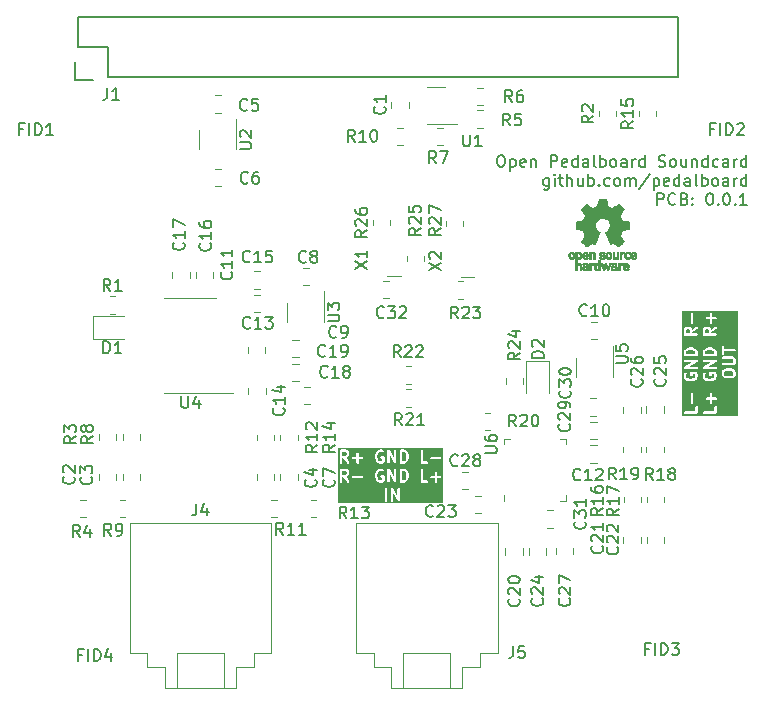
<source format=gto>
G04 #@! TF.GenerationSoftware,KiCad,Pcbnew,7.0.9-7.0.9~ubuntu23.04.1*
G04 #@! TF.CreationDate,2023-12-28T20:46:07+00:00*
G04 #@! TF.ProjectId,pedalboard-soundcard,70656461-6c62-46f6-9172-642d736f756e,0.0.1*
G04 #@! TF.SameCoordinates,Original*
G04 #@! TF.FileFunction,Legend,Top*
G04 #@! TF.FilePolarity,Positive*
%FSLAX46Y46*%
G04 Gerber Fmt 4.6, Leading zero omitted, Abs format (unit mm)*
G04 Created by KiCad (PCBNEW 7.0.9-7.0.9~ubuntu23.04.1) date 2023-12-28 20:46:07*
%MOMM*%
%LPD*%
G01*
G04 APERTURE LIST*
%ADD10C,0.200000*%
%ADD11C,0.150000*%
%ADD12C,0.120000*%
%ADD13C,0.010000*%
%ADD14C,6.200000*%
%ADD15R,1.727200X1.727200*%
%ADD16O,1.727200X1.727200*%
%ADD17R,0.850000X0.650000*%
%ADD18C,1.500000*%
%ADD19C,1.200000*%
%ADD20O,1.200000X2.200000*%
%ADD21O,1.600000X2.300000*%
%ADD22O,2.200000X1.200000*%
%ADD23O,1.600000X2.500000*%
%ADD24R,3.100000X3.100000*%
%ADD25R,1.700000X1.700000*%
%ADD26O,1.700000X1.700000*%
G04 APERTURE END LIST*
D10*
G36*
X83244224Y-91912240D02*
G01*
X83311297Y-91979313D01*
X83346749Y-92050218D01*
X83388720Y-92218099D01*
X83388720Y-92336337D01*
X83346749Y-92504218D01*
X83311296Y-92575124D01*
X83244225Y-92642197D01*
X83139160Y-92677219D01*
X83017292Y-92677219D01*
X83017292Y-91877219D01*
X83139160Y-91877219D01*
X83244224Y-91912240D01*
G37*
G36*
X78286627Y-91907024D02*
G01*
X78311296Y-91931692D01*
X78341101Y-91991302D01*
X78341101Y-92086945D01*
X78311296Y-92146554D01*
X78286627Y-92171222D01*
X78227018Y-92201028D01*
X77969673Y-92201028D01*
X77969673Y-91877219D01*
X78227018Y-91877219D01*
X78286627Y-91907024D01*
G37*
G36*
X83244224Y-90302240D02*
G01*
X83311297Y-90369313D01*
X83346749Y-90440218D01*
X83388720Y-90608099D01*
X83388720Y-90726337D01*
X83346749Y-90894218D01*
X83311296Y-90965124D01*
X83244225Y-91032197D01*
X83139160Y-91067219D01*
X83017292Y-91067219D01*
X83017292Y-90267219D01*
X83139160Y-90267219D01*
X83244224Y-90302240D01*
G37*
G36*
X78286627Y-90297024D02*
G01*
X78311296Y-90321692D01*
X78341101Y-90381302D01*
X78341101Y-90476945D01*
X78311296Y-90536554D01*
X78286627Y-90561222D01*
X78227018Y-90591028D01*
X77969673Y-90591028D01*
X77969673Y-90267219D01*
X78227018Y-90267219D01*
X78286627Y-90297024D01*
G37*
G36*
X86488589Y-94627983D02*
G01*
X77626816Y-94627983D01*
X77626816Y-94387219D01*
X81579198Y-94387219D01*
X81598296Y-94445998D01*
X81648296Y-94482325D01*
X81710100Y-94482325D01*
X81760100Y-94445998D01*
X81779198Y-94387219D01*
X82055388Y-94387219D01*
X82074486Y-94445998D01*
X82124486Y-94482325D01*
X82186290Y-94482325D01*
X82236290Y-94445998D01*
X82255388Y-94387219D01*
X82255388Y-93763775D01*
X82639992Y-94436833D01*
X82644169Y-94440628D01*
X82645914Y-94445998D01*
X82666712Y-94461109D01*
X82685736Y-94478392D01*
X82691347Y-94479007D01*
X82695914Y-94482325D01*
X82721617Y-94482325D01*
X82747171Y-94485126D01*
X82752073Y-94482325D01*
X82757718Y-94482325D01*
X82778513Y-94467216D01*
X82800832Y-94454463D01*
X82803151Y-94449316D01*
X82807718Y-94445998D01*
X82815660Y-94421552D01*
X82826221Y-94398115D01*
X82825071Y-94392587D01*
X82826816Y-94387219D01*
X82826816Y-93387219D01*
X82807718Y-93328440D01*
X82757718Y-93292113D01*
X82695914Y-93292113D01*
X82645914Y-93328440D01*
X82626816Y-93387219D01*
X82626816Y-94010662D01*
X82242212Y-93337605D01*
X82238034Y-93333809D01*
X82236290Y-93328440D01*
X82215491Y-93313328D01*
X82196468Y-93296046D01*
X82190856Y-93295430D01*
X82186290Y-93292113D01*
X82160587Y-93292113D01*
X82135033Y-93289312D01*
X82130131Y-93292113D01*
X82124486Y-93292113D01*
X82103686Y-93307224D01*
X82081372Y-93319976D01*
X82079053Y-93325121D01*
X82074486Y-93328440D01*
X82066542Y-93352886D01*
X82055983Y-93376323D01*
X82057132Y-93381850D01*
X82055388Y-93387219D01*
X82055388Y-94387219D01*
X81779198Y-94387219D01*
X81779198Y-93387219D01*
X81760100Y-93328440D01*
X81710100Y-93292113D01*
X81648296Y-93292113D01*
X81598296Y-93328440D01*
X81579198Y-93387219D01*
X81579198Y-94387219D01*
X77626816Y-94387219D01*
X77626816Y-92777219D01*
X77769673Y-92777219D01*
X77788771Y-92835998D01*
X77838771Y-92872325D01*
X77900575Y-92872325D01*
X77950575Y-92835998D01*
X77969673Y-92777219D01*
X77969673Y-92401028D01*
X78055703Y-92401028D01*
X78359178Y-92834565D01*
X78408531Y-92871767D01*
X78470325Y-92872854D01*
X78520957Y-92837412D01*
X78541086Y-92778979D01*
X78523024Y-92719873D01*
X78318130Y-92427168D01*
X78774567Y-92427168D01*
X78810894Y-92477168D01*
X78869673Y-92496266D01*
X79631578Y-92496266D01*
X79690357Y-92477168D01*
X79726684Y-92427168D01*
X79726684Y-92365364D01*
X79714538Y-92348647D01*
X80722054Y-92348647D01*
X80725900Y-92360484D01*
X80725040Y-92372901D01*
X80772659Y-92563376D01*
X80778569Y-92572822D01*
X80780230Y-92583844D01*
X80827849Y-92679082D01*
X80839223Y-92690630D01*
X80846581Y-92705071D01*
X80941819Y-92800311D01*
X80962363Y-92810779D01*
X80980907Y-92824468D01*
X81123764Y-92872087D01*
X81139971Y-92872210D01*
X81155387Y-92877219D01*
X81250625Y-92877219D01*
X81266040Y-92872210D01*
X81282248Y-92872087D01*
X81425104Y-92824468D01*
X81443651Y-92810776D01*
X81464193Y-92800310D01*
X81487284Y-92777219D01*
X81769673Y-92777219D01*
X81788771Y-92835998D01*
X81838771Y-92872325D01*
X81900575Y-92872325D01*
X81950575Y-92835998D01*
X81969673Y-92777219D01*
X81969673Y-92153775D01*
X82354277Y-92826833D01*
X82358454Y-92830628D01*
X82360199Y-92835998D01*
X82380997Y-92851109D01*
X82400021Y-92868392D01*
X82405632Y-92869007D01*
X82410199Y-92872325D01*
X82435902Y-92872325D01*
X82461456Y-92875126D01*
X82466358Y-92872325D01*
X82472003Y-92872325D01*
X82492798Y-92857216D01*
X82515117Y-92844463D01*
X82517436Y-92839316D01*
X82522003Y-92835998D01*
X82529945Y-92811552D01*
X82540506Y-92788115D01*
X82539356Y-92782587D01*
X82541101Y-92777219D01*
X82817292Y-92777219D01*
X82822186Y-92792281D01*
X82822186Y-92808121D01*
X82831495Y-92820934D01*
X82836390Y-92835998D01*
X82849203Y-92845307D01*
X82858513Y-92858121D01*
X82873576Y-92863015D01*
X82886390Y-92872325D01*
X82902229Y-92872325D01*
X82917292Y-92877219D01*
X83155387Y-92877219D01*
X83170802Y-92872210D01*
X83187010Y-92872087D01*
X83329866Y-92824468D01*
X83348413Y-92810776D01*
X83368955Y-92800310D01*
X83392046Y-92777219D01*
X84579197Y-92777219D01*
X84584091Y-92792281D01*
X84584091Y-92808121D01*
X84593400Y-92820934D01*
X84598295Y-92835998D01*
X84611108Y-92845307D01*
X84620418Y-92858121D01*
X84635481Y-92863015D01*
X84648295Y-92872325D01*
X84664134Y-92872325D01*
X84679197Y-92877219D01*
X85155387Y-92877219D01*
X85214166Y-92858121D01*
X85250493Y-92808121D01*
X85250493Y-92746317D01*
X85214166Y-92696317D01*
X85155387Y-92677219D01*
X84779197Y-92677219D01*
X84779197Y-92427168D01*
X85393615Y-92427168D01*
X85429942Y-92477168D01*
X85488721Y-92496266D01*
X85769673Y-92496266D01*
X85769673Y-92777219D01*
X85788771Y-92835998D01*
X85838771Y-92872325D01*
X85900575Y-92872325D01*
X85950575Y-92835998D01*
X85969673Y-92777219D01*
X85969673Y-92496266D01*
X86250626Y-92496266D01*
X86309405Y-92477168D01*
X86345732Y-92427168D01*
X86345732Y-92365364D01*
X86309405Y-92315364D01*
X86250626Y-92296266D01*
X85969673Y-92296266D01*
X85969673Y-92015314D01*
X85950575Y-91956535D01*
X85900575Y-91920208D01*
X85838771Y-91920208D01*
X85788771Y-91956535D01*
X85769673Y-92015314D01*
X85769673Y-92296266D01*
X85488721Y-92296266D01*
X85429942Y-92315364D01*
X85393615Y-92365364D01*
X85393615Y-92427168D01*
X84779197Y-92427168D01*
X84779197Y-91777219D01*
X84760099Y-91718440D01*
X84710099Y-91682113D01*
X84648295Y-91682113D01*
X84598295Y-91718440D01*
X84579197Y-91777219D01*
X84579197Y-92777219D01*
X83392046Y-92777219D01*
X83464193Y-92705071D01*
X83471551Y-92690629D01*
X83482925Y-92679082D01*
X83530544Y-92583845D01*
X83532204Y-92572823D01*
X83538115Y-92563377D01*
X83585734Y-92372901D01*
X83584873Y-92360484D01*
X83588720Y-92348647D01*
X83588720Y-92205790D01*
X83584873Y-92193952D01*
X83585734Y-92181536D01*
X83538115Y-91991060D01*
X83532204Y-91981613D01*
X83530544Y-91970592D01*
X83482925Y-91875355D01*
X83471551Y-91863807D01*
X83464193Y-91849365D01*
X83368955Y-91754127D01*
X83348411Y-91743659D01*
X83329866Y-91729970D01*
X83187010Y-91682351D01*
X83170802Y-91682227D01*
X83155387Y-91677219D01*
X82917292Y-91677219D01*
X82902229Y-91682113D01*
X82886390Y-91682113D01*
X82873576Y-91691422D01*
X82858513Y-91696317D01*
X82849203Y-91709130D01*
X82836390Y-91718440D01*
X82831495Y-91733503D01*
X82822186Y-91746317D01*
X82822186Y-91762156D01*
X82817292Y-91777219D01*
X82817292Y-92777219D01*
X82541101Y-92777219D01*
X82541101Y-91777219D01*
X82522003Y-91718440D01*
X82472003Y-91682113D01*
X82410199Y-91682113D01*
X82360199Y-91718440D01*
X82341101Y-91777219D01*
X82341101Y-92400662D01*
X81956497Y-91727605D01*
X81952319Y-91723809D01*
X81950575Y-91718440D01*
X81929776Y-91703328D01*
X81910753Y-91686046D01*
X81905141Y-91685430D01*
X81900575Y-91682113D01*
X81874872Y-91682113D01*
X81849318Y-91679312D01*
X81844416Y-91682113D01*
X81838771Y-91682113D01*
X81817971Y-91697224D01*
X81795657Y-91709976D01*
X81793338Y-91715121D01*
X81788771Y-91718440D01*
X81780827Y-91742886D01*
X81770268Y-91766323D01*
X81771417Y-91771850D01*
X81769673Y-91777219D01*
X81769673Y-92777219D01*
X81487284Y-92777219D01*
X81511812Y-92752690D01*
X81515474Y-92745502D01*
X81522003Y-92740759D01*
X81529240Y-92718484D01*
X81539870Y-92697622D01*
X81538607Y-92689653D01*
X81541101Y-92681980D01*
X81541101Y-92348647D01*
X81536207Y-92333584D01*
X81536207Y-92317745D01*
X81526897Y-92304931D01*
X81522003Y-92289868D01*
X81509189Y-92280558D01*
X81499880Y-92267745D01*
X81484816Y-92262850D01*
X81472003Y-92253541D01*
X81456164Y-92253541D01*
X81441101Y-92248647D01*
X81250625Y-92248647D01*
X81191846Y-92267745D01*
X81155519Y-92317745D01*
X81155519Y-92379549D01*
X81191846Y-92429549D01*
X81250625Y-92448647D01*
X81341101Y-92448647D01*
X81341101Y-92640559D01*
X81339462Y-92642197D01*
X81234398Y-92677219D01*
X81171613Y-92677219D01*
X81066548Y-92642197D01*
X80999478Y-92575127D01*
X80964024Y-92504218D01*
X80922054Y-92336337D01*
X80922054Y-92218100D01*
X80964024Y-92050218D01*
X80999477Y-91979312D01*
X81066549Y-91912240D01*
X81171613Y-91877219D01*
X81274637Y-91877219D01*
X81348760Y-91914281D01*
X81409875Y-91923486D01*
X81464727Y-91895010D01*
X81492367Y-91839731D01*
X81482236Y-91778764D01*
X81438203Y-91735395D01*
X81342965Y-91687776D01*
X81320167Y-91684342D01*
X81298244Y-91677219D01*
X81155387Y-91677219D01*
X81139971Y-91682227D01*
X81123764Y-91682351D01*
X80980907Y-91729970D01*
X80962360Y-91743660D01*
X80941819Y-91754127D01*
X80846581Y-91849365D01*
X80839222Y-91863807D01*
X80827849Y-91875355D01*
X80780230Y-91970593D01*
X80778569Y-91981614D01*
X80772659Y-91991061D01*
X80725040Y-92181536D01*
X80725900Y-92193952D01*
X80722054Y-92205790D01*
X80722054Y-92348647D01*
X79714538Y-92348647D01*
X79690357Y-92315364D01*
X79631578Y-92296266D01*
X78869673Y-92296266D01*
X78810894Y-92315364D01*
X78774567Y-92365364D01*
X78774567Y-92427168D01*
X78318130Y-92427168D01*
X78292719Y-92390866D01*
X78295346Y-92390471D01*
X78390584Y-92342852D01*
X78402131Y-92331478D01*
X78416574Y-92324120D01*
X78464192Y-92276501D01*
X78471550Y-92262059D01*
X78482925Y-92250511D01*
X78530544Y-92155274D01*
X78533977Y-92132475D01*
X78541101Y-92110552D01*
X78541101Y-91967695D01*
X78533977Y-91945771D01*
X78530544Y-91922973D01*
X78482925Y-91827736D01*
X78471550Y-91816187D01*
X78464192Y-91801746D01*
X78416574Y-91754127D01*
X78402131Y-91746768D01*
X78390584Y-91735395D01*
X78295346Y-91687776D01*
X78272548Y-91684342D01*
X78250625Y-91677219D01*
X77869673Y-91677219D01*
X77854610Y-91682113D01*
X77838771Y-91682113D01*
X77825957Y-91691422D01*
X77810894Y-91696317D01*
X77801584Y-91709130D01*
X77788771Y-91718440D01*
X77783876Y-91733503D01*
X77774567Y-91746317D01*
X77774567Y-91762156D01*
X77769673Y-91777219D01*
X77769673Y-92777219D01*
X77626816Y-92777219D01*
X77626816Y-91167219D01*
X77769673Y-91167219D01*
X77788771Y-91225998D01*
X77838771Y-91262325D01*
X77900575Y-91262325D01*
X77950575Y-91225998D01*
X77969673Y-91167219D01*
X77969673Y-90791028D01*
X78055703Y-90791028D01*
X78359178Y-91224565D01*
X78408531Y-91261767D01*
X78470325Y-91262854D01*
X78520957Y-91227412D01*
X78541086Y-91168979D01*
X78523024Y-91109873D01*
X78318130Y-90817168D01*
X78774567Y-90817168D01*
X78810894Y-90867168D01*
X78869673Y-90886266D01*
X79150625Y-90886266D01*
X79150625Y-91167219D01*
X79169723Y-91225998D01*
X79219723Y-91262325D01*
X79281527Y-91262325D01*
X79331527Y-91225998D01*
X79350625Y-91167219D01*
X79350625Y-90886266D01*
X79631578Y-90886266D01*
X79690357Y-90867168D01*
X79726684Y-90817168D01*
X79726684Y-90755364D01*
X79714538Y-90738647D01*
X80722054Y-90738647D01*
X80725900Y-90750484D01*
X80725040Y-90762901D01*
X80772659Y-90953376D01*
X80778569Y-90962822D01*
X80780230Y-90973844D01*
X80827849Y-91069082D01*
X80839223Y-91080630D01*
X80846581Y-91095071D01*
X80941819Y-91190311D01*
X80962363Y-91200779D01*
X80980907Y-91214468D01*
X81123764Y-91262087D01*
X81139971Y-91262210D01*
X81155387Y-91267219D01*
X81250625Y-91267219D01*
X81266040Y-91262210D01*
X81282248Y-91262087D01*
X81425104Y-91214468D01*
X81443651Y-91200776D01*
X81464193Y-91190310D01*
X81487284Y-91167219D01*
X81769673Y-91167219D01*
X81788771Y-91225998D01*
X81838771Y-91262325D01*
X81900575Y-91262325D01*
X81950575Y-91225998D01*
X81969673Y-91167219D01*
X81969673Y-90543775D01*
X82354277Y-91216833D01*
X82358454Y-91220628D01*
X82360199Y-91225998D01*
X82380997Y-91241109D01*
X82400021Y-91258392D01*
X82405632Y-91259007D01*
X82410199Y-91262325D01*
X82435902Y-91262325D01*
X82461456Y-91265126D01*
X82466358Y-91262325D01*
X82472003Y-91262325D01*
X82492798Y-91247216D01*
X82515117Y-91234463D01*
X82517436Y-91229316D01*
X82522003Y-91225998D01*
X82529945Y-91201552D01*
X82540506Y-91178115D01*
X82539356Y-91172587D01*
X82541101Y-91167219D01*
X82817292Y-91167219D01*
X82822186Y-91182281D01*
X82822186Y-91198121D01*
X82831495Y-91210934D01*
X82836390Y-91225998D01*
X82849203Y-91235307D01*
X82858513Y-91248121D01*
X82873576Y-91253015D01*
X82886390Y-91262325D01*
X82902229Y-91262325D01*
X82917292Y-91267219D01*
X83155387Y-91267219D01*
X83170802Y-91262210D01*
X83187010Y-91262087D01*
X83329866Y-91214468D01*
X83348413Y-91200776D01*
X83368955Y-91190310D01*
X83392046Y-91167219D01*
X84579197Y-91167219D01*
X84584091Y-91182281D01*
X84584091Y-91198121D01*
X84593400Y-91210934D01*
X84598295Y-91225998D01*
X84611108Y-91235307D01*
X84620418Y-91248121D01*
X84635481Y-91253015D01*
X84648295Y-91262325D01*
X84664134Y-91262325D01*
X84679197Y-91267219D01*
X85155387Y-91267219D01*
X85214166Y-91248121D01*
X85250493Y-91198121D01*
X85250493Y-91136317D01*
X85214166Y-91086317D01*
X85155387Y-91067219D01*
X84779197Y-91067219D01*
X84779197Y-90817168D01*
X85393615Y-90817168D01*
X85429942Y-90867168D01*
X85488721Y-90886266D01*
X86250626Y-90886266D01*
X86309405Y-90867168D01*
X86345732Y-90817168D01*
X86345732Y-90755364D01*
X86309405Y-90705364D01*
X86250626Y-90686266D01*
X85488721Y-90686266D01*
X85429942Y-90705364D01*
X85393615Y-90755364D01*
X85393615Y-90817168D01*
X84779197Y-90817168D01*
X84779197Y-90167219D01*
X84760099Y-90108440D01*
X84710099Y-90072113D01*
X84648295Y-90072113D01*
X84598295Y-90108440D01*
X84579197Y-90167219D01*
X84579197Y-91167219D01*
X83392046Y-91167219D01*
X83464193Y-91095071D01*
X83471551Y-91080629D01*
X83482925Y-91069082D01*
X83530544Y-90973845D01*
X83532204Y-90962823D01*
X83538115Y-90953377D01*
X83585734Y-90762901D01*
X83584873Y-90750484D01*
X83588720Y-90738647D01*
X83588720Y-90595790D01*
X83584873Y-90583952D01*
X83585734Y-90571536D01*
X83538115Y-90381060D01*
X83532204Y-90371613D01*
X83530544Y-90360592D01*
X83482925Y-90265355D01*
X83471551Y-90253807D01*
X83464193Y-90239365D01*
X83368955Y-90144127D01*
X83348411Y-90133659D01*
X83329866Y-90119970D01*
X83187010Y-90072351D01*
X83170802Y-90072227D01*
X83155387Y-90067219D01*
X82917292Y-90067219D01*
X82902229Y-90072113D01*
X82886390Y-90072113D01*
X82873576Y-90081422D01*
X82858513Y-90086317D01*
X82849203Y-90099130D01*
X82836390Y-90108440D01*
X82831495Y-90123503D01*
X82822186Y-90136317D01*
X82822186Y-90152156D01*
X82817292Y-90167219D01*
X82817292Y-91167219D01*
X82541101Y-91167219D01*
X82541101Y-90167219D01*
X82522003Y-90108440D01*
X82472003Y-90072113D01*
X82410199Y-90072113D01*
X82360199Y-90108440D01*
X82341101Y-90167219D01*
X82341101Y-90790662D01*
X81956497Y-90117605D01*
X81952319Y-90113809D01*
X81950575Y-90108440D01*
X81929776Y-90093328D01*
X81910753Y-90076046D01*
X81905141Y-90075430D01*
X81900575Y-90072113D01*
X81874872Y-90072113D01*
X81849318Y-90069312D01*
X81844416Y-90072113D01*
X81838771Y-90072113D01*
X81817971Y-90087224D01*
X81795657Y-90099976D01*
X81793338Y-90105121D01*
X81788771Y-90108440D01*
X81780827Y-90132886D01*
X81770268Y-90156323D01*
X81771417Y-90161850D01*
X81769673Y-90167219D01*
X81769673Y-91167219D01*
X81487284Y-91167219D01*
X81511812Y-91142690D01*
X81515474Y-91135502D01*
X81522003Y-91130759D01*
X81529240Y-91108484D01*
X81539870Y-91087622D01*
X81538607Y-91079653D01*
X81541101Y-91071980D01*
X81541101Y-90738647D01*
X81536207Y-90723584D01*
X81536207Y-90707745D01*
X81526897Y-90694931D01*
X81522003Y-90679868D01*
X81509189Y-90670558D01*
X81499880Y-90657745D01*
X81484816Y-90652850D01*
X81472003Y-90643541D01*
X81456164Y-90643541D01*
X81441101Y-90638647D01*
X81250625Y-90638647D01*
X81191846Y-90657745D01*
X81155519Y-90707745D01*
X81155519Y-90769549D01*
X81191846Y-90819549D01*
X81250625Y-90838647D01*
X81341101Y-90838647D01*
X81341101Y-91030559D01*
X81339462Y-91032197D01*
X81234398Y-91067219D01*
X81171613Y-91067219D01*
X81066548Y-91032197D01*
X80999478Y-90965127D01*
X80964024Y-90894218D01*
X80922054Y-90726337D01*
X80922054Y-90608100D01*
X80964024Y-90440218D01*
X80999477Y-90369312D01*
X81066549Y-90302240D01*
X81171613Y-90267219D01*
X81274637Y-90267219D01*
X81348760Y-90304281D01*
X81409875Y-90313486D01*
X81464727Y-90285010D01*
X81492367Y-90229731D01*
X81482236Y-90168764D01*
X81438203Y-90125395D01*
X81342965Y-90077776D01*
X81320167Y-90074342D01*
X81298244Y-90067219D01*
X81155387Y-90067219D01*
X81139971Y-90072227D01*
X81123764Y-90072351D01*
X80980907Y-90119970D01*
X80962360Y-90133660D01*
X80941819Y-90144127D01*
X80846581Y-90239365D01*
X80839222Y-90253807D01*
X80827849Y-90265355D01*
X80780230Y-90360593D01*
X80778569Y-90371614D01*
X80772659Y-90381061D01*
X80725040Y-90571536D01*
X80725900Y-90583952D01*
X80722054Y-90595790D01*
X80722054Y-90738647D01*
X79714538Y-90738647D01*
X79690357Y-90705364D01*
X79631578Y-90686266D01*
X79350625Y-90686266D01*
X79350625Y-90405314D01*
X79331527Y-90346535D01*
X79281527Y-90310208D01*
X79219723Y-90310208D01*
X79169723Y-90346535D01*
X79150625Y-90405314D01*
X79150625Y-90686266D01*
X78869673Y-90686266D01*
X78810894Y-90705364D01*
X78774567Y-90755364D01*
X78774567Y-90817168D01*
X78318130Y-90817168D01*
X78292719Y-90780866D01*
X78295346Y-90780471D01*
X78390584Y-90732852D01*
X78402131Y-90721478D01*
X78416574Y-90714120D01*
X78464192Y-90666501D01*
X78471550Y-90652059D01*
X78482925Y-90640511D01*
X78530544Y-90545274D01*
X78533977Y-90522475D01*
X78541101Y-90500552D01*
X78541101Y-90357695D01*
X78533977Y-90335771D01*
X78530544Y-90312973D01*
X78482925Y-90217736D01*
X78471550Y-90206187D01*
X78464192Y-90191746D01*
X78416574Y-90144127D01*
X78402131Y-90136768D01*
X78390584Y-90125395D01*
X78295346Y-90077776D01*
X78272548Y-90074342D01*
X78250625Y-90067219D01*
X77869673Y-90067219D01*
X77854610Y-90072113D01*
X77838771Y-90072113D01*
X77825957Y-90081422D01*
X77810894Y-90086317D01*
X77801584Y-90099130D01*
X77788771Y-90108440D01*
X77783876Y-90123503D01*
X77774567Y-90136317D01*
X77774567Y-90152156D01*
X77769673Y-90167219D01*
X77769673Y-91167219D01*
X77626816Y-91167219D01*
X77626816Y-89924362D01*
X86488589Y-89924362D01*
X86488589Y-94627983D01*
G37*
D11*
X91306074Y-65149819D02*
X91496550Y-65149819D01*
X91496550Y-65149819D02*
X91591788Y-65197438D01*
X91591788Y-65197438D02*
X91687026Y-65292676D01*
X91687026Y-65292676D02*
X91734645Y-65483152D01*
X91734645Y-65483152D02*
X91734645Y-65816485D01*
X91734645Y-65816485D02*
X91687026Y-66006961D01*
X91687026Y-66006961D02*
X91591788Y-66102200D01*
X91591788Y-66102200D02*
X91496550Y-66149819D01*
X91496550Y-66149819D02*
X91306074Y-66149819D01*
X91306074Y-66149819D02*
X91210836Y-66102200D01*
X91210836Y-66102200D02*
X91115598Y-66006961D01*
X91115598Y-66006961D02*
X91067979Y-65816485D01*
X91067979Y-65816485D02*
X91067979Y-65483152D01*
X91067979Y-65483152D02*
X91115598Y-65292676D01*
X91115598Y-65292676D02*
X91210836Y-65197438D01*
X91210836Y-65197438D02*
X91306074Y-65149819D01*
X92163217Y-65483152D02*
X92163217Y-66483152D01*
X92163217Y-65530771D02*
X92258455Y-65483152D01*
X92258455Y-65483152D02*
X92448931Y-65483152D01*
X92448931Y-65483152D02*
X92544169Y-65530771D01*
X92544169Y-65530771D02*
X92591788Y-65578390D01*
X92591788Y-65578390D02*
X92639407Y-65673628D01*
X92639407Y-65673628D02*
X92639407Y-65959342D01*
X92639407Y-65959342D02*
X92591788Y-66054580D01*
X92591788Y-66054580D02*
X92544169Y-66102200D01*
X92544169Y-66102200D02*
X92448931Y-66149819D01*
X92448931Y-66149819D02*
X92258455Y-66149819D01*
X92258455Y-66149819D02*
X92163217Y-66102200D01*
X93448931Y-66102200D02*
X93353693Y-66149819D01*
X93353693Y-66149819D02*
X93163217Y-66149819D01*
X93163217Y-66149819D02*
X93067979Y-66102200D01*
X93067979Y-66102200D02*
X93020360Y-66006961D01*
X93020360Y-66006961D02*
X93020360Y-65626009D01*
X93020360Y-65626009D02*
X93067979Y-65530771D01*
X93067979Y-65530771D02*
X93163217Y-65483152D01*
X93163217Y-65483152D02*
X93353693Y-65483152D01*
X93353693Y-65483152D02*
X93448931Y-65530771D01*
X93448931Y-65530771D02*
X93496550Y-65626009D01*
X93496550Y-65626009D02*
X93496550Y-65721247D01*
X93496550Y-65721247D02*
X93020360Y-65816485D01*
X93925122Y-65483152D02*
X93925122Y-66149819D01*
X93925122Y-65578390D02*
X93972741Y-65530771D01*
X93972741Y-65530771D02*
X94067979Y-65483152D01*
X94067979Y-65483152D02*
X94210836Y-65483152D01*
X94210836Y-65483152D02*
X94306074Y-65530771D01*
X94306074Y-65530771D02*
X94353693Y-65626009D01*
X94353693Y-65626009D02*
X94353693Y-66149819D01*
X95591789Y-66149819D02*
X95591789Y-65149819D01*
X95591789Y-65149819D02*
X95972741Y-65149819D01*
X95972741Y-65149819D02*
X96067979Y-65197438D01*
X96067979Y-65197438D02*
X96115598Y-65245057D01*
X96115598Y-65245057D02*
X96163217Y-65340295D01*
X96163217Y-65340295D02*
X96163217Y-65483152D01*
X96163217Y-65483152D02*
X96115598Y-65578390D01*
X96115598Y-65578390D02*
X96067979Y-65626009D01*
X96067979Y-65626009D02*
X95972741Y-65673628D01*
X95972741Y-65673628D02*
X95591789Y-65673628D01*
X96972741Y-66102200D02*
X96877503Y-66149819D01*
X96877503Y-66149819D02*
X96687027Y-66149819D01*
X96687027Y-66149819D02*
X96591789Y-66102200D01*
X96591789Y-66102200D02*
X96544170Y-66006961D01*
X96544170Y-66006961D02*
X96544170Y-65626009D01*
X96544170Y-65626009D02*
X96591789Y-65530771D01*
X96591789Y-65530771D02*
X96687027Y-65483152D01*
X96687027Y-65483152D02*
X96877503Y-65483152D01*
X96877503Y-65483152D02*
X96972741Y-65530771D01*
X96972741Y-65530771D02*
X97020360Y-65626009D01*
X97020360Y-65626009D02*
X97020360Y-65721247D01*
X97020360Y-65721247D02*
X96544170Y-65816485D01*
X97877503Y-66149819D02*
X97877503Y-65149819D01*
X97877503Y-66102200D02*
X97782265Y-66149819D01*
X97782265Y-66149819D02*
X97591789Y-66149819D01*
X97591789Y-66149819D02*
X97496551Y-66102200D01*
X97496551Y-66102200D02*
X97448932Y-66054580D01*
X97448932Y-66054580D02*
X97401313Y-65959342D01*
X97401313Y-65959342D02*
X97401313Y-65673628D01*
X97401313Y-65673628D02*
X97448932Y-65578390D01*
X97448932Y-65578390D02*
X97496551Y-65530771D01*
X97496551Y-65530771D02*
X97591789Y-65483152D01*
X97591789Y-65483152D02*
X97782265Y-65483152D01*
X97782265Y-65483152D02*
X97877503Y-65530771D01*
X98782265Y-66149819D02*
X98782265Y-65626009D01*
X98782265Y-65626009D02*
X98734646Y-65530771D01*
X98734646Y-65530771D02*
X98639408Y-65483152D01*
X98639408Y-65483152D02*
X98448932Y-65483152D01*
X98448932Y-65483152D02*
X98353694Y-65530771D01*
X98782265Y-66102200D02*
X98687027Y-66149819D01*
X98687027Y-66149819D02*
X98448932Y-66149819D01*
X98448932Y-66149819D02*
X98353694Y-66102200D01*
X98353694Y-66102200D02*
X98306075Y-66006961D01*
X98306075Y-66006961D02*
X98306075Y-65911723D01*
X98306075Y-65911723D02*
X98353694Y-65816485D01*
X98353694Y-65816485D02*
X98448932Y-65768866D01*
X98448932Y-65768866D02*
X98687027Y-65768866D01*
X98687027Y-65768866D02*
X98782265Y-65721247D01*
X99401313Y-66149819D02*
X99306075Y-66102200D01*
X99306075Y-66102200D02*
X99258456Y-66006961D01*
X99258456Y-66006961D02*
X99258456Y-65149819D01*
X99782266Y-66149819D02*
X99782266Y-65149819D01*
X99782266Y-65530771D02*
X99877504Y-65483152D01*
X99877504Y-65483152D02*
X100067980Y-65483152D01*
X100067980Y-65483152D02*
X100163218Y-65530771D01*
X100163218Y-65530771D02*
X100210837Y-65578390D01*
X100210837Y-65578390D02*
X100258456Y-65673628D01*
X100258456Y-65673628D02*
X100258456Y-65959342D01*
X100258456Y-65959342D02*
X100210837Y-66054580D01*
X100210837Y-66054580D02*
X100163218Y-66102200D01*
X100163218Y-66102200D02*
X100067980Y-66149819D01*
X100067980Y-66149819D02*
X99877504Y-66149819D01*
X99877504Y-66149819D02*
X99782266Y-66102200D01*
X100829885Y-66149819D02*
X100734647Y-66102200D01*
X100734647Y-66102200D02*
X100687028Y-66054580D01*
X100687028Y-66054580D02*
X100639409Y-65959342D01*
X100639409Y-65959342D02*
X100639409Y-65673628D01*
X100639409Y-65673628D02*
X100687028Y-65578390D01*
X100687028Y-65578390D02*
X100734647Y-65530771D01*
X100734647Y-65530771D02*
X100829885Y-65483152D01*
X100829885Y-65483152D02*
X100972742Y-65483152D01*
X100972742Y-65483152D02*
X101067980Y-65530771D01*
X101067980Y-65530771D02*
X101115599Y-65578390D01*
X101115599Y-65578390D02*
X101163218Y-65673628D01*
X101163218Y-65673628D02*
X101163218Y-65959342D01*
X101163218Y-65959342D02*
X101115599Y-66054580D01*
X101115599Y-66054580D02*
X101067980Y-66102200D01*
X101067980Y-66102200D02*
X100972742Y-66149819D01*
X100972742Y-66149819D02*
X100829885Y-66149819D01*
X102020361Y-66149819D02*
X102020361Y-65626009D01*
X102020361Y-65626009D02*
X101972742Y-65530771D01*
X101972742Y-65530771D02*
X101877504Y-65483152D01*
X101877504Y-65483152D02*
X101687028Y-65483152D01*
X101687028Y-65483152D02*
X101591790Y-65530771D01*
X102020361Y-66102200D02*
X101925123Y-66149819D01*
X101925123Y-66149819D02*
X101687028Y-66149819D01*
X101687028Y-66149819D02*
X101591790Y-66102200D01*
X101591790Y-66102200D02*
X101544171Y-66006961D01*
X101544171Y-66006961D02*
X101544171Y-65911723D01*
X101544171Y-65911723D02*
X101591790Y-65816485D01*
X101591790Y-65816485D02*
X101687028Y-65768866D01*
X101687028Y-65768866D02*
X101925123Y-65768866D01*
X101925123Y-65768866D02*
X102020361Y-65721247D01*
X102496552Y-66149819D02*
X102496552Y-65483152D01*
X102496552Y-65673628D02*
X102544171Y-65578390D01*
X102544171Y-65578390D02*
X102591790Y-65530771D01*
X102591790Y-65530771D02*
X102687028Y-65483152D01*
X102687028Y-65483152D02*
X102782266Y-65483152D01*
X103544171Y-66149819D02*
X103544171Y-65149819D01*
X103544171Y-66102200D02*
X103448933Y-66149819D01*
X103448933Y-66149819D02*
X103258457Y-66149819D01*
X103258457Y-66149819D02*
X103163219Y-66102200D01*
X103163219Y-66102200D02*
X103115600Y-66054580D01*
X103115600Y-66054580D02*
X103067981Y-65959342D01*
X103067981Y-65959342D02*
X103067981Y-65673628D01*
X103067981Y-65673628D02*
X103115600Y-65578390D01*
X103115600Y-65578390D02*
X103163219Y-65530771D01*
X103163219Y-65530771D02*
X103258457Y-65483152D01*
X103258457Y-65483152D02*
X103448933Y-65483152D01*
X103448933Y-65483152D02*
X103544171Y-65530771D01*
X104734648Y-66102200D02*
X104877505Y-66149819D01*
X104877505Y-66149819D02*
X105115600Y-66149819D01*
X105115600Y-66149819D02*
X105210838Y-66102200D01*
X105210838Y-66102200D02*
X105258457Y-66054580D01*
X105258457Y-66054580D02*
X105306076Y-65959342D01*
X105306076Y-65959342D02*
X105306076Y-65864104D01*
X105306076Y-65864104D02*
X105258457Y-65768866D01*
X105258457Y-65768866D02*
X105210838Y-65721247D01*
X105210838Y-65721247D02*
X105115600Y-65673628D01*
X105115600Y-65673628D02*
X104925124Y-65626009D01*
X104925124Y-65626009D02*
X104829886Y-65578390D01*
X104829886Y-65578390D02*
X104782267Y-65530771D01*
X104782267Y-65530771D02*
X104734648Y-65435533D01*
X104734648Y-65435533D02*
X104734648Y-65340295D01*
X104734648Y-65340295D02*
X104782267Y-65245057D01*
X104782267Y-65245057D02*
X104829886Y-65197438D01*
X104829886Y-65197438D02*
X104925124Y-65149819D01*
X104925124Y-65149819D02*
X105163219Y-65149819D01*
X105163219Y-65149819D02*
X105306076Y-65197438D01*
X105877505Y-66149819D02*
X105782267Y-66102200D01*
X105782267Y-66102200D02*
X105734648Y-66054580D01*
X105734648Y-66054580D02*
X105687029Y-65959342D01*
X105687029Y-65959342D02*
X105687029Y-65673628D01*
X105687029Y-65673628D02*
X105734648Y-65578390D01*
X105734648Y-65578390D02*
X105782267Y-65530771D01*
X105782267Y-65530771D02*
X105877505Y-65483152D01*
X105877505Y-65483152D02*
X106020362Y-65483152D01*
X106020362Y-65483152D02*
X106115600Y-65530771D01*
X106115600Y-65530771D02*
X106163219Y-65578390D01*
X106163219Y-65578390D02*
X106210838Y-65673628D01*
X106210838Y-65673628D02*
X106210838Y-65959342D01*
X106210838Y-65959342D02*
X106163219Y-66054580D01*
X106163219Y-66054580D02*
X106115600Y-66102200D01*
X106115600Y-66102200D02*
X106020362Y-66149819D01*
X106020362Y-66149819D02*
X105877505Y-66149819D01*
X107067981Y-65483152D02*
X107067981Y-66149819D01*
X106639410Y-65483152D02*
X106639410Y-66006961D01*
X106639410Y-66006961D02*
X106687029Y-66102200D01*
X106687029Y-66102200D02*
X106782267Y-66149819D01*
X106782267Y-66149819D02*
X106925124Y-66149819D01*
X106925124Y-66149819D02*
X107020362Y-66102200D01*
X107020362Y-66102200D02*
X107067981Y-66054580D01*
X107544172Y-65483152D02*
X107544172Y-66149819D01*
X107544172Y-65578390D02*
X107591791Y-65530771D01*
X107591791Y-65530771D02*
X107687029Y-65483152D01*
X107687029Y-65483152D02*
X107829886Y-65483152D01*
X107829886Y-65483152D02*
X107925124Y-65530771D01*
X107925124Y-65530771D02*
X107972743Y-65626009D01*
X107972743Y-65626009D02*
X107972743Y-66149819D01*
X108877505Y-66149819D02*
X108877505Y-65149819D01*
X108877505Y-66102200D02*
X108782267Y-66149819D01*
X108782267Y-66149819D02*
X108591791Y-66149819D01*
X108591791Y-66149819D02*
X108496553Y-66102200D01*
X108496553Y-66102200D02*
X108448934Y-66054580D01*
X108448934Y-66054580D02*
X108401315Y-65959342D01*
X108401315Y-65959342D02*
X108401315Y-65673628D01*
X108401315Y-65673628D02*
X108448934Y-65578390D01*
X108448934Y-65578390D02*
X108496553Y-65530771D01*
X108496553Y-65530771D02*
X108591791Y-65483152D01*
X108591791Y-65483152D02*
X108782267Y-65483152D01*
X108782267Y-65483152D02*
X108877505Y-65530771D01*
X109782267Y-66102200D02*
X109687029Y-66149819D01*
X109687029Y-66149819D02*
X109496553Y-66149819D01*
X109496553Y-66149819D02*
X109401315Y-66102200D01*
X109401315Y-66102200D02*
X109353696Y-66054580D01*
X109353696Y-66054580D02*
X109306077Y-65959342D01*
X109306077Y-65959342D02*
X109306077Y-65673628D01*
X109306077Y-65673628D02*
X109353696Y-65578390D01*
X109353696Y-65578390D02*
X109401315Y-65530771D01*
X109401315Y-65530771D02*
X109496553Y-65483152D01*
X109496553Y-65483152D02*
X109687029Y-65483152D01*
X109687029Y-65483152D02*
X109782267Y-65530771D01*
X110639410Y-66149819D02*
X110639410Y-65626009D01*
X110639410Y-65626009D02*
X110591791Y-65530771D01*
X110591791Y-65530771D02*
X110496553Y-65483152D01*
X110496553Y-65483152D02*
X110306077Y-65483152D01*
X110306077Y-65483152D02*
X110210839Y-65530771D01*
X110639410Y-66102200D02*
X110544172Y-66149819D01*
X110544172Y-66149819D02*
X110306077Y-66149819D01*
X110306077Y-66149819D02*
X110210839Y-66102200D01*
X110210839Y-66102200D02*
X110163220Y-66006961D01*
X110163220Y-66006961D02*
X110163220Y-65911723D01*
X110163220Y-65911723D02*
X110210839Y-65816485D01*
X110210839Y-65816485D02*
X110306077Y-65768866D01*
X110306077Y-65768866D02*
X110544172Y-65768866D01*
X110544172Y-65768866D02*
X110639410Y-65721247D01*
X111115601Y-66149819D02*
X111115601Y-65483152D01*
X111115601Y-65673628D02*
X111163220Y-65578390D01*
X111163220Y-65578390D02*
X111210839Y-65530771D01*
X111210839Y-65530771D02*
X111306077Y-65483152D01*
X111306077Y-65483152D02*
X111401315Y-65483152D01*
X112163220Y-66149819D02*
X112163220Y-65149819D01*
X112163220Y-66102200D02*
X112067982Y-66149819D01*
X112067982Y-66149819D02*
X111877506Y-66149819D01*
X111877506Y-66149819D02*
X111782268Y-66102200D01*
X111782268Y-66102200D02*
X111734649Y-66054580D01*
X111734649Y-66054580D02*
X111687030Y-65959342D01*
X111687030Y-65959342D02*
X111687030Y-65673628D01*
X111687030Y-65673628D02*
X111734649Y-65578390D01*
X111734649Y-65578390D02*
X111782268Y-65530771D01*
X111782268Y-65530771D02*
X111877506Y-65483152D01*
X111877506Y-65483152D02*
X112067982Y-65483152D01*
X112067982Y-65483152D02*
X112163220Y-65530771D01*
X95448933Y-67093152D02*
X95448933Y-67902676D01*
X95448933Y-67902676D02*
X95401314Y-67997914D01*
X95401314Y-67997914D02*
X95353695Y-68045533D01*
X95353695Y-68045533D02*
X95258457Y-68093152D01*
X95258457Y-68093152D02*
X95115600Y-68093152D01*
X95115600Y-68093152D02*
X95020362Y-68045533D01*
X95448933Y-67712200D02*
X95353695Y-67759819D01*
X95353695Y-67759819D02*
X95163219Y-67759819D01*
X95163219Y-67759819D02*
X95067981Y-67712200D01*
X95067981Y-67712200D02*
X95020362Y-67664580D01*
X95020362Y-67664580D02*
X94972743Y-67569342D01*
X94972743Y-67569342D02*
X94972743Y-67283628D01*
X94972743Y-67283628D02*
X95020362Y-67188390D01*
X95020362Y-67188390D02*
X95067981Y-67140771D01*
X95067981Y-67140771D02*
X95163219Y-67093152D01*
X95163219Y-67093152D02*
X95353695Y-67093152D01*
X95353695Y-67093152D02*
X95448933Y-67140771D01*
X95925124Y-67759819D02*
X95925124Y-67093152D01*
X95925124Y-66759819D02*
X95877505Y-66807438D01*
X95877505Y-66807438D02*
X95925124Y-66855057D01*
X95925124Y-66855057D02*
X95972743Y-66807438D01*
X95972743Y-66807438D02*
X95925124Y-66759819D01*
X95925124Y-66759819D02*
X95925124Y-66855057D01*
X96258457Y-67093152D02*
X96639409Y-67093152D01*
X96401314Y-66759819D02*
X96401314Y-67616961D01*
X96401314Y-67616961D02*
X96448933Y-67712200D01*
X96448933Y-67712200D02*
X96544171Y-67759819D01*
X96544171Y-67759819D02*
X96639409Y-67759819D01*
X96972743Y-67759819D02*
X96972743Y-66759819D01*
X97401314Y-67759819D02*
X97401314Y-67236009D01*
X97401314Y-67236009D02*
X97353695Y-67140771D01*
X97353695Y-67140771D02*
X97258457Y-67093152D01*
X97258457Y-67093152D02*
X97115600Y-67093152D01*
X97115600Y-67093152D02*
X97020362Y-67140771D01*
X97020362Y-67140771D02*
X96972743Y-67188390D01*
X98306076Y-67093152D02*
X98306076Y-67759819D01*
X97877505Y-67093152D02*
X97877505Y-67616961D01*
X97877505Y-67616961D02*
X97925124Y-67712200D01*
X97925124Y-67712200D02*
X98020362Y-67759819D01*
X98020362Y-67759819D02*
X98163219Y-67759819D01*
X98163219Y-67759819D02*
X98258457Y-67712200D01*
X98258457Y-67712200D02*
X98306076Y-67664580D01*
X98782267Y-67759819D02*
X98782267Y-66759819D01*
X98782267Y-67140771D02*
X98877505Y-67093152D01*
X98877505Y-67093152D02*
X99067981Y-67093152D01*
X99067981Y-67093152D02*
X99163219Y-67140771D01*
X99163219Y-67140771D02*
X99210838Y-67188390D01*
X99210838Y-67188390D02*
X99258457Y-67283628D01*
X99258457Y-67283628D02*
X99258457Y-67569342D01*
X99258457Y-67569342D02*
X99210838Y-67664580D01*
X99210838Y-67664580D02*
X99163219Y-67712200D01*
X99163219Y-67712200D02*
X99067981Y-67759819D01*
X99067981Y-67759819D02*
X98877505Y-67759819D01*
X98877505Y-67759819D02*
X98782267Y-67712200D01*
X99687029Y-67664580D02*
X99734648Y-67712200D01*
X99734648Y-67712200D02*
X99687029Y-67759819D01*
X99687029Y-67759819D02*
X99639410Y-67712200D01*
X99639410Y-67712200D02*
X99687029Y-67664580D01*
X99687029Y-67664580D02*
X99687029Y-67759819D01*
X100591790Y-67712200D02*
X100496552Y-67759819D01*
X100496552Y-67759819D02*
X100306076Y-67759819D01*
X100306076Y-67759819D02*
X100210838Y-67712200D01*
X100210838Y-67712200D02*
X100163219Y-67664580D01*
X100163219Y-67664580D02*
X100115600Y-67569342D01*
X100115600Y-67569342D02*
X100115600Y-67283628D01*
X100115600Y-67283628D02*
X100163219Y-67188390D01*
X100163219Y-67188390D02*
X100210838Y-67140771D01*
X100210838Y-67140771D02*
X100306076Y-67093152D01*
X100306076Y-67093152D02*
X100496552Y-67093152D01*
X100496552Y-67093152D02*
X100591790Y-67140771D01*
X101163219Y-67759819D02*
X101067981Y-67712200D01*
X101067981Y-67712200D02*
X101020362Y-67664580D01*
X101020362Y-67664580D02*
X100972743Y-67569342D01*
X100972743Y-67569342D02*
X100972743Y-67283628D01*
X100972743Y-67283628D02*
X101020362Y-67188390D01*
X101020362Y-67188390D02*
X101067981Y-67140771D01*
X101067981Y-67140771D02*
X101163219Y-67093152D01*
X101163219Y-67093152D02*
X101306076Y-67093152D01*
X101306076Y-67093152D02*
X101401314Y-67140771D01*
X101401314Y-67140771D02*
X101448933Y-67188390D01*
X101448933Y-67188390D02*
X101496552Y-67283628D01*
X101496552Y-67283628D02*
X101496552Y-67569342D01*
X101496552Y-67569342D02*
X101448933Y-67664580D01*
X101448933Y-67664580D02*
X101401314Y-67712200D01*
X101401314Y-67712200D02*
X101306076Y-67759819D01*
X101306076Y-67759819D02*
X101163219Y-67759819D01*
X101925124Y-67759819D02*
X101925124Y-67093152D01*
X101925124Y-67188390D02*
X101972743Y-67140771D01*
X101972743Y-67140771D02*
X102067981Y-67093152D01*
X102067981Y-67093152D02*
X102210838Y-67093152D01*
X102210838Y-67093152D02*
X102306076Y-67140771D01*
X102306076Y-67140771D02*
X102353695Y-67236009D01*
X102353695Y-67236009D02*
X102353695Y-67759819D01*
X102353695Y-67236009D02*
X102401314Y-67140771D01*
X102401314Y-67140771D02*
X102496552Y-67093152D01*
X102496552Y-67093152D02*
X102639409Y-67093152D01*
X102639409Y-67093152D02*
X102734648Y-67140771D01*
X102734648Y-67140771D02*
X102782267Y-67236009D01*
X102782267Y-67236009D02*
X102782267Y-67759819D01*
X103972742Y-66712200D02*
X103115600Y-67997914D01*
X104306076Y-67093152D02*
X104306076Y-68093152D01*
X104306076Y-67140771D02*
X104401314Y-67093152D01*
X104401314Y-67093152D02*
X104591790Y-67093152D01*
X104591790Y-67093152D02*
X104687028Y-67140771D01*
X104687028Y-67140771D02*
X104734647Y-67188390D01*
X104734647Y-67188390D02*
X104782266Y-67283628D01*
X104782266Y-67283628D02*
X104782266Y-67569342D01*
X104782266Y-67569342D02*
X104734647Y-67664580D01*
X104734647Y-67664580D02*
X104687028Y-67712200D01*
X104687028Y-67712200D02*
X104591790Y-67759819D01*
X104591790Y-67759819D02*
X104401314Y-67759819D01*
X104401314Y-67759819D02*
X104306076Y-67712200D01*
X105591790Y-67712200D02*
X105496552Y-67759819D01*
X105496552Y-67759819D02*
X105306076Y-67759819D01*
X105306076Y-67759819D02*
X105210838Y-67712200D01*
X105210838Y-67712200D02*
X105163219Y-67616961D01*
X105163219Y-67616961D02*
X105163219Y-67236009D01*
X105163219Y-67236009D02*
X105210838Y-67140771D01*
X105210838Y-67140771D02*
X105306076Y-67093152D01*
X105306076Y-67093152D02*
X105496552Y-67093152D01*
X105496552Y-67093152D02*
X105591790Y-67140771D01*
X105591790Y-67140771D02*
X105639409Y-67236009D01*
X105639409Y-67236009D02*
X105639409Y-67331247D01*
X105639409Y-67331247D02*
X105163219Y-67426485D01*
X106496552Y-67759819D02*
X106496552Y-66759819D01*
X106496552Y-67712200D02*
X106401314Y-67759819D01*
X106401314Y-67759819D02*
X106210838Y-67759819D01*
X106210838Y-67759819D02*
X106115600Y-67712200D01*
X106115600Y-67712200D02*
X106067981Y-67664580D01*
X106067981Y-67664580D02*
X106020362Y-67569342D01*
X106020362Y-67569342D02*
X106020362Y-67283628D01*
X106020362Y-67283628D02*
X106067981Y-67188390D01*
X106067981Y-67188390D02*
X106115600Y-67140771D01*
X106115600Y-67140771D02*
X106210838Y-67093152D01*
X106210838Y-67093152D02*
X106401314Y-67093152D01*
X106401314Y-67093152D02*
X106496552Y-67140771D01*
X107401314Y-67759819D02*
X107401314Y-67236009D01*
X107401314Y-67236009D02*
X107353695Y-67140771D01*
X107353695Y-67140771D02*
X107258457Y-67093152D01*
X107258457Y-67093152D02*
X107067981Y-67093152D01*
X107067981Y-67093152D02*
X106972743Y-67140771D01*
X107401314Y-67712200D02*
X107306076Y-67759819D01*
X107306076Y-67759819D02*
X107067981Y-67759819D01*
X107067981Y-67759819D02*
X106972743Y-67712200D01*
X106972743Y-67712200D02*
X106925124Y-67616961D01*
X106925124Y-67616961D02*
X106925124Y-67521723D01*
X106925124Y-67521723D02*
X106972743Y-67426485D01*
X106972743Y-67426485D02*
X107067981Y-67378866D01*
X107067981Y-67378866D02*
X107306076Y-67378866D01*
X107306076Y-67378866D02*
X107401314Y-67331247D01*
X108020362Y-67759819D02*
X107925124Y-67712200D01*
X107925124Y-67712200D02*
X107877505Y-67616961D01*
X107877505Y-67616961D02*
X107877505Y-66759819D01*
X108401315Y-67759819D02*
X108401315Y-66759819D01*
X108401315Y-67140771D02*
X108496553Y-67093152D01*
X108496553Y-67093152D02*
X108687029Y-67093152D01*
X108687029Y-67093152D02*
X108782267Y-67140771D01*
X108782267Y-67140771D02*
X108829886Y-67188390D01*
X108829886Y-67188390D02*
X108877505Y-67283628D01*
X108877505Y-67283628D02*
X108877505Y-67569342D01*
X108877505Y-67569342D02*
X108829886Y-67664580D01*
X108829886Y-67664580D02*
X108782267Y-67712200D01*
X108782267Y-67712200D02*
X108687029Y-67759819D01*
X108687029Y-67759819D02*
X108496553Y-67759819D01*
X108496553Y-67759819D02*
X108401315Y-67712200D01*
X109448934Y-67759819D02*
X109353696Y-67712200D01*
X109353696Y-67712200D02*
X109306077Y-67664580D01*
X109306077Y-67664580D02*
X109258458Y-67569342D01*
X109258458Y-67569342D02*
X109258458Y-67283628D01*
X109258458Y-67283628D02*
X109306077Y-67188390D01*
X109306077Y-67188390D02*
X109353696Y-67140771D01*
X109353696Y-67140771D02*
X109448934Y-67093152D01*
X109448934Y-67093152D02*
X109591791Y-67093152D01*
X109591791Y-67093152D02*
X109687029Y-67140771D01*
X109687029Y-67140771D02*
X109734648Y-67188390D01*
X109734648Y-67188390D02*
X109782267Y-67283628D01*
X109782267Y-67283628D02*
X109782267Y-67569342D01*
X109782267Y-67569342D02*
X109734648Y-67664580D01*
X109734648Y-67664580D02*
X109687029Y-67712200D01*
X109687029Y-67712200D02*
X109591791Y-67759819D01*
X109591791Y-67759819D02*
X109448934Y-67759819D01*
X110639410Y-67759819D02*
X110639410Y-67236009D01*
X110639410Y-67236009D02*
X110591791Y-67140771D01*
X110591791Y-67140771D02*
X110496553Y-67093152D01*
X110496553Y-67093152D02*
X110306077Y-67093152D01*
X110306077Y-67093152D02*
X110210839Y-67140771D01*
X110639410Y-67712200D02*
X110544172Y-67759819D01*
X110544172Y-67759819D02*
X110306077Y-67759819D01*
X110306077Y-67759819D02*
X110210839Y-67712200D01*
X110210839Y-67712200D02*
X110163220Y-67616961D01*
X110163220Y-67616961D02*
X110163220Y-67521723D01*
X110163220Y-67521723D02*
X110210839Y-67426485D01*
X110210839Y-67426485D02*
X110306077Y-67378866D01*
X110306077Y-67378866D02*
X110544172Y-67378866D01*
X110544172Y-67378866D02*
X110639410Y-67331247D01*
X111115601Y-67759819D02*
X111115601Y-67093152D01*
X111115601Y-67283628D02*
X111163220Y-67188390D01*
X111163220Y-67188390D02*
X111210839Y-67140771D01*
X111210839Y-67140771D02*
X111306077Y-67093152D01*
X111306077Y-67093152D02*
X111401315Y-67093152D01*
X112163220Y-67759819D02*
X112163220Y-66759819D01*
X112163220Y-67712200D02*
X112067982Y-67759819D01*
X112067982Y-67759819D02*
X111877506Y-67759819D01*
X111877506Y-67759819D02*
X111782268Y-67712200D01*
X111782268Y-67712200D02*
X111734649Y-67664580D01*
X111734649Y-67664580D02*
X111687030Y-67569342D01*
X111687030Y-67569342D02*
X111687030Y-67283628D01*
X111687030Y-67283628D02*
X111734649Y-67188390D01*
X111734649Y-67188390D02*
X111782268Y-67140771D01*
X111782268Y-67140771D02*
X111877506Y-67093152D01*
X111877506Y-67093152D02*
X112067982Y-67093152D01*
X112067982Y-67093152D02*
X112163220Y-67140771D01*
X104591793Y-69369819D02*
X104591793Y-68369819D01*
X104591793Y-68369819D02*
X104972745Y-68369819D01*
X104972745Y-68369819D02*
X105067983Y-68417438D01*
X105067983Y-68417438D02*
X105115602Y-68465057D01*
X105115602Y-68465057D02*
X105163221Y-68560295D01*
X105163221Y-68560295D02*
X105163221Y-68703152D01*
X105163221Y-68703152D02*
X105115602Y-68798390D01*
X105115602Y-68798390D02*
X105067983Y-68846009D01*
X105067983Y-68846009D02*
X104972745Y-68893628D01*
X104972745Y-68893628D02*
X104591793Y-68893628D01*
X106163221Y-69274580D02*
X106115602Y-69322200D01*
X106115602Y-69322200D02*
X105972745Y-69369819D01*
X105972745Y-69369819D02*
X105877507Y-69369819D01*
X105877507Y-69369819D02*
X105734650Y-69322200D01*
X105734650Y-69322200D02*
X105639412Y-69226961D01*
X105639412Y-69226961D02*
X105591793Y-69131723D01*
X105591793Y-69131723D02*
X105544174Y-68941247D01*
X105544174Y-68941247D02*
X105544174Y-68798390D01*
X105544174Y-68798390D02*
X105591793Y-68607914D01*
X105591793Y-68607914D02*
X105639412Y-68512676D01*
X105639412Y-68512676D02*
X105734650Y-68417438D01*
X105734650Y-68417438D02*
X105877507Y-68369819D01*
X105877507Y-68369819D02*
X105972745Y-68369819D01*
X105972745Y-68369819D02*
X106115602Y-68417438D01*
X106115602Y-68417438D02*
X106163221Y-68465057D01*
X106925126Y-68846009D02*
X107067983Y-68893628D01*
X107067983Y-68893628D02*
X107115602Y-68941247D01*
X107115602Y-68941247D02*
X107163221Y-69036485D01*
X107163221Y-69036485D02*
X107163221Y-69179342D01*
X107163221Y-69179342D02*
X107115602Y-69274580D01*
X107115602Y-69274580D02*
X107067983Y-69322200D01*
X107067983Y-69322200D02*
X106972745Y-69369819D01*
X106972745Y-69369819D02*
X106591793Y-69369819D01*
X106591793Y-69369819D02*
X106591793Y-68369819D01*
X106591793Y-68369819D02*
X106925126Y-68369819D01*
X106925126Y-68369819D02*
X107020364Y-68417438D01*
X107020364Y-68417438D02*
X107067983Y-68465057D01*
X107067983Y-68465057D02*
X107115602Y-68560295D01*
X107115602Y-68560295D02*
X107115602Y-68655533D01*
X107115602Y-68655533D02*
X107067983Y-68750771D01*
X107067983Y-68750771D02*
X107020364Y-68798390D01*
X107020364Y-68798390D02*
X106925126Y-68846009D01*
X106925126Y-68846009D02*
X106591793Y-68846009D01*
X107591793Y-69274580D02*
X107639412Y-69322200D01*
X107639412Y-69322200D02*
X107591793Y-69369819D01*
X107591793Y-69369819D02*
X107544174Y-69322200D01*
X107544174Y-69322200D02*
X107591793Y-69274580D01*
X107591793Y-69274580D02*
X107591793Y-69369819D01*
X107591793Y-68750771D02*
X107639412Y-68798390D01*
X107639412Y-68798390D02*
X107591793Y-68846009D01*
X107591793Y-68846009D02*
X107544174Y-68798390D01*
X107544174Y-68798390D02*
X107591793Y-68750771D01*
X107591793Y-68750771D02*
X107591793Y-68846009D01*
X109020364Y-68369819D02*
X109115602Y-68369819D01*
X109115602Y-68369819D02*
X109210840Y-68417438D01*
X109210840Y-68417438D02*
X109258459Y-68465057D01*
X109258459Y-68465057D02*
X109306078Y-68560295D01*
X109306078Y-68560295D02*
X109353697Y-68750771D01*
X109353697Y-68750771D02*
X109353697Y-68988866D01*
X109353697Y-68988866D02*
X109306078Y-69179342D01*
X109306078Y-69179342D02*
X109258459Y-69274580D01*
X109258459Y-69274580D02*
X109210840Y-69322200D01*
X109210840Y-69322200D02*
X109115602Y-69369819D01*
X109115602Y-69369819D02*
X109020364Y-69369819D01*
X109020364Y-69369819D02*
X108925126Y-69322200D01*
X108925126Y-69322200D02*
X108877507Y-69274580D01*
X108877507Y-69274580D02*
X108829888Y-69179342D01*
X108829888Y-69179342D02*
X108782269Y-68988866D01*
X108782269Y-68988866D02*
X108782269Y-68750771D01*
X108782269Y-68750771D02*
X108829888Y-68560295D01*
X108829888Y-68560295D02*
X108877507Y-68465057D01*
X108877507Y-68465057D02*
X108925126Y-68417438D01*
X108925126Y-68417438D02*
X109020364Y-68369819D01*
X109782269Y-69274580D02*
X109829888Y-69322200D01*
X109829888Y-69322200D02*
X109782269Y-69369819D01*
X109782269Y-69369819D02*
X109734650Y-69322200D01*
X109734650Y-69322200D02*
X109782269Y-69274580D01*
X109782269Y-69274580D02*
X109782269Y-69369819D01*
X110448935Y-68369819D02*
X110544173Y-68369819D01*
X110544173Y-68369819D02*
X110639411Y-68417438D01*
X110639411Y-68417438D02*
X110687030Y-68465057D01*
X110687030Y-68465057D02*
X110734649Y-68560295D01*
X110734649Y-68560295D02*
X110782268Y-68750771D01*
X110782268Y-68750771D02*
X110782268Y-68988866D01*
X110782268Y-68988866D02*
X110734649Y-69179342D01*
X110734649Y-69179342D02*
X110687030Y-69274580D01*
X110687030Y-69274580D02*
X110639411Y-69322200D01*
X110639411Y-69322200D02*
X110544173Y-69369819D01*
X110544173Y-69369819D02*
X110448935Y-69369819D01*
X110448935Y-69369819D02*
X110353697Y-69322200D01*
X110353697Y-69322200D02*
X110306078Y-69274580D01*
X110306078Y-69274580D02*
X110258459Y-69179342D01*
X110258459Y-69179342D02*
X110210840Y-68988866D01*
X110210840Y-68988866D02*
X110210840Y-68750771D01*
X110210840Y-68750771D02*
X110258459Y-68560295D01*
X110258459Y-68560295D02*
X110306078Y-68465057D01*
X110306078Y-68465057D02*
X110353697Y-68417438D01*
X110353697Y-68417438D02*
X110448935Y-68369819D01*
X111210840Y-69274580D02*
X111258459Y-69322200D01*
X111258459Y-69322200D02*
X111210840Y-69369819D01*
X111210840Y-69369819D02*
X111163221Y-69322200D01*
X111163221Y-69322200D02*
X111210840Y-69274580D01*
X111210840Y-69274580D02*
X111210840Y-69369819D01*
X112210839Y-69369819D02*
X111639411Y-69369819D01*
X111925125Y-69369819D02*
X111925125Y-68369819D01*
X111925125Y-68369819D02*
X111829887Y-68512676D01*
X111829887Y-68512676D02*
X111734649Y-68607914D01*
X111734649Y-68607914D02*
X111639411Y-68655533D01*
D10*
G36*
X110983236Y-83421574D02*
G01*
X111047414Y-83485751D01*
X111077219Y-83545361D01*
X111077219Y-83688623D01*
X111047414Y-83748232D01*
X110983236Y-83812409D01*
X110831575Y-83850325D01*
X110522861Y-83850325D01*
X110371202Y-83812410D01*
X110307023Y-83748231D01*
X110277219Y-83688622D01*
X110277219Y-83545361D01*
X110307023Y-83485752D01*
X110371202Y-83421573D01*
X110522861Y-83383659D01*
X110831575Y-83383659D01*
X110983236Y-83421574D01*
G37*
G36*
X107684218Y-81663725D02*
G01*
X107755127Y-81699179D01*
X107822197Y-81766249D01*
X107857219Y-81871314D01*
X107857219Y-81993183D01*
X107057219Y-81993183D01*
X107057219Y-81871315D01*
X107092240Y-81766250D01*
X107159313Y-81699178D01*
X107230218Y-81663725D01*
X107398099Y-81621755D01*
X107516337Y-81621755D01*
X107684218Y-81663725D01*
G37*
G36*
X109294218Y-81663725D02*
G01*
X109365127Y-81699179D01*
X109432197Y-81766249D01*
X109467219Y-81871314D01*
X109467219Y-81993183D01*
X108667219Y-81993183D01*
X108667219Y-81871315D01*
X108702240Y-81766250D01*
X108769313Y-81699178D01*
X108840218Y-81663725D01*
X109008099Y-81621755D01*
X109126337Y-81621755D01*
X109294218Y-81663725D01*
G37*
G36*
X107326554Y-79889655D02*
G01*
X107351223Y-79914323D01*
X107381028Y-79973933D01*
X107381028Y-80231278D01*
X107057219Y-80231278D01*
X107057219Y-79973933D01*
X107087024Y-79914323D01*
X107111692Y-79889654D01*
X107171302Y-79859850D01*
X107266945Y-79859850D01*
X107326554Y-79889655D01*
G37*
G36*
X108936554Y-79889655D02*
G01*
X108961223Y-79914323D01*
X108991028Y-79973933D01*
X108991028Y-80231278D01*
X108667219Y-80231278D01*
X108667219Y-79973933D01*
X108697024Y-79914323D01*
X108721692Y-79889654D01*
X108781302Y-79859850D01*
X108876945Y-79859850D01*
X108936554Y-79889655D01*
G37*
G36*
X111420076Y-87193183D02*
G01*
X106714362Y-87193183D01*
X106714362Y-86981228D01*
X106862113Y-86981228D01*
X106898440Y-87031228D01*
X106957219Y-87050326D01*
X107957219Y-87050326D01*
X107972282Y-87045432D01*
X107988121Y-87045432D01*
X108000934Y-87036122D01*
X108015998Y-87031228D01*
X108025307Y-87018414D01*
X108038121Y-87009105D01*
X108043015Y-86994041D01*
X108052325Y-86981228D01*
X108472113Y-86981228D01*
X108508440Y-87031228D01*
X108567219Y-87050326D01*
X109567219Y-87050326D01*
X109582282Y-87045432D01*
X109598121Y-87045432D01*
X109610934Y-87036122D01*
X109625998Y-87031228D01*
X109635307Y-87018414D01*
X109648121Y-87009105D01*
X109653015Y-86994041D01*
X109662325Y-86981228D01*
X109662325Y-86965388D01*
X109667219Y-86950326D01*
X109667219Y-86474136D01*
X109648121Y-86415357D01*
X109598121Y-86379030D01*
X109536317Y-86379030D01*
X109486317Y-86415357D01*
X109467219Y-86474136D01*
X109467219Y-86850326D01*
X108567219Y-86850326D01*
X108508440Y-86869424D01*
X108472113Y-86919424D01*
X108472113Y-86981228D01*
X108052325Y-86981228D01*
X108052325Y-86965388D01*
X108057219Y-86950326D01*
X108057219Y-86474136D01*
X108038121Y-86415357D01*
X107988121Y-86379030D01*
X107926317Y-86379030D01*
X107876317Y-86415357D01*
X107857219Y-86474136D01*
X107857219Y-86850326D01*
X106957219Y-86850326D01*
X106898440Y-86869424D01*
X106862113Y-86919424D01*
X106862113Y-86981228D01*
X106714362Y-86981228D01*
X106714362Y-86140802D01*
X107476266Y-86140802D01*
X107495364Y-86199581D01*
X107545364Y-86235908D01*
X107607168Y-86235908D01*
X107657168Y-86199581D01*
X107676266Y-86140802D01*
X107676266Y-85790752D01*
X108710208Y-85790752D01*
X108746535Y-85840752D01*
X108805314Y-85859850D01*
X109086266Y-85859850D01*
X109086266Y-86140802D01*
X109105364Y-86199581D01*
X109155364Y-86235908D01*
X109217168Y-86235908D01*
X109267168Y-86199581D01*
X109286266Y-86140802D01*
X109286266Y-85859850D01*
X109567219Y-85859850D01*
X109625998Y-85840752D01*
X109662325Y-85790752D01*
X109662325Y-85728948D01*
X109625998Y-85678948D01*
X109567219Y-85659850D01*
X109286266Y-85659850D01*
X109286266Y-85378898D01*
X109267168Y-85320119D01*
X109217168Y-85283792D01*
X109155364Y-85283792D01*
X109105364Y-85320119D01*
X109086266Y-85378898D01*
X109086266Y-85659850D01*
X108805314Y-85659850D01*
X108746535Y-85678948D01*
X108710208Y-85728948D01*
X108710208Y-85790752D01*
X107676266Y-85790752D01*
X107676266Y-85378898D01*
X107657168Y-85320119D01*
X107607168Y-85283792D01*
X107545364Y-85283792D01*
X107495364Y-85320119D01*
X107476266Y-85378898D01*
X107476266Y-86140802D01*
X106714362Y-86140802D01*
X106714362Y-83855088D01*
X106857219Y-83855088D01*
X106862227Y-83870503D01*
X106862351Y-83886711D01*
X106909970Y-84029567D01*
X106923659Y-84048112D01*
X106934127Y-84068656D01*
X107029365Y-84163894D01*
X107043807Y-84171252D01*
X107055355Y-84182626D01*
X107150592Y-84230245D01*
X107161613Y-84231905D01*
X107171060Y-84237816D01*
X107361536Y-84285435D01*
X107373952Y-84284574D01*
X107385790Y-84288421D01*
X107528647Y-84288421D01*
X107540484Y-84284574D01*
X107552901Y-84285435D01*
X107743376Y-84237816D01*
X107752822Y-84231905D01*
X107763844Y-84230245D01*
X107859082Y-84182626D01*
X107870630Y-84171251D01*
X107885071Y-84163894D01*
X107980311Y-84068656D01*
X107990779Y-84048111D01*
X108004468Y-84029568D01*
X108052087Y-83886711D01*
X108052210Y-83870503D01*
X108057219Y-83855088D01*
X108467219Y-83855088D01*
X108472227Y-83870503D01*
X108472351Y-83886711D01*
X108519970Y-84029567D01*
X108533659Y-84048112D01*
X108544127Y-84068656D01*
X108639365Y-84163894D01*
X108653807Y-84171252D01*
X108665355Y-84182626D01*
X108760592Y-84230245D01*
X108771613Y-84231905D01*
X108781060Y-84237816D01*
X108971536Y-84285435D01*
X108983952Y-84284574D01*
X108995790Y-84288421D01*
X109138647Y-84288421D01*
X109150484Y-84284574D01*
X109162901Y-84285435D01*
X109353376Y-84237816D01*
X109362822Y-84231905D01*
X109373844Y-84230245D01*
X109469082Y-84182626D01*
X109480630Y-84171251D01*
X109495071Y-84163894D01*
X109590311Y-84068656D01*
X109600779Y-84048111D01*
X109614468Y-84029568D01*
X109662087Y-83886711D01*
X109662210Y-83870503D01*
X109667219Y-83855088D01*
X109667219Y-83759850D01*
X109662210Y-83744434D01*
X109662087Y-83728227D01*
X109656755Y-83712230D01*
X110077219Y-83712230D01*
X110084342Y-83734153D01*
X110087776Y-83756951D01*
X110135395Y-83852189D01*
X110146768Y-83863736D01*
X110154127Y-83878179D01*
X110249365Y-83973417D01*
X110273173Y-83985547D01*
X110295822Y-83999720D01*
X110486298Y-84047339D01*
X110498714Y-84046478D01*
X110510552Y-84050325D01*
X110843885Y-84050325D01*
X110855722Y-84046478D01*
X110868139Y-84047339D01*
X111058614Y-83999720D01*
X111081264Y-83985546D01*
X111105071Y-83973417D01*
X111200311Y-83878179D01*
X111207670Y-83863735D01*
X111219043Y-83852189D01*
X111266662Y-83756952D01*
X111270095Y-83734153D01*
X111277219Y-83712230D01*
X111277219Y-83521754D01*
X111270095Y-83499830D01*
X111266662Y-83477032D01*
X111219043Y-83381795D01*
X111207670Y-83370248D01*
X111200311Y-83355805D01*
X111105071Y-83260567D01*
X111081264Y-83248437D01*
X111058614Y-83234264D01*
X110868139Y-83186645D01*
X110855722Y-83187505D01*
X110843885Y-83183659D01*
X110510552Y-83183659D01*
X110498714Y-83187505D01*
X110486298Y-83186645D01*
X110295822Y-83234264D01*
X110273173Y-83248436D01*
X110249365Y-83260567D01*
X110154127Y-83355805D01*
X110146768Y-83370247D01*
X110135395Y-83381795D01*
X110087776Y-83477033D01*
X110084342Y-83499830D01*
X110077219Y-83521754D01*
X110077219Y-83712230D01*
X109656755Y-83712230D01*
X109614468Y-83585370D01*
X109600776Y-83566823D01*
X109590310Y-83546281D01*
X109542690Y-83498663D01*
X109535502Y-83495000D01*
X109530759Y-83488472D01*
X109508487Y-83481235D01*
X109487622Y-83470604D01*
X109479651Y-83471866D01*
X109471980Y-83469374D01*
X109138647Y-83469374D01*
X109123584Y-83474268D01*
X109107745Y-83474268D01*
X109094931Y-83483577D01*
X109079868Y-83488472D01*
X109070558Y-83501285D01*
X109057745Y-83510595D01*
X109052850Y-83525658D01*
X109043541Y-83538472D01*
X109043541Y-83554311D01*
X109038647Y-83569374D01*
X109038647Y-83759850D01*
X109057745Y-83818629D01*
X109107745Y-83854956D01*
X109169549Y-83854956D01*
X109219549Y-83818629D01*
X109238647Y-83759850D01*
X109238647Y-83669374D01*
X109430560Y-83669374D01*
X109432197Y-83671011D01*
X109467219Y-83776076D01*
X109467219Y-83838861D01*
X109432197Y-83943926D01*
X109365127Y-84010996D01*
X109294218Y-84046450D01*
X109126337Y-84088421D01*
X109008099Y-84088421D01*
X108840218Y-84046450D01*
X108769313Y-84010998D01*
X108702240Y-83943925D01*
X108667219Y-83838861D01*
X108667219Y-83735838D01*
X108704281Y-83661715D01*
X108713486Y-83600600D01*
X108685010Y-83545748D01*
X108629731Y-83518108D01*
X108568764Y-83528239D01*
X108525395Y-83572272D01*
X108477776Y-83667510D01*
X108474342Y-83690307D01*
X108467219Y-83712231D01*
X108467219Y-83855088D01*
X108057219Y-83855088D01*
X108057219Y-83759850D01*
X108052210Y-83744434D01*
X108052087Y-83728227D01*
X108004468Y-83585370D01*
X107990776Y-83566823D01*
X107980310Y-83546281D01*
X107932690Y-83498663D01*
X107925502Y-83495000D01*
X107920759Y-83488472D01*
X107898487Y-83481235D01*
X107877622Y-83470604D01*
X107869651Y-83471866D01*
X107861980Y-83469374D01*
X107528647Y-83469374D01*
X107513584Y-83474268D01*
X107497745Y-83474268D01*
X107484931Y-83483577D01*
X107469868Y-83488472D01*
X107460558Y-83501285D01*
X107447745Y-83510595D01*
X107442850Y-83525658D01*
X107433541Y-83538472D01*
X107433541Y-83554311D01*
X107428647Y-83569374D01*
X107428647Y-83759850D01*
X107447745Y-83818629D01*
X107497745Y-83854956D01*
X107559549Y-83854956D01*
X107609549Y-83818629D01*
X107628647Y-83759850D01*
X107628647Y-83669374D01*
X107820560Y-83669374D01*
X107822197Y-83671011D01*
X107857219Y-83776076D01*
X107857219Y-83838861D01*
X107822197Y-83943926D01*
X107755127Y-84010996D01*
X107684218Y-84046450D01*
X107516337Y-84088421D01*
X107398099Y-84088421D01*
X107230218Y-84046450D01*
X107159313Y-84010998D01*
X107092240Y-83943925D01*
X107057219Y-83838861D01*
X107057219Y-83735838D01*
X107094281Y-83661715D01*
X107103486Y-83600600D01*
X107075010Y-83545748D01*
X107019731Y-83518108D01*
X106958764Y-83528239D01*
X106915395Y-83572272D01*
X106867776Y-83667510D01*
X106864342Y-83690307D01*
X106857219Y-83712231D01*
X106857219Y-83855088D01*
X106714362Y-83855088D01*
X106714362Y-83161157D01*
X106859312Y-83161157D01*
X106862113Y-83166058D01*
X106862113Y-83171704D01*
X106877224Y-83192503D01*
X106889976Y-83214818D01*
X106895121Y-83217136D01*
X106898440Y-83221704D01*
X106922886Y-83229647D01*
X106946323Y-83240207D01*
X106951850Y-83239057D01*
X106957219Y-83240802D01*
X107957219Y-83240802D01*
X108015998Y-83221704D01*
X108052325Y-83171704D01*
X108052325Y-83161157D01*
X108469312Y-83161157D01*
X108472113Y-83166058D01*
X108472113Y-83171704D01*
X108487224Y-83192503D01*
X108499976Y-83214818D01*
X108505121Y-83217136D01*
X108508440Y-83221704D01*
X108532886Y-83229647D01*
X108556323Y-83240207D01*
X108561850Y-83239057D01*
X108567219Y-83240802D01*
X109567219Y-83240802D01*
X109625998Y-83221704D01*
X109662325Y-83171704D01*
X109662325Y-83109900D01*
X109625998Y-83059900D01*
X109567219Y-83040802D01*
X108943775Y-83040802D01*
X109214698Y-82885989D01*
X110082113Y-82885989D01*
X110118440Y-82935989D01*
X110177219Y-82955087D01*
X110986742Y-82955087D01*
X111008665Y-82947963D01*
X111031463Y-82944530D01*
X111126701Y-82896911D01*
X111138248Y-82885537D01*
X111152690Y-82878179D01*
X111200310Y-82830561D01*
X111207669Y-82816117D01*
X111219043Y-82804570D01*
X111266662Y-82709333D01*
X111270095Y-82686534D01*
X111277219Y-82664611D01*
X111277219Y-82474135D01*
X111270095Y-82452211D01*
X111266662Y-82429413D01*
X111219043Y-82334176D01*
X111207669Y-82322628D01*
X111200310Y-82308185D01*
X111152690Y-82260567D01*
X111138248Y-82253208D01*
X111126701Y-82241835D01*
X111031463Y-82194216D01*
X111008665Y-82190782D01*
X110986742Y-82183659D01*
X110177219Y-82183659D01*
X110118440Y-82202757D01*
X110082113Y-82252757D01*
X110082113Y-82314561D01*
X110118440Y-82364561D01*
X110177219Y-82383659D01*
X110963135Y-82383659D01*
X111022746Y-82413465D01*
X111047414Y-82438132D01*
X111077219Y-82497742D01*
X111077219Y-82641004D01*
X111047414Y-82700613D01*
X111022746Y-82725280D01*
X110963135Y-82755087D01*
X110177219Y-82755087D01*
X110118440Y-82774185D01*
X110082113Y-82824185D01*
X110082113Y-82885989D01*
X109214698Y-82885989D01*
X109616833Y-82656198D01*
X109620628Y-82652020D01*
X109625998Y-82650276D01*
X109641109Y-82629477D01*
X109658392Y-82610454D01*
X109659007Y-82604842D01*
X109662325Y-82600276D01*
X109662325Y-82574572D01*
X109665126Y-82549019D01*
X109662325Y-82544117D01*
X109662325Y-82538472D01*
X109647216Y-82517676D01*
X109634463Y-82495358D01*
X109629316Y-82493038D01*
X109625998Y-82488472D01*
X109601552Y-82480529D01*
X109578115Y-82469969D01*
X109572587Y-82471118D01*
X109567219Y-82469374D01*
X108567219Y-82469374D01*
X108508440Y-82488472D01*
X108472113Y-82538472D01*
X108472113Y-82600276D01*
X108508440Y-82650276D01*
X108567219Y-82669374D01*
X109190663Y-82669374D01*
X108517605Y-83053978D01*
X108513809Y-83058155D01*
X108508440Y-83059900D01*
X108493328Y-83080698D01*
X108476046Y-83099722D01*
X108475430Y-83105333D01*
X108472113Y-83109900D01*
X108472113Y-83135603D01*
X108469312Y-83161157D01*
X108052325Y-83161157D01*
X108052325Y-83109900D01*
X108015998Y-83059900D01*
X107957219Y-83040802D01*
X107333775Y-83040802D01*
X108006833Y-82656198D01*
X108010628Y-82652020D01*
X108015998Y-82650276D01*
X108031109Y-82629477D01*
X108048392Y-82610454D01*
X108049007Y-82604842D01*
X108052325Y-82600276D01*
X108052325Y-82574572D01*
X108055126Y-82549019D01*
X108052325Y-82544117D01*
X108052325Y-82538472D01*
X108037216Y-82517676D01*
X108024463Y-82495358D01*
X108019316Y-82493038D01*
X108015998Y-82488472D01*
X107991552Y-82480529D01*
X107968115Y-82469969D01*
X107962587Y-82471118D01*
X107957219Y-82469374D01*
X106957219Y-82469374D01*
X106898440Y-82488472D01*
X106862113Y-82538472D01*
X106862113Y-82600276D01*
X106898440Y-82650276D01*
X106957219Y-82669374D01*
X107580663Y-82669374D01*
X106907605Y-83053978D01*
X106903809Y-83058155D01*
X106898440Y-83059900D01*
X106883328Y-83080698D01*
X106866046Y-83099722D01*
X106865430Y-83105333D01*
X106862113Y-83109900D01*
X106862113Y-83135603D01*
X106859312Y-83161157D01*
X106714362Y-83161157D01*
X106714362Y-82093183D01*
X106857219Y-82093183D01*
X106862113Y-82108245D01*
X106862113Y-82124085D01*
X106871422Y-82136898D01*
X106876317Y-82151962D01*
X106889130Y-82161271D01*
X106898440Y-82174085D01*
X106913503Y-82178979D01*
X106926317Y-82188289D01*
X106942156Y-82188289D01*
X106957219Y-82193183D01*
X107957219Y-82193183D01*
X107972282Y-82188289D01*
X107988121Y-82188289D01*
X108000934Y-82178979D01*
X108015998Y-82174085D01*
X108025307Y-82161271D01*
X108038121Y-82151962D01*
X108043015Y-82136898D01*
X108052325Y-82124085D01*
X108052325Y-82108245D01*
X108057219Y-82093183D01*
X108467219Y-82093183D01*
X108472113Y-82108245D01*
X108472113Y-82124085D01*
X108481422Y-82136898D01*
X108486317Y-82151962D01*
X108499130Y-82161271D01*
X108508440Y-82174085D01*
X108523503Y-82178979D01*
X108536317Y-82188289D01*
X108552156Y-82188289D01*
X108567219Y-82193183D01*
X109567219Y-82193183D01*
X109582282Y-82188289D01*
X109598121Y-82188289D01*
X109610934Y-82178979D01*
X109625998Y-82174085D01*
X109635307Y-82161271D01*
X109648121Y-82151962D01*
X109653015Y-82136898D01*
X109662325Y-82124085D01*
X109662325Y-82108245D01*
X109667219Y-82093183D01*
X109667219Y-81950325D01*
X110077219Y-81950325D01*
X110096317Y-82009104D01*
X110146317Y-82045431D01*
X110208121Y-82045431D01*
X110258121Y-82009104D01*
X110277219Y-81950325D01*
X110277219Y-81764611D01*
X111177219Y-81764611D01*
X111235998Y-81745513D01*
X111272325Y-81695513D01*
X111272325Y-81633709D01*
X111235998Y-81583709D01*
X111177219Y-81564611D01*
X110277219Y-81564611D01*
X110277219Y-81378897D01*
X110258121Y-81320118D01*
X110208121Y-81283791D01*
X110146317Y-81283791D01*
X110096317Y-81320118D01*
X110077219Y-81378897D01*
X110077219Y-81950325D01*
X109667219Y-81950325D01*
X109667219Y-81855088D01*
X109662210Y-81839672D01*
X109662087Y-81823465D01*
X109614468Y-81680608D01*
X109600779Y-81662064D01*
X109590311Y-81641520D01*
X109495071Y-81546282D01*
X109480630Y-81538924D01*
X109469082Y-81527550D01*
X109373844Y-81479931D01*
X109362822Y-81478270D01*
X109353376Y-81472360D01*
X109162901Y-81424741D01*
X109150484Y-81425601D01*
X109138647Y-81421755D01*
X108995790Y-81421755D01*
X108983952Y-81425601D01*
X108971536Y-81424741D01*
X108781060Y-81472360D01*
X108771613Y-81478270D01*
X108760592Y-81479931D01*
X108665355Y-81527550D01*
X108653807Y-81538923D01*
X108639365Y-81546282D01*
X108544127Y-81641520D01*
X108533659Y-81662063D01*
X108519970Y-81680609D01*
X108472351Y-81823465D01*
X108472227Y-81839672D01*
X108467219Y-81855088D01*
X108467219Y-82093183D01*
X108057219Y-82093183D01*
X108057219Y-81855088D01*
X108052210Y-81839672D01*
X108052087Y-81823465D01*
X108004468Y-81680608D01*
X107990779Y-81662064D01*
X107980311Y-81641520D01*
X107885071Y-81546282D01*
X107870630Y-81538924D01*
X107859082Y-81527550D01*
X107763844Y-81479931D01*
X107752822Y-81478270D01*
X107743376Y-81472360D01*
X107552901Y-81424741D01*
X107540484Y-81425601D01*
X107528647Y-81421755D01*
X107385790Y-81421755D01*
X107373952Y-81425601D01*
X107361536Y-81424741D01*
X107171060Y-81472360D01*
X107161613Y-81478270D01*
X107150592Y-81479931D01*
X107055355Y-81527550D01*
X107043807Y-81538923D01*
X107029365Y-81546282D01*
X106934127Y-81641520D01*
X106923659Y-81662063D01*
X106909970Y-81680609D01*
X106862351Y-81823465D01*
X106862227Y-81839672D01*
X106857219Y-81855088D01*
X106857219Y-82093183D01*
X106714362Y-82093183D01*
X106714362Y-80331278D01*
X106857219Y-80331278D01*
X106862113Y-80346340D01*
X106862113Y-80362180D01*
X106871422Y-80374993D01*
X106876317Y-80390057D01*
X106889130Y-80399366D01*
X106898440Y-80412180D01*
X106913503Y-80417074D01*
X106926317Y-80426384D01*
X106942156Y-80426384D01*
X106957219Y-80431278D01*
X107957219Y-80431278D01*
X108015998Y-80412180D01*
X108052325Y-80362180D01*
X108052325Y-80331278D01*
X108467219Y-80331278D01*
X108472113Y-80346340D01*
X108472113Y-80362180D01*
X108481422Y-80374993D01*
X108486317Y-80390057D01*
X108499130Y-80399366D01*
X108508440Y-80412180D01*
X108523503Y-80417074D01*
X108536317Y-80426384D01*
X108552156Y-80426384D01*
X108567219Y-80431278D01*
X109567219Y-80431278D01*
X109625998Y-80412180D01*
X109662325Y-80362180D01*
X109662325Y-80300376D01*
X109625998Y-80250376D01*
X109567219Y-80231278D01*
X109191028Y-80231278D01*
X109191028Y-80145248D01*
X109624565Y-79841773D01*
X109661767Y-79792420D01*
X109662854Y-79730626D01*
X109627412Y-79679994D01*
X109568979Y-79659865D01*
X109509873Y-79677927D01*
X109180866Y-79908230D01*
X109180471Y-79905604D01*
X109132852Y-79810367D01*
X109121477Y-79798818D01*
X109114119Y-79784377D01*
X109066501Y-79736758D01*
X109052058Y-79729399D01*
X109040511Y-79718026D01*
X108945273Y-79670407D01*
X108922475Y-79666973D01*
X108900552Y-79659850D01*
X108757695Y-79659850D01*
X108735771Y-79666973D01*
X108712973Y-79670407D01*
X108617736Y-79718026D01*
X108606187Y-79729400D01*
X108591746Y-79736759D01*
X108544127Y-79784377D01*
X108536768Y-79798819D01*
X108525395Y-79810367D01*
X108477776Y-79905605D01*
X108474342Y-79928402D01*
X108467219Y-79950326D01*
X108467219Y-80331278D01*
X108052325Y-80331278D01*
X108052325Y-80300376D01*
X108015998Y-80250376D01*
X107957219Y-80231278D01*
X107581028Y-80231278D01*
X107581028Y-80145248D01*
X108014565Y-79841773D01*
X108051767Y-79792420D01*
X108052854Y-79730626D01*
X108017412Y-79679994D01*
X107958979Y-79659865D01*
X107899873Y-79677927D01*
X107570866Y-79908230D01*
X107570471Y-79905604D01*
X107522852Y-79810367D01*
X107511477Y-79798818D01*
X107504119Y-79784377D01*
X107456501Y-79736758D01*
X107442058Y-79729399D01*
X107430511Y-79718026D01*
X107335273Y-79670407D01*
X107312475Y-79666973D01*
X107290552Y-79659850D01*
X107147695Y-79659850D01*
X107125771Y-79666973D01*
X107102973Y-79670407D01*
X107007736Y-79718026D01*
X106996187Y-79729400D01*
X106981746Y-79736759D01*
X106934127Y-79784377D01*
X106926768Y-79798819D01*
X106915395Y-79810367D01*
X106867776Y-79905605D01*
X106864342Y-79928402D01*
X106857219Y-79950326D01*
X106857219Y-80331278D01*
X106714362Y-80331278D01*
X106714362Y-79331278D01*
X107476266Y-79331278D01*
X107495364Y-79390057D01*
X107545364Y-79426384D01*
X107607168Y-79426384D01*
X107657168Y-79390057D01*
X107676266Y-79331278D01*
X107676266Y-78981228D01*
X108710208Y-78981228D01*
X108746535Y-79031228D01*
X108805314Y-79050326D01*
X109086266Y-79050326D01*
X109086266Y-79331278D01*
X109105364Y-79390057D01*
X109155364Y-79426384D01*
X109217168Y-79426384D01*
X109267168Y-79390057D01*
X109286266Y-79331278D01*
X109286266Y-79050326D01*
X109567219Y-79050326D01*
X109625998Y-79031228D01*
X109662325Y-78981228D01*
X109662325Y-78919424D01*
X109625998Y-78869424D01*
X109567219Y-78850326D01*
X109286266Y-78850326D01*
X109286266Y-78569374D01*
X109267168Y-78510595D01*
X109217168Y-78474268D01*
X109155364Y-78474268D01*
X109105364Y-78510595D01*
X109086266Y-78569374D01*
X109086266Y-78850326D01*
X108805314Y-78850326D01*
X108746535Y-78869424D01*
X108710208Y-78919424D01*
X108710208Y-78981228D01*
X107676266Y-78981228D01*
X107676266Y-78569374D01*
X107657168Y-78510595D01*
X107607168Y-78474268D01*
X107545364Y-78474268D01*
X107495364Y-78510595D01*
X107476266Y-78569374D01*
X107476266Y-79331278D01*
X106714362Y-79331278D01*
X106714362Y-78331411D01*
X111420076Y-78331411D01*
X111420076Y-87193183D01*
G37*
D11*
X58046666Y-59444819D02*
X58046666Y-60159104D01*
X58046666Y-60159104D02*
X57999047Y-60301961D01*
X57999047Y-60301961D02*
X57903809Y-60397200D01*
X57903809Y-60397200D02*
X57760952Y-60444819D01*
X57760952Y-60444819D02*
X57665714Y-60444819D01*
X59046666Y-60444819D02*
X58475238Y-60444819D01*
X58760952Y-60444819D02*
X58760952Y-59444819D01*
X58760952Y-59444819D02*
X58665714Y-59587676D01*
X58665714Y-59587676D02*
X58570476Y-59682914D01*
X58570476Y-59682914D02*
X58475238Y-59730533D01*
X85908333Y-65829819D02*
X85575000Y-65353628D01*
X85336905Y-65829819D02*
X85336905Y-64829819D01*
X85336905Y-64829819D02*
X85717857Y-64829819D01*
X85717857Y-64829819D02*
X85813095Y-64877438D01*
X85813095Y-64877438D02*
X85860714Y-64925057D01*
X85860714Y-64925057D02*
X85908333Y-65020295D01*
X85908333Y-65020295D02*
X85908333Y-65163152D01*
X85908333Y-65163152D02*
X85860714Y-65258390D01*
X85860714Y-65258390D02*
X85813095Y-65306009D01*
X85813095Y-65306009D02*
X85717857Y-65353628D01*
X85717857Y-65353628D02*
X85336905Y-65353628D01*
X86241667Y-64829819D02*
X86908333Y-64829819D01*
X86908333Y-64829819D02*
X86479762Y-65829819D01*
X84579819Y-71322857D02*
X84103628Y-71656190D01*
X84579819Y-71894285D02*
X83579819Y-71894285D01*
X83579819Y-71894285D02*
X83579819Y-71513333D01*
X83579819Y-71513333D02*
X83627438Y-71418095D01*
X83627438Y-71418095D02*
X83675057Y-71370476D01*
X83675057Y-71370476D02*
X83770295Y-71322857D01*
X83770295Y-71322857D02*
X83913152Y-71322857D01*
X83913152Y-71322857D02*
X84008390Y-71370476D01*
X84008390Y-71370476D02*
X84056009Y-71418095D01*
X84056009Y-71418095D02*
X84103628Y-71513333D01*
X84103628Y-71513333D02*
X84103628Y-71894285D01*
X83675057Y-70941904D02*
X83627438Y-70894285D01*
X83627438Y-70894285D02*
X83579819Y-70799047D01*
X83579819Y-70799047D02*
X83579819Y-70560952D01*
X83579819Y-70560952D02*
X83627438Y-70465714D01*
X83627438Y-70465714D02*
X83675057Y-70418095D01*
X83675057Y-70418095D02*
X83770295Y-70370476D01*
X83770295Y-70370476D02*
X83865533Y-70370476D01*
X83865533Y-70370476D02*
X84008390Y-70418095D01*
X84008390Y-70418095D02*
X84579819Y-70989523D01*
X84579819Y-70989523D02*
X84579819Y-70370476D01*
X83579819Y-69465714D02*
X83579819Y-69941904D01*
X83579819Y-69941904D02*
X84056009Y-69989523D01*
X84056009Y-69989523D02*
X84008390Y-69941904D01*
X84008390Y-69941904D02*
X83960771Y-69846666D01*
X83960771Y-69846666D02*
X83960771Y-69608571D01*
X83960771Y-69608571D02*
X84008390Y-69513333D01*
X84008390Y-69513333D02*
X84056009Y-69465714D01*
X84056009Y-69465714D02*
X84151247Y-69418095D01*
X84151247Y-69418095D02*
X84389342Y-69418095D01*
X84389342Y-69418095D02*
X84484580Y-69465714D01*
X84484580Y-69465714D02*
X84532200Y-69513333D01*
X84532200Y-69513333D02*
X84579819Y-69608571D01*
X84579819Y-69608571D02*
X84579819Y-69846666D01*
X84579819Y-69846666D02*
X84532200Y-69941904D01*
X84532200Y-69941904D02*
X84484580Y-69989523D01*
X99939580Y-98222857D02*
X99987200Y-98270476D01*
X99987200Y-98270476D02*
X100034819Y-98413333D01*
X100034819Y-98413333D02*
X100034819Y-98508571D01*
X100034819Y-98508571D02*
X99987200Y-98651428D01*
X99987200Y-98651428D02*
X99891961Y-98746666D01*
X99891961Y-98746666D02*
X99796723Y-98794285D01*
X99796723Y-98794285D02*
X99606247Y-98841904D01*
X99606247Y-98841904D02*
X99463390Y-98841904D01*
X99463390Y-98841904D02*
X99272914Y-98794285D01*
X99272914Y-98794285D02*
X99177676Y-98746666D01*
X99177676Y-98746666D02*
X99082438Y-98651428D01*
X99082438Y-98651428D02*
X99034819Y-98508571D01*
X99034819Y-98508571D02*
X99034819Y-98413333D01*
X99034819Y-98413333D02*
X99082438Y-98270476D01*
X99082438Y-98270476D02*
X99130057Y-98222857D01*
X99130057Y-97841904D02*
X99082438Y-97794285D01*
X99082438Y-97794285D02*
X99034819Y-97699047D01*
X99034819Y-97699047D02*
X99034819Y-97460952D01*
X99034819Y-97460952D02*
X99082438Y-97365714D01*
X99082438Y-97365714D02*
X99130057Y-97318095D01*
X99130057Y-97318095D02*
X99225295Y-97270476D01*
X99225295Y-97270476D02*
X99320533Y-97270476D01*
X99320533Y-97270476D02*
X99463390Y-97318095D01*
X99463390Y-97318095D02*
X100034819Y-97889523D01*
X100034819Y-97889523D02*
X100034819Y-97270476D01*
X100034819Y-96318095D02*
X100034819Y-96889523D01*
X100034819Y-96603809D02*
X99034819Y-96603809D01*
X99034819Y-96603809D02*
X99177676Y-96699047D01*
X99177676Y-96699047D02*
X99272914Y-96794285D01*
X99272914Y-96794285D02*
X99320533Y-96889523D01*
X79054819Y-74809523D02*
X80054819Y-74142857D01*
X79054819Y-74142857D02*
X80054819Y-74809523D01*
X80054819Y-73238095D02*
X80054819Y-73809523D01*
X80054819Y-73523809D02*
X79054819Y-73523809D01*
X79054819Y-73523809D02*
X79197676Y-73619047D01*
X79197676Y-73619047D02*
X79292914Y-73714285D01*
X79292914Y-73714285D02*
X79340533Y-73809523D01*
X55928571Y-107431009D02*
X55595238Y-107431009D01*
X55595238Y-107954819D02*
X55595238Y-106954819D01*
X55595238Y-106954819D02*
X56071428Y-106954819D01*
X56452381Y-107954819D02*
X56452381Y-106954819D01*
X56928571Y-107954819D02*
X56928571Y-106954819D01*
X56928571Y-106954819D02*
X57166666Y-106954819D01*
X57166666Y-106954819D02*
X57309523Y-107002438D01*
X57309523Y-107002438D02*
X57404761Y-107097676D01*
X57404761Y-107097676D02*
X57452380Y-107192914D01*
X57452380Y-107192914D02*
X57499999Y-107383390D01*
X57499999Y-107383390D02*
X57499999Y-107526247D01*
X57499999Y-107526247D02*
X57452380Y-107716723D01*
X57452380Y-107716723D02*
X57404761Y-107811961D01*
X57404761Y-107811961D02*
X57309523Y-107907200D01*
X57309523Y-107907200D02*
X57166666Y-107954819D01*
X57166666Y-107954819D02*
X56928571Y-107954819D01*
X58357142Y-107288152D02*
X58357142Y-107954819D01*
X58119047Y-106907200D02*
X57880952Y-107621485D01*
X57880952Y-107621485D02*
X58499999Y-107621485D01*
X69254819Y-64611904D02*
X70064342Y-64611904D01*
X70064342Y-64611904D02*
X70159580Y-64564285D01*
X70159580Y-64564285D02*
X70207200Y-64516666D01*
X70207200Y-64516666D02*
X70254819Y-64421428D01*
X70254819Y-64421428D02*
X70254819Y-64230952D01*
X70254819Y-64230952D02*
X70207200Y-64135714D01*
X70207200Y-64135714D02*
X70159580Y-64088095D01*
X70159580Y-64088095D02*
X70064342Y-64040476D01*
X70064342Y-64040476D02*
X69254819Y-64040476D01*
X69350057Y-63611904D02*
X69302438Y-63564285D01*
X69302438Y-63564285D02*
X69254819Y-63469047D01*
X69254819Y-63469047D02*
X69254819Y-63230952D01*
X69254819Y-63230952D02*
X69302438Y-63135714D01*
X69302438Y-63135714D02*
X69350057Y-63088095D01*
X69350057Y-63088095D02*
X69445295Y-63040476D01*
X69445295Y-63040476D02*
X69540533Y-63040476D01*
X69540533Y-63040476D02*
X69683390Y-63088095D01*
X69683390Y-63088095D02*
X70254819Y-63659523D01*
X70254819Y-63659523D02*
X70254819Y-63040476D01*
X100004819Y-95052857D02*
X99528628Y-95386190D01*
X100004819Y-95624285D02*
X99004819Y-95624285D01*
X99004819Y-95624285D02*
X99004819Y-95243333D01*
X99004819Y-95243333D02*
X99052438Y-95148095D01*
X99052438Y-95148095D02*
X99100057Y-95100476D01*
X99100057Y-95100476D02*
X99195295Y-95052857D01*
X99195295Y-95052857D02*
X99338152Y-95052857D01*
X99338152Y-95052857D02*
X99433390Y-95100476D01*
X99433390Y-95100476D02*
X99481009Y-95148095D01*
X99481009Y-95148095D02*
X99528628Y-95243333D01*
X99528628Y-95243333D02*
X99528628Y-95624285D01*
X100004819Y-94100476D02*
X100004819Y-94671904D01*
X100004819Y-94386190D02*
X99004819Y-94386190D01*
X99004819Y-94386190D02*
X99147676Y-94481428D01*
X99147676Y-94481428D02*
X99242914Y-94576666D01*
X99242914Y-94576666D02*
X99290533Y-94671904D01*
X99004819Y-93243333D02*
X99004819Y-93433809D01*
X99004819Y-93433809D02*
X99052438Y-93529047D01*
X99052438Y-93529047D02*
X99100057Y-93576666D01*
X99100057Y-93576666D02*
X99242914Y-93671904D01*
X99242914Y-93671904D02*
X99433390Y-93719523D01*
X99433390Y-93719523D02*
X99814342Y-93719523D01*
X99814342Y-93719523D02*
X99909580Y-93671904D01*
X99909580Y-93671904D02*
X99957200Y-93624285D01*
X99957200Y-93624285D02*
X100004819Y-93529047D01*
X100004819Y-93529047D02*
X100004819Y-93338571D01*
X100004819Y-93338571D02*
X99957200Y-93243333D01*
X99957200Y-93243333D02*
X99909580Y-93195714D01*
X99909580Y-93195714D02*
X99814342Y-93148095D01*
X99814342Y-93148095D02*
X99576247Y-93148095D01*
X99576247Y-93148095D02*
X99481009Y-93195714D01*
X99481009Y-93195714D02*
X99433390Y-93243333D01*
X99433390Y-93243333D02*
X99385771Y-93338571D01*
X99385771Y-93338571D02*
X99385771Y-93529047D01*
X99385771Y-93529047D02*
X99433390Y-93624285D01*
X99433390Y-93624285D02*
X99481009Y-93671904D01*
X99481009Y-93671904D02*
X99576247Y-93719523D01*
X56689580Y-92396666D02*
X56737200Y-92444285D01*
X56737200Y-92444285D02*
X56784819Y-92587142D01*
X56784819Y-92587142D02*
X56784819Y-92682380D01*
X56784819Y-92682380D02*
X56737200Y-92825237D01*
X56737200Y-92825237D02*
X56641961Y-92920475D01*
X56641961Y-92920475D02*
X56546723Y-92968094D01*
X56546723Y-92968094D02*
X56356247Y-93015713D01*
X56356247Y-93015713D02*
X56213390Y-93015713D01*
X56213390Y-93015713D02*
X56022914Y-92968094D01*
X56022914Y-92968094D02*
X55927676Y-92920475D01*
X55927676Y-92920475D02*
X55832438Y-92825237D01*
X55832438Y-92825237D02*
X55784819Y-92682380D01*
X55784819Y-92682380D02*
X55784819Y-92587142D01*
X55784819Y-92587142D02*
X55832438Y-92444285D01*
X55832438Y-92444285D02*
X55880057Y-92396666D01*
X55784819Y-92063332D02*
X55784819Y-91444285D01*
X55784819Y-91444285D02*
X56165771Y-91777618D01*
X56165771Y-91777618D02*
X56165771Y-91634761D01*
X56165771Y-91634761D02*
X56213390Y-91539523D01*
X56213390Y-91539523D02*
X56261009Y-91491904D01*
X56261009Y-91491904D02*
X56356247Y-91444285D01*
X56356247Y-91444285D02*
X56594342Y-91444285D01*
X56594342Y-91444285D02*
X56689580Y-91491904D01*
X56689580Y-91491904D02*
X56737200Y-91539523D01*
X56737200Y-91539523D02*
X56784819Y-91634761D01*
X56784819Y-91634761D02*
X56784819Y-91920475D01*
X56784819Y-91920475D02*
X56737200Y-92015713D01*
X56737200Y-92015713D02*
X56689580Y-92063332D01*
X66759580Y-72617857D02*
X66807200Y-72665476D01*
X66807200Y-72665476D02*
X66854819Y-72808333D01*
X66854819Y-72808333D02*
X66854819Y-72903571D01*
X66854819Y-72903571D02*
X66807200Y-73046428D01*
X66807200Y-73046428D02*
X66711961Y-73141666D01*
X66711961Y-73141666D02*
X66616723Y-73189285D01*
X66616723Y-73189285D02*
X66426247Y-73236904D01*
X66426247Y-73236904D02*
X66283390Y-73236904D01*
X66283390Y-73236904D02*
X66092914Y-73189285D01*
X66092914Y-73189285D02*
X65997676Y-73141666D01*
X65997676Y-73141666D02*
X65902438Y-73046428D01*
X65902438Y-73046428D02*
X65854819Y-72903571D01*
X65854819Y-72903571D02*
X65854819Y-72808333D01*
X65854819Y-72808333D02*
X65902438Y-72665476D01*
X65902438Y-72665476D02*
X65950057Y-72617857D01*
X66854819Y-71665476D02*
X66854819Y-72236904D01*
X66854819Y-71951190D02*
X65854819Y-71951190D01*
X65854819Y-71951190D02*
X65997676Y-72046428D01*
X65997676Y-72046428D02*
X66092914Y-72141666D01*
X66092914Y-72141666D02*
X66140533Y-72236904D01*
X65854819Y-70808333D02*
X65854819Y-70998809D01*
X65854819Y-70998809D02*
X65902438Y-71094047D01*
X65902438Y-71094047D02*
X65950057Y-71141666D01*
X65950057Y-71141666D02*
X66092914Y-71236904D01*
X66092914Y-71236904D02*
X66283390Y-71284523D01*
X66283390Y-71284523D02*
X66664342Y-71284523D01*
X66664342Y-71284523D02*
X66759580Y-71236904D01*
X66759580Y-71236904D02*
X66807200Y-71189285D01*
X66807200Y-71189285D02*
X66854819Y-71094047D01*
X66854819Y-71094047D02*
X66854819Y-70903571D01*
X66854819Y-70903571D02*
X66807200Y-70808333D01*
X66807200Y-70808333D02*
X66759580Y-70760714D01*
X66759580Y-70760714D02*
X66664342Y-70713095D01*
X66664342Y-70713095D02*
X66426247Y-70713095D01*
X66426247Y-70713095D02*
X66331009Y-70760714D01*
X66331009Y-70760714D02*
X66283390Y-70808333D01*
X66283390Y-70808333D02*
X66235771Y-70903571D01*
X66235771Y-70903571D02*
X66235771Y-71094047D01*
X66235771Y-71094047D02*
X66283390Y-71189285D01*
X66283390Y-71189285D02*
X66331009Y-71236904D01*
X66331009Y-71236904D02*
X66426247Y-71284523D01*
X81487142Y-78849580D02*
X81439523Y-78897200D01*
X81439523Y-78897200D02*
X81296666Y-78944819D01*
X81296666Y-78944819D02*
X81201428Y-78944819D01*
X81201428Y-78944819D02*
X81058571Y-78897200D01*
X81058571Y-78897200D02*
X80963333Y-78801961D01*
X80963333Y-78801961D02*
X80915714Y-78706723D01*
X80915714Y-78706723D02*
X80868095Y-78516247D01*
X80868095Y-78516247D02*
X80868095Y-78373390D01*
X80868095Y-78373390D02*
X80915714Y-78182914D01*
X80915714Y-78182914D02*
X80963333Y-78087676D01*
X80963333Y-78087676D02*
X81058571Y-77992438D01*
X81058571Y-77992438D02*
X81201428Y-77944819D01*
X81201428Y-77944819D02*
X81296666Y-77944819D01*
X81296666Y-77944819D02*
X81439523Y-77992438D01*
X81439523Y-77992438D02*
X81487142Y-78040057D01*
X81820476Y-77944819D02*
X82439523Y-77944819D01*
X82439523Y-77944819D02*
X82106190Y-78325771D01*
X82106190Y-78325771D02*
X82249047Y-78325771D01*
X82249047Y-78325771D02*
X82344285Y-78373390D01*
X82344285Y-78373390D02*
X82391904Y-78421009D01*
X82391904Y-78421009D02*
X82439523Y-78516247D01*
X82439523Y-78516247D02*
X82439523Y-78754342D01*
X82439523Y-78754342D02*
X82391904Y-78849580D01*
X82391904Y-78849580D02*
X82344285Y-78897200D01*
X82344285Y-78897200D02*
X82249047Y-78944819D01*
X82249047Y-78944819D02*
X81963333Y-78944819D01*
X81963333Y-78944819D02*
X81868095Y-78897200D01*
X81868095Y-78897200D02*
X81820476Y-78849580D01*
X82820476Y-78040057D02*
X82868095Y-77992438D01*
X82868095Y-77992438D02*
X82963333Y-77944819D01*
X82963333Y-77944819D02*
X83201428Y-77944819D01*
X83201428Y-77944819D02*
X83296666Y-77992438D01*
X83296666Y-77992438D02*
X83344285Y-78040057D01*
X83344285Y-78040057D02*
X83391904Y-78135295D01*
X83391904Y-78135295D02*
X83391904Y-78230533D01*
X83391904Y-78230533D02*
X83344285Y-78373390D01*
X83344285Y-78373390D02*
X82772857Y-78944819D01*
X82772857Y-78944819D02*
X83391904Y-78944819D01*
X92158333Y-62629819D02*
X91825000Y-62153628D01*
X91586905Y-62629819D02*
X91586905Y-61629819D01*
X91586905Y-61629819D02*
X91967857Y-61629819D01*
X91967857Y-61629819D02*
X92063095Y-61677438D01*
X92063095Y-61677438D02*
X92110714Y-61725057D01*
X92110714Y-61725057D02*
X92158333Y-61820295D01*
X92158333Y-61820295D02*
X92158333Y-61963152D01*
X92158333Y-61963152D02*
X92110714Y-62058390D01*
X92110714Y-62058390D02*
X92063095Y-62106009D01*
X92063095Y-62106009D02*
X91967857Y-62153628D01*
X91967857Y-62153628D02*
X91586905Y-62153628D01*
X93063095Y-61629819D02*
X92586905Y-61629819D01*
X92586905Y-61629819D02*
X92539286Y-62106009D01*
X92539286Y-62106009D02*
X92586905Y-62058390D01*
X92586905Y-62058390D02*
X92682143Y-62010771D01*
X92682143Y-62010771D02*
X92920238Y-62010771D01*
X92920238Y-62010771D02*
X93015476Y-62058390D01*
X93015476Y-62058390D02*
X93063095Y-62106009D01*
X93063095Y-62106009D02*
X93110714Y-62201247D01*
X93110714Y-62201247D02*
X93110714Y-62439342D01*
X93110714Y-62439342D02*
X93063095Y-62534580D01*
X93063095Y-62534580D02*
X93015476Y-62582200D01*
X93015476Y-62582200D02*
X92920238Y-62629819D01*
X92920238Y-62629819D02*
X92682143Y-62629819D01*
X92682143Y-62629819D02*
X92586905Y-62582200D01*
X92586905Y-62582200D02*
X92539286Y-62534580D01*
X79007142Y-64004819D02*
X78673809Y-63528628D01*
X78435714Y-64004819D02*
X78435714Y-63004819D01*
X78435714Y-63004819D02*
X78816666Y-63004819D01*
X78816666Y-63004819D02*
X78911904Y-63052438D01*
X78911904Y-63052438D02*
X78959523Y-63100057D01*
X78959523Y-63100057D02*
X79007142Y-63195295D01*
X79007142Y-63195295D02*
X79007142Y-63338152D01*
X79007142Y-63338152D02*
X78959523Y-63433390D01*
X78959523Y-63433390D02*
X78911904Y-63481009D01*
X78911904Y-63481009D02*
X78816666Y-63528628D01*
X78816666Y-63528628D02*
X78435714Y-63528628D01*
X79959523Y-64004819D02*
X79388095Y-64004819D01*
X79673809Y-64004819D02*
X79673809Y-63004819D01*
X79673809Y-63004819D02*
X79578571Y-63147676D01*
X79578571Y-63147676D02*
X79483333Y-63242914D01*
X79483333Y-63242914D02*
X79388095Y-63290533D01*
X80578571Y-63004819D02*
X80673809Y-63004819D01*
X80673809Y-63004819D02*
X80769047Y-63052438D01*
X80769047Y-63052438D02*
X80816666Y-63100057D01*
X80816666Y-63100057D02*
X80864285Y-63195295D01*
X80864285Y-63195295D02*
X80911904Y-63385771D01*
X80911904Y-63385771D02*
X80911904Y-63623866D01*
X80911904Y-63623866D02*
X80864285Y-63814342D01*
X80864285Y-63814342D02*
X80816666Y-63909580D01*
X80816666Y-63909580D02*
X80769047Y-63957200D01*
X80769047Y-63957200D02*
X80673809Y-64004819D01*
X80673809Y-64004819D02*
X80578571Y-64004819D01*
X80578571Y-64004819D02*
X80483333Y-63957200D01*
X80483333Y-63957200D02*
X80435714Y-63909580D01*
X80435714Y-63909580D02*
X80388095Y-63814342D01*
X80388095Y-63814342D02*
X80340476Y-63623866D01*
X80340476Y-63623866D02*
X80340476Y-63385771D01*
X80340476Y-63385771D02*
X80388095Y-63195295D01*
X80388095Y-63195295D02*
X80435714Y-63100057D01*
X80435714Y-63100057D02*
X80483333Y-63052438D01*
X80483333Y-63052438D02*
X80578571Y-63004819D01*
X85294819Y-74909523D02*
X86294819Y-74242857D01*
X85294819Y-74242857D02*
X86294819Y-74909523D01*
X85390057Y-73909523D02*
X85342438Y-73861904D01*
X85342438Y-73861904D02*
X85294819Y-73766666D01*
X85294819Y-73766666D02*
X85294819Y-73528571D01*
X85294819Y-73528571D02*
X85342438Y-73433333D01*
X85342438Y-73433333D02*
X85390057Y-73385714D01*
X85390057Y-73385714D02*
X85485295Y-73338095D01*
X85485295Y-73338095D02*
X85580533Y-73338095D01*
X85580533Y-73338095D02*
X85723390Y-73385714D01*
X85723390Y-73385714D02*
X86294819Y-73957142D01*
X86294819Y-73957142D02*
X86294819Y-73338095D01*
X95004819Y-82313094D02*
X94004819Y-82313094D01*
X94004819Y-82313094D02*
X94004819Y-82074999D01*
X94004819Y-82074999D02*
X94052438Y-81932142D01*
X94052438Y-81932142D02*
X94147676Y-81836904D01*
X94147676Y-81836904D02*
X94242914Y-81789285D01*
X94242914Y-81789285D02*
X94433390Y-81741666D01*
X94433390Y-81741666D02*
X94576247Y-81741666D01*
X94576247Y-81741666D02*
X94766723Y-81789285D01*
X94766723Y-81789285D02*
X94861961Y-81836904D01*
X94861961Y-81836904D02*
X94957200Y-81932142D01*
X94957200Y-81932142D02*
X95004819Y-82074999D01*
X95004819Y-82074999D02*
X95004819Y-82313094D01*
X94100057Y-81360713D02*
X94052438Y-81313094D01*
X94052438Y-81313094D02*
X94004819Y-81217856D01*
X94004819Y-81217856D02*
X94004819Y-80979761D01*
X94004819Y-80979761D02*
X94052438Y-80884523D01*
X94052438Y-80884523D02*
X94100057Y-80836904D01*
X94100057Y-80836904D02*
X94195295Y-80789285D01*
X94195295Y-80789285D02*
X94290533Y-80789285D01*
X94290533Y-80789285D02*
X94433390Y-80836904D01*
X94433390Y-80836904D02*
X95004819Y-81408332D01*
X95004819Y-81408332D02*
X95004819Y-80789285D01*
X72969580Y-86562857D02*
X73017200Y-86610476D01*
X73017200Y-86610476D02*
X73064819Y-86753333D01*
X73064819Y-86753333D02*
X73064819Y-86848571D01*
X73064819Y-86848571D02*
X73017200Y-86991428D01*
X73017200Y-86991428D02*
X72921961Y-87086666D01*
X72921961Y-87086666D02*
X72826723Y-87134285D01*
X72826723Y-87134285D02*
X72636247Y-87181904D01*
X72636247Y-87181904D02*
X72493390Y-87181904D01*
X72493390Y-87181904D02*
X72302914Y-87134285D01*
X72302914Y-87134285D02*
X72207676Y-87086666D01*
X72207676Y-87086666D02*
X72112438Y-86991428D01*
X72112438Y-86991428D02*
X72064819Y-86848571D01*
X72064819Y-86848571D02*
X72064819Y-86753333D01*
X72064819Y-86753333D02*
X72112438Y-86610476D01*
X72112438Y-86610476D02*
X72160057Y-86562857D01*
X73064819Y-85610476D02*
X73064819Y-86181904D01*
X73064819Y-85896190D02*
X72064819Y-85896190D01*
X72064819Y-85896190D02*
X72207676Y-85991428D01*
X72207676Y-85991428D02*
X72302914Y-86086666D01*
X72302914Y-86086666D02*
X72350533Y-86181904D01*
X72398152Y-84753333D02*
X73064819Y-84753333D01*
X72017200Y-84991428D02*
X72731485Y-85229523D01*
X72731485Y-85229523D02*
X72731485Y-84610476D01*
X87727142Y-91389580D02*
X87679523Y-91437200D01*
X87679523Y-91437200D02*
X87536666Y-91484819D01*
X87536666Y-91484819D02*
X87441428Y-91484819D01*
X87441428Y-91484819D02*
X87298571Y-91437200D01*
X87298571Y-91437200D02*
X87203333Y-91341961D01*
X87203333Y-91341961D02*
X87155714Y-91246723D01*
X87155714Y-91246723D02*
X87108095Y-91056247D01*
X87108095Y-91056247D02*
X87108095Y-90913390D01*
X87108095Y-90913390D02*
X87155714Y-90722914D01*
X87155714Y-90722914D02*
X87203333Y-90627676D01*
X87203333Y-90627676D02*
X87298571Y-90532438D01*
X87298571Y-90532438D02*
X87441428Y-90484819D01*
X87441428Y-90484819D02*
X87536666Y-90484819D01*
X87536666Y-90484819D02*
X87679523Y-90532438D01*
X87679523Y-90532438D02*
X87727142Y-90580057D01*
X88108095Y-90580057D02*
X88155714Y-90532438D01*
X88155714Y-90532438D02*
X88250952Y-90484819D01*
X88250952Y-90484819D02*
X88489047Y-90484819D01*
X88489047Y-90484819D02*
X88584285Y-90532438D01*
X88584285Y-90532438D02*
X88631904Y-90580057D01*
X88631904Y-90580057D02*
X88679523Y-90675295D01*
X88679523Y-90675295D02*
X88679523Y-90770533D01*
X88679523Y-90770533D02*
X88631904Y-90913390D01*
X88631904Y-90913390D02*
X88060476Y-91484819D01*
X88060476Y-91484819D02*
X88679523Y-91484819D01*
X89250952Y-90913390D02*
X89155714Y-90865771D01*
X89155714Y-90865771D02*
X89108095Y-90818152D01*
X89108095Y-90818152D02*
X89060476Y-90722914D01*
X89060476Y-90722914D02*
X89060476Y-90675295D01*
X89060476Y-90675295D02*
X89108095Y-90580057D01*
X89108095Y-90580057D02*
X89155714Y-90532438D01*
X89155714Y-90532438D02*
X89250952Y-90484819D01*
X89250952Y-90484819D02*
X89441428Y-90484819D01*
X89441428Y-90484819D02*
X89536666Y-90532438D01*
X89536666Y-90532438D02*
X89584285Y-90580057D01*
X89584285Y-90580057D02*
X89631904Y-90675295D01*
X89631904Y-90675295D02*
X89631904Y-90722914D01*
X89631904Y-90722914D02*
X89584285Y-90818152D01*
X89584285Y-90818152D02*
X89536666Y-90865771D01*
X89536666Y-90865771D02*
X89441428Y-90913390D01*
X89441428Y-90913390D02*
X89250952Y-90913390D01*
X89250952Y-90913390D02*
X89155714Y-90961009D01*
X89155714Y-90961009D02*
X89108095Y-91008628D01*
X89108095Y-91008628D02*
X89060476Y-91103866D01*
X89060476Y-91103866D02*
X89060476Y-91294342D01*
X89060476Y-91294342D02*
X89108095Y-91389580D01*
X89108095Y-91389580D02*
X89155714Y-91437200D01*
X89155714Y-91437200D02*
X89250952Y-91484819D01*
X89250952Y-91484819D02*
X89441428Y-91484819D01*
X89441428Y-91484819D02*
X89536666Y-91437200D01*
X89536666Y-91437200D02*
X89584285Y-91389580D01*
X89584285Y-91389580D02*
X89631904Y-91294342D01*
X89631904Y-91294342D02*
X89631904Y-91103866D01*
X89631904Y-91103866D02*
X89584285Y-91008628D01*
X89584285Y-91008628D02*
X89536666Y-90961009D01*
X89536666Y-90961009D02*
X89441428Y-90913390D01*
X68559580Y-75042857D02*
X68607200Y-75090476D01*
X68607200Y-75090476D02*
X68654819Y-75233333D01*
X68654819Y-75233333D02*
X68654819Y-75328571D01*
X68654819Y-75328571D02*
X68607200Y-75471428D01*
X68607200Y-75471428D02*
X68511961Y-75566666D01*
X68511961Y-75566666D02*
X68416723Y-75614285D01*
X68416723Y-75614285D02*
X68226247Y-75661904D01*
X68226247Y-75661904D02*
X68083390Y-75661904D01*
X68083390Y-75661904D02*
X67892914Y-75614285D01*
X67892914Y-75614285D02*
X67797676Y-75566666D01*
X67797676Y-75566666D02*
X67702438Y-75471428D01*
X67702438Y-75471428D02*
X67654819Y-75328571D01*
X67654819Y-75328571D02*
X67654819Y-75233333D01*
X67654819Y-75233333D02*
X67702438Y-75090476D01*
X67702438Y-75090476D02*
X67750057Y-75042857D01*
X68654819Y-74090476D02*
X68654819Y-74661904D01*
X68654819Y-74376190D02*
X67654819Y-74376190D01*
X67654819Y-74376190D02*
X67797676Y-74471428D01*
X67797676Y-74471428D02*
X67892914Y-74566666D01*
X67892914Y-74566666D02*
X67940533Y-74661904D01*
X68654819Y-73138095D02*
X68654819Y-73709523D01*
X68654819Y-73423809D02*
X67654819Y-73423809D01*
X67654819Y-73423809D02*
X67797676Y-73519047D01*
X67797676Y-73519047D02*
X67892914Y-73614285D01*
X67892914Y-73614285D02*
X67940533Y-73709523D01*
X75679580Y-92626666D02*
X75727200Y-92674285D01*
X75727200Y-92674285D02*
X75774819Y-92817142D01*
X75774819Y-92817142D02*
X75774819Y-92912380D01*
X75774819Y-92912380D02*
X75727200Y-93055237D01*
X75727200Y-93055237D02*
X75631961Y-93150475D01*
X75631961Y-93150475D02*
X75536723Y-93198094D01*
X75536723Y-93198094D02*
X75346247Y-93245713D01*
X75346247Y-93245713D02*
X75203390Y-93245713D01*
X75203390Y-93245713D02*
X75012914Y-93198094D01*
X75012914Y-93198094D02*
X74917676Y-93150475D01*
X74917676Y-93150475D02*
X74822438Y-93055237D01*
X74822438Y-93055237D02*
X74774819Y-92912380D01*
X74774819Y-92912380D02*
X74774819Y-92817142D01*
X74774819Y-92817142D02*
X74822438Y-92674285D01*
X74822438Y-92674285D02*
X74870057Y-92626666D01*
X75108152Y-91769523D02*
X75774819Y-91769523D01*
X74727200Y-92007618D02*
X75441485Y-92245713D01*
X75441485Y-92245713D02*
X75441485Y-91626666D01*
X72947142Y-97274819D02*
X72613809Y-96798628D01*
X72375714Y-97274819D02*
X72375714Y-96274819D01*
X72375714Y-96274819D02*
X72756666Y-96274819D01*
X72756666Y-96274819D02*
X72851904Y-96322438D01*
X72851904Y-96322438D02*
X72899523Y-96370057D01*
X72899523Y-96370057D02*
X72947142Y-96465295D01*
X72947142Y-96465295D02*
X72947142Y-96608152D01*
X72947142Y-96608152D02*
X72899523Y-96703390D01*
X72899523Y-96703390D02*
X72851904Y-96751009D01*
X72851904Y-96751009D02*
X72756666Y-96798628D01*
X72756666Y-96798628D02*
X72375714Y-96798628D01*
X73899523Y-97274819D02*
X73328095Y-97274819D01*
X73613809Y-97274819D02*
X73613809Y-96274819D01*
X73613809Y-96274819D02*
X73518571Y-96417676D01*
X73518571Y-96417676D02*
X73423333Y-96512914D01*
X73423333Y-96512914D02*
X73328095Y-96560533D01*
X74851904Y-97274819D02*
X74280476Y-97274819D01*
X74566190Y-97274819D02*
X74566190Y-96274819D01*
X74566190Y-96274819D02*
X74470952Y-96417676D01*
X74470952Y-96417676D02*
X74375714Y-96512914D01*
X74375714Y-96512914D02*
X74280476Y-96560533D01*
X77219580Y-92626666D02*
X77267200Y-92674285D01*
X77267200Y-92674285D02*
X77314819Y-92817142D01*
X77314819Y-92817142D02*
X77314819Y-92912380D01*
X77314819Y-92912380D02*
X77267200Y-93055237D01*
X77267200Y-93055237D02*
X77171961Y-93150475D01*
X77171961Y-93150475D02*
X77076723Y-93198094D01*
X77076723Y-93198094D02*
X76886247Y-93245713D01*
X76886247Y-93245713D02*
X76743390Y-93245713D01*
X76743390Y-93245713D02*
X76552914Y-93198094D01*
X76552914Y-93198094D02*
X76457676Y-93150475D01*
X76457676Y-93150475D02*
X76362438Y-93055237D01*
X76362438Y-93055237D02*
X76314819Y-92912380D01*
X76314819Y-92912380D02*
X76314819Y-92817142D01*
X76314819Y-92817142D02*
X76362438Y-92674285D01*
X76362438Y-92674285D02*
X76410057Y-92626666D01*
X76314819Y-92293332D02*
X76314819Y-91626666D01*
X76314819Y-91626666D02*
X77314819Y-92055237D01*
X50928571Y-62931009D02*
X50595238Y-62931009D01*
X50595238Y-63454819D02*
X50595238Y-62454819D01*
X50595238Y-62454819D02*
X51071428Y-62454819D01*
X51452381Y-63454819D02*
X51452381Y-62454819D01*
X51928571Y-63454819D02*
X51928571Y-62454819D01*
X51928571Y-62454819D02*
X52166666Y-62454819D01*
X52166666Y-62454819D02*
X52309523Y-62502438D01*
X52309523Y-62502438D02*
X52404761Y-62597676D01*
X52404761Y-62597676D02*
X52452380Y-62692914D01*
X52452380Y-62692914D02*
X52499999Y-62883390D01*
X52499999Y-62883390D02*
X52499999Y-63026247D01*
X52499999Y-63026247D02*
X52452380Y-63216723D01*
X52452380Y-63216723D02*
X52404761Y-63311961D01*
X52404761Y-63311961D02*
X52309523Y-63407200D01*
X52309523Y-63407200D02*
X52166666Y-63454819D01*
X52166666Y-63454819D02*
X51928571Y-63454819D01*
X53452380Y-63454819D02*
X52880952Y-63454819D01*
X53166666Y-63454819D02*
X53166666Y-62454819D01*
X53166666Y-62454819D02*
X53071428Y-62597676D01*
X53071428Y-62597676D02*
X52976190Y-62692914D01*
X52976190Y-62692914D02*
X52880952Y-62740533D01*
X94869580Y-102682857D02*
X94917200Y-102730476D01*
X94917200Y-102730476D02*
X94964819Y-102873333D01*
X94964819Y-102873333D02*
X94964819Y-102968571D01*
X94964819Y-102968571D02*
X94917200Y-103111428D01*
X94917200Y-103111428D02*
X94821961Y-103206666D01*
X94821961Y-103206666D02*
X94726723Y-103254285D01*
X94726723Y-103254285D02*
X94536247Y-103301904D01*
X94536247Y-103301904D02*
X94393390Y-103301904D01*
X94393390Y-103301904D02*
X94202914Y-103254285D01*
X94202914Y-103254285D02*
X94107676Y-103206666D01*
X94107676Y-103206666D02*
X94012438Y-103111428D01*
X94012438Y-103111428D02*
X93964819Y-102968571D01*
X93964819Y-102968571D02*
X93964819Y-102873333D01*
X93964819Y-102873333D02*
X94012438Y-102730476D01*
X94012438Y-102730476D02*
X94060057Y-102682857D01*
X94060057Y-102301904D02*
X94012438Y-102254285D01*
X94012438Y-102254285D02*
X93964819Y-102159047D01*
X93964819Y-102159047D02*
X93964819Y-101920952D01*
X93964819Y-101920952D02*
X94012438Y-101825714D01*
X94012438Y-101825714D02*
X94060057Y-101778095D01*
X94060057Y-101778095D02*
X94155295Y-101730476D01*
X94155295Y-101730476D02*
X94250533Y-101730476D01*
X94250533Y-101730476D02*
X94393390Y-101778095D01*
X94393390Y-101778095D02*
X94964819Y-102349523D01*
X94964819Y-102349523D02*
X94964819Y-101730476D01*
X94298152Y-100873333D02*
X94964819Y-100873333D01*
X93917200Y-101111428D02*
X94631485Y-101349523D01*
X94631485Y-101349523D02*
X94631485Y-100730476D01*
X109428571Y-62931009D02*
X109095238Y-62931009D01*
X109095238Y-63454819D02*
X109095238Y-62454819D01*
X109095238Y-62454819D02*
X109571428Y-62454819D01*
X109952381Y-63454819D02*
X109952381Y-62454819D01*
X110428571Y-63454819D02*
X110428571Y-62454819D01*
X110428571Y-62454819D02*
X110666666Y-62454819D01*
X110666666Y-62454819D02*
X110809523Y-62502438D01*
X110809523Y-62502438D02*
X110904761Y-62597676D01*
X110904761Y-62597676D02*
X110952380Y-62692914D01*
X110952380Y-62692914D02*
X110999999Y-62883390D01*
X110999999Y-62883390D02*
X110999999Y-63026247D01*
X110999999Y-63026247D02*
X110952380Y-63216723D01*
X110952380Y-63216723D02*
X110904761Y-63311961D01*
X110904761Y-63311961D02*
X110809523Y-63407200D01*
X110809523Y-63407200D02*
X110666666Y-63454819D01*
X110666666Y-63454819D02*
X110428571Y-63454819D01*
X111380952Y-62550057D02*
X111428571Y-62502438D01*
X111428571Y-62502438D02*
X111523809Y-62454819D01*
X111523809Y-62454819D02*
X111761904Y-62454819D01*
X111761904Y-62454819D02*
X111857142Y-62502438D01*
X111857142Y-62502438D02*
X111904761Y-62550057D01*
X111904761Y-62550057D02*
X111952380Y-62645295D01*
X111952380Y-62645295D02*
X111952380Y-62740533D01*
X111952380Y-62740533D02*
X111904761Y-62883390D01*
X111904761Y-62883390D02*
X111333333Y-63454819D01*
X111333333Y-63454819D02*
X111952380Y-63454819D01*
X69958333Y-67459580D02*
X69910714Y-67507200D01*
X69910714Y-67507200D02*
X69767857Y-67554819D01*
X69767857Y-67554819D02*
X69672619Y-67554819D01*
X69672619Y-67554819D02*
X69529762Y-67507200D01*
X69529762Y-67507200D02*
X69434524Y-67411961D01*
X69434524Y-67411961D02*
X69386905Y-67316723D01*
X69386905Y-67316723D02*
X69339286Y-67126247D01*
X69339286Y-67126247D02*
X69339286Y-66983390D01*
X69339286Y-66983390D02*
X69386905Y-66792914D01*
X69386905Y-66792914D02*
X69434524Y-66697676D01*
X69434524Y-66697676D02*
X69529762Y-66602438D01*
X69529762Y-66602438D02*
X69672619Y-66554819D01*
X69672619Y-66554819D02*
X69767857Y-66554819D01*
X69767857Y-66554819D02*
X69910714Y-66602438D01*
X69910714Y-66602438D02*
X69958333Y-66650057D01*
X70815476Y-66554819D02*
X70625000Y-66554819D01*
X70625000Y-66554819D02*
X70529762Y-66602438D01*
X70529762Y-66602438D02*
X70482143Y-66650057D01*
X70482143Y-66650057D02*
X70386905Y-66792914D01*
X70386905Y-66792914D02*
X70339286Y-66983390D01*
X70339286Y-66983390D02*
X70339286Y-67364342D01*
X70339286Y-67364342D02*
X70386905Y-67459580D01*
X70386905Y-67459580D02*
X70434524Y-67507200D01*
X70434524Y-67507200D02*
X70529762Y-67554819D01*
X70529762Y-67554819D02*
X70720238Y-67554819D01*
X70720238Y-67554819D02*
X70815476Y-67507200D01*
X70815476Y-67507200D02*
X70863095Y-67459580D01*
X70863095Y-67459580D02*
X70910714Y-67364342D01*
X70910714Y-67364342D02*
X70910714Y-67126247D01*
X70910714Y-67126247D02*
X70863095Y-67031009D01*
X70863095Y-67031009D02*
X70815476Y-66983390D01*
X70815476Y-66983390D02*
X70720238Y-66935771D01*
X70720238Y-66935771D02*
X70529762Y-66935771D01*
X70529762Y-66935771D02*
X70434524Y-66983390D01*
X70434524Y-66983390D02*
X70386905Y-67031009D01*
X70386905Y-67031009D02*
X70339286Y-67126247D01*
X101107142Y-92604819D02*
X100773809Y-92128628D01*
X100535714Y-92604819D02*
X100535714Y-91604819D01*
X100535714Y-91604819D02*
X100916666Y-91604819D01*
X100916666Y-91604819D02*
X101011904Y-91652438D01*
X101011904Y-91652438D02*
X101059523Y-91700057D01*
X101059523Y-91700057D02*
X101107142Y-91795295D01*
X101107142Y-91795295D02*
X101107142Y-91938152D01*
X101107142Y-91938152D02*
X101059523Y-92033390D01*
X101059523Y-92033390D02*
X101011904Y-92081009D01*
X101011904Y-92081009D02*
X100916666Y-92128628D01*
X100916666Y-92128628D02*
X100535714Y-92128628D01*
X102059523Y-92604819D02*
X101488095Y-92604819D01*
X101773809Y-92604819D02*
X101773809Y-91604819D01*
X101773809Y-91604819D02*
X101678571Y-91747676D01*
X101678571Y-91747676D02*
X101583333Y-91842914D01*
X101583333Y-91842914D02*
X101488095Y-91890533D01*
X102535714Y-92604819D02*
X102726190Y-92604819D01*
X102726190Y-92604819D02*
X102821428Y-92557200D01*
X102821428Y-92557200D02*
X102869047Y-92509580D01*
X102869047Y-92509580D02*
X102964285Y-92366723D01*
X102964285Y-92366723D02*
X103011904Y-92176247D01*
X103011904Y-92176247D02*
X103011904Y-91795295D01*
X103011904Y-91795295D02*
X102964285Y-91700057D01*
X102964285Y-91700057D02*
X102916666Y-91652438D01*
X102916666Y-91652438D02*
X102821428Y-91604819D01*
X102821428Y-91604819D02*
X102630952Y-91604819D01*
X102630952Y-91604819D02*
X102535714Y-91652438D01*
X102535714Y-91652438D02*
X102488095Y-91700057D01*
X102488095Y-91700057D02*
X102440476Y-91795295D01*
X102440476Y-91795295D02*
X102440476Y-92033390D01*
X102440476Y-92033390D02*
X102488095Y-92128628D01*
X102488095Y-92128628D02*
X102535714Y-92176247D01*
X102535714Y-92176247D02*
X102630952Y-92223866D01*
X102630952Y-92223866D02*
X102821428Y-92223866D01*
X102821428Y-92223866D02*
X102916666Y-92176247D01*
X102916666Y-92176247D02*
X102964285Y-92128628D01*
X102964285Y-92128628D02*
X103011904Y-92033390D01*
X85637142Y-95669580D02*
X85589523Y-95717200D01*
X85589523Y-95717200D02*
X85446666Y-95764819D01*
X85446666Y-95764819D02*
X85351428Y-95764819D01*
X85351428Y-95764819D02*
X85208571Y-95717200D01*
X85208571Y-95717200D02*
X85113333Y-95621961D01*
X85113333Y-95621961D02*
X85065714Y-95526723D01*
X85065714Y-95526723D02*
X85018095Y-95336247D01*
X85018095Y-95336247D02*
X85018095Y-95193390D01*
X85018095Y-95193390D02*
X85065714Y-95002914D01*
X85065714Y-95002914D02*
X85113333Y-94907676D01*
X85113333Y-94907676D02*
X85208571Y-94812438D01*
X85208571Y-94812438D02*
X85351428Y-94764819D01*
X85351428Y-94764819D02*
X85446666Y-94764819D01*
X85446666Y-94764819D02*
X85589523Y-94812438D01*
X85589523Y-94812438D02*
X85637142Y-94860057D01*
X86018095Y-94860057D02*
X86065714Y-94812438D01*
X86065714Y-94812438D02*
X86160952Y-94764819D01*
X86160952Y-94764819D02*
X86399047Y-94764819D01*
X86399047Y-94764819D02*
X86494285Y-94812438D01*
X86494285Y-94812438D02*
X86541904Y-94860057D01*
X86541904Y-94860057D02*
X86589523Y-94955295D01*
X86589523Y-94955295D02*
X86589523Y-95050533D01*
X86589523Y-95050533D02*
X86541904Y-95193390D01*
X86541904Y-95193390D02*
X85970476Y-95764819D01*
X85970476Y-95764819D02*
X86589523Y-95764819D01*
X86922857Y-94764819D02*
X87541904Y-94764819D01*
X87541904Y-94764819D02*
X87208571Y-95145771D01*
X87208571Y-95145771D02*
X87351428Y-95145771D01*
X87351428Y-95145771D02*
X87446666Y-95193390D01*
X87446666Y-95193390D02*
X87494285Y-95241009D01*
X87494285Y-95241009D02*
X87541904Y-95336247D01*
X87541904Y-95336247D02*
X87541904Y-95574342D01*
X87541904Y-95574342D02*
X87494285Y-95669580D01*
X87494285Y-95669580D02*
X87446666Y-95717200D01*
X87446666Y-95717200D02*
X87351428Y-95764819D01*
X87351428Y-95764819D02*
X87065714Y-95764819D01*
X87065714Y-95764819D02*
X86970476Y-95717200D01*
X86970476Y-95717200D02*
X86922857Y-95669580D01*
X75854819Y-89672857D02*
X75378628Y-90006190D01*
X75854819Y-90244285D02*
X74854819Y-90244285D01*
X74854819Y-90244285D02*
X74854819Y-89863333D01*
X74854819Y-89863333D02*
X74902438Y-89768095D01*
X74902438Y-89768095D02*
X74950057Y-89720476D01*
X74950057Y-89720476D02*
X75045295Y-89672857D01*
X75045295Y-89672857D02*
X75188152Y-89672857D01*
X75188152Y-89672857D02*
X75283390Y-89720476D01*
X75283390Y-89720476D02*
X75331009Y-89768095D01*
X75331009Y-89768095D02*
X75378628Y-89863333D01*
X75378628Y-89863333D02*
X75378628Y-90244285D01*
X75854819Y-88720476D02*
X75854819Y-89291904D01*
X75854819Y-89006190D02*
X74854819Y-89006190D01*
X74854819Y-89006190D02*
X74997676Y-89101428D01*
X74997676Y-89101428D02*
X75092914Y-89196666D01*
X75092914Y-89196666D02*
X75140533Y-89291904D01*
X74950057Y-88339523D02*
X74902438Y-88291904D01*
X74902438Y-88291904D02*
X74854819Y-88196666D01*
X74854819Y-88196666D02*
X74854819Y-87958571D01*
X74854819Y-87958571D02*
X74902438Y-87863333D01*
X74902438Y-87863333D02*
X74950057Y-87815714D01*
X74950057Y-87815714D02*
X75045295Y-87768095D01*
X75045295Y-87768095D02*
X75140533Y-87768095D01*
X75140533Y-87768095D02*
X75283390Y-87815714D01*
X75283390Y-87815714D02*
X75854819Y-88387142D01*
X75854819Y-88387142D02*
X75854819Y-87768095D01*
X77458333Y-80509580D02*
X77410714Y-80557200D01*
X77410714Y-80557200D02*
X77267857Y-80604819D01*
X77267857Y-80604819D02*
X77172619Y-80604819D01*
X77172619Y-80604819D02*
X77029762Y-80557200D01*
X77029762Y-80557200D02*
X76934524Y-80461961D01*
X76934524Y-80461961D02*
X76886905Y-80366723D01*
X76886905Y-80366723D02*
X76839286Y-80176247D01*
X76839286Y-80176247D02*
X76839286Y-80033390D01*
X76839286Y-80033390D02*
X76886905Y-79842914D01*
X76886905Y-79842914D02*
X76934524Y-79747676D01*
X76934524Y-79747676D02*
X77029762Y-79652438D01*
X77029762Y-79652438D02*
X77172619Y-79604819D01*
X77172619Y-79604819D02*
X77267857Y-79604819D01*
X77267857Y-79604819D02*
X77410714Y-79652438D01*
X77410714Y-79652438D02*
X77458333Y-79700057D01*
X77934524Y-80604819D02*
X78125000Y-80604819D01*
X78125000Y-80604819D02*
X78220238Y-80557200D01*
X78220238Y-80557200D02*
X78267857Y-80509580D01*
X78267857Y-80509580D02*
X78363095Y-80366723D01*
X78363095Y-80366723D02*
X78410714Y-80176247D01*
X78410714Y-80176247D02*
X78410714Y-79795295D01*
X78410714Y-79795295D02*
X78363095Y-79700057D01*
X78363095Y-79700057D02*
X78315476Y-79652438D01*
X78315476Y-79652438D02*
X78220238Y-79604819D01*
X78220238Y-79604819D02*
X78029762Y-79604819D01*
X78029762Y-79604819D02*
X77934524Y-79652438D01*
X77934524Y-79652438D02*
X77886905Y-79700057D01*
X77886905Y-79700057D02*
X77839286Y-79795295D01*
X77839286Y-79795295D02*
X77839286Y-80033390D01*
X77839286Y-80033390D02*
X77886905Y-80128628D01*
X77886905Y-80128628D02*
X77934524Y-80176247D01*
X77934524Y-80176247D02*
X78029762Y-80223866D01*
X78029762Y-80223866D02*
X78220238Y-80223866D01*
X78220238Y-80223866D02*
X78315476Y-80176247D01*
X78315476Y-80176247D02*
X78363095Y-80128628D01*
X78363095Y-80128628D02*
X78410714Y-80033390D01*
X65606666Y-94654819D02*
X65606666Y-95369104D01*
X65606666Y-95369104D02*
X65559047Y-95511961D01*
X65559047Y-95511961D02*
X65463809Y-95607200D01*
X65463809Y-95607200D02*
X65320952Y-95654819D01*
X65320952Y-95654819D02*
X65225714Y-95654819D01*
X66511428Y-94988152D02*
X66511428Y-95654819D01*
X66273333Y-94607200D02*
X66035238Y-95321485D01*
X66035238Y-95321485D02*
X66654285Y-95321485D01*
X78307142Y-95894819D02*
X77973809Y-95418628D01*
X77735714Y-95894819D02*
X77735714Y-94894819D01*
X77735714Y-94894819D02*
X78116666Y-94894819D01*
X78116666Y-94894819D02*
X78211904Y-94942438D01*
X78211904Y-94942438D02*
X78259523Y-94990057D01*
X78259523Y-94990057D02*
X78307142Y-95085295D01*
X78307142Y-95085295D02*
X78307142Y-95228152D01*
X78307142Y-95228152D02*
X78259523Y-95323390D01*
X78259523Y-95323390D02*
X78211904Y-95371009D01*
X78211904Y-95371009D02*
X78116666Y-95418628D01*
X78116666Y-95418628D02*
X77735714Y-95418628D01*
X79259523Y-95894819D02*
X78688095Y-95894819D01*
X78973809Y-95894819D02*
X78973809Y-94894819D01*
X78973809Y-94894819D02*
X78878571Y-95037676D01*
X78878571Y-95037676D02*
X78783333Y-95132914D01*
X78783333Y-95132914D02*
X78688095Y-95180533D01*
X79592857Y-94894819D02*
X80211904Y-94894819D01*
X80211904Y-94894819D02*
X79878571Y-95275771D01*
X79878571Y-95275771D02*
X80021428Y-95275771D01*
X80021428Y-95275771D02*
X80116666Y-95323390D01*
X80116666Y-95323390D02*
X80164285Y-95371009D01*
X80164285Y-95371009D02*
X80211904Y-95466247D01*
X80211904Y-95466247D02*
X80211904Y-95704342D01*
X80211904Y-95704342D02*
X80164285Y-95799580D01*
X80164285Y-95799580D02*
X80116666Y-95847200D01*
X80116666Y-95847200D02*
X80021428Y-95894819D01*
X80021428Y-95894819D02*
X79735714Y-95894819D01*
X79735714Y-95894819D02*
X79640476Y-95847200D01*
X79640476Y-95847200D02*
X79592857Y-95799580D01*
X103284580Y-84117857D02*
X103332200Y-84165476D01*
X103332200Y-84165476D02*
X103379819Y-84308333D01*
X103379819Y-84308333D02*
X103379819Y-84403571D01*
X103379819Y-84403571D02*
X103332200Y-84546428D01*
X103332200Y-84546428D02*
X103236961Y-84641666D01*
X103236961Y-84641666D02*
X103141723Y-84689285D01*
X103141723Y-84689285D02*
X102951247Y-84736904D01*
X102951247Y-84736904D02*
X102808390Y-84736904D01*
X102808390Y-84736904D02*
X102617914Y-84689285D01*
X102617914Y-84689285D02*
X102522676Y-84641666D01*
X102522676Y-84641666D02*
X102427438Y-84546428D01*
X102427438Y-84546428D02*
X102379819Y-84403571D01*
X102379819Y-84403571D02*
X102379819Y-84308333D01*
X102379819Y-84308333D02*
X102427438Y-84165476D01*
X102427438Y-84165476D02*
X102475057Y-84117857D01*
X102475057Y-83736904D02*
X102427438Y-83689285D01*
X102427438Y-83689285D02*
X102379819Y-83594047D01*
X102379819Y-83594047D02*
X102379819Y-83355952D01*
X102379819Y-83355952D02*
X102427438Y-83260714D01*
X102427438Y-83260714D02*
X102475057Y-83213095D01*
X102475057Y-83213095D02*
X102570295Y-83165476D01*
X102570295Y-83165476D02*
X102665533Y-83165476D01*
X102665533Y-83165476D02*
X102808390Y-83213095D01*
X102808390Y-83213095D02*
X103379819Y-83784523D01*
X103379819Y-83784523D02*
X103379819Y-83165476D01*
X102379819Y-82308333D02*
X102379819Y-82498809D01*
X102379819Y-82498809D02*
X102427438Y-82594047D01*
X102427438Y-82594047D02*
X102475057Y-82641666D01*
X102475057Y-82641666D02*
X102617914Y-82736904D01*
X102617914Y-82736904D02*
X102808390Y-82784523D01*
X102808390Y-82784523D02*
X103189342Y-82784523D01*
X103189342Y-82784523D02*
X103284580Y-82736904D01*
X103284580Y-82736904D02*
X103332200Y-82689285D01*
X103332200Y-82689285D02*
X103379819Y-82594047D01*
X103379819Y-82594047D02*
X103379819Y-82403571D01*
X103379819Y-82403571D02*
X103332200Y-82308333D01*
X103332200Y-82308333D02*
X103284580Y-82260714D01*
X103284580Y-82260714D02*
X103189342Y-82213095D01*
X103189342Y-82213095D02*
X102951247Y-82213095D01*
X102951247Y-82213095D02*
X102856009Y-82260714D01*
X102856009Y-82260714D02*
X102808390Y-82308333D01*
X102808390Y-82308333D02*
X102760771Y-82403571D01*
X102760771Y-82403571D02*
X102760771Y-82594047D01*
X102760771Y-82594047D02*
X102808390Y-82689285D01*
X102808390Y-82689285D02*
X102856009Y-82736904D01*
X102856009Y-82736904D02*
X102951247Y-82784523D01*
X58313333Y-76629819D02*
X57980000Y-76153628D01*
X57741905Y-76629819D02*
X57741905Y-75629819D01*
X57741905Y-75629819D02*
X58122857Y-75629819D01*
X58122857Y-75629819D02*
X58218095Y-75677438D01*
X58218095Y-75677438D02*
X58265714Y-75725057D01*
X58265714Y-75725057D02*
X58313333Y-75820295D01*
X58313333Y-75820295D02*
X58313333Y-75963152D01*
X58313333Y-75963152D02*
X58265714Y-76058390D01*
X58265714Y-76058390D02*
X58218095Y-76106009D01*
X58218095Y-76106009D02*
X58122857Y-76153628D01*
X58122857Y-76153628D02*
X57741905Y-76153628D01*
X59265714Y-76629819D02*
X58694286Y-76629819D01*
X58980000Y-76629819D02*
X58980000Y-75629819D01*
X58980000Y-75629819D02*
X58884762Y-75772676D01*
X58884762Y-75772676D02*
X58789524Y-75867914D01*
X58789524Y-75867914D02*
X58694286Y-75915533D01*
X69908333Y-61284580D02*
X69860714Y-61332200D01*
X69860714Y-61332200D02*
X69717857Y-61379819D01*
X69717857Y-61379819D02*
X69622619Y-61379819D01*
X69622619Y-61379819D02*
X69479762Y-61332200D01*
X69479762Y-61332200D02*
X69384524Y-61236961D01*
X69384524Y-61236961D02*
X69336905Y-61141723D01*
X69336905Y-61141723D02*
X69289286Y-60951247D01*
X69289286Y-60951247D02*
X69289286Y-60808390D01*
X69289286Y-60808390D02*
X69336905Y-60617914D01*
X69336905Y-60617914D02*
X69384524Y-60522676D01*
X69384524Y-60522676D02*
X69479762Y-60427438D01*
X69479762Y-60427438D02*
X69622619Y-60379819D01*
X69622619Y-60379819D02*
X69717857Y-60379819D01*
X69717857Y-60379819D02*
X69860714Y-60427438D01*
X69860714Y-60427438D02*
X69908333Y-60475057D01*
X70813095Y-60379819D02*
X70336905Y-60379819D01*
X70336905Y-60379819D02*
X70289286Y-60856009D01*
X70289286Y-60856009D02*
X70336905Y-60808390D01*
X70336905Y-60808390D02*
X70432143Y-60760771D01*
X70432143Y-60760771D02*
X70670238Y-60760771D01*
X70670238Y-60760771D02*
X70765476Y-60808390D01*
X70765476Y-60808390D02*
X70813095Y-60856009D01*
X70813095Y-60856009D02*
X70860714Y-60951247D01*
X70860714Y-60951247D02*
X70860714Y-61189342D01*
X70860714Y-61189342D02*
X70813095Y-61284580D01*
X70813095Y-61284580D02*
X70765476Y-61332200D01*
X70765476Y-61332200D02*
X70670238Y-61379819D01*
X70670238Y-61379819D02*
X70432143Y-61379819D01*
X70432143Y-61379819D02*
X70336905Y-61332200D01*
X70336905Y-61332200D02*
X70289286Y-61284580D01*
X70157142Y-79734580D02*
X70109523Y-79782200D01*
X70109523Y-79782200D02*
X69966666Y-79829819D01*
X69966666Y-79829819D02*
X69871428Y-79829819D01*
X69871428Y-79829819D02*
X69728571Y-79782200D01*
X69728571Y-79782200D02*
X69633333Y-79686961D01*
X69633333Y-79686961D02*
X69585714Y-79591723D01*
X69585714Y-79591723D02*
X69538095Y-79401247D01*
X69538095Y-79401247D02*
X69538095Y-79258390D01*
X69538095Y-79258390D02*
X69585714Y-79067914D01*
X69585714Y-79067914D02*
X69633333Y-78972676D01*
X69633333Y-78972676D02*
X69728571Y-78877438D01*
X69728571Y-78877438D02*
X69871428Y-78829819D01*
X69871428Y-78829819D02*
X69966666Y-78829819D01*
X69966666Y-78829819D02*
X70109523Y-78877438D01*
X70109523Y-78877438D02*
X70157142Y-78925057D01*
X71109523Y-79829819D02*
X70538095Y-79829819D01*
X70823809Y-79829819D02*
X70823809Y-78829819D01*
X70823809Y-78829819D02*
X70728571Y-78972676D01*
X70728571Y-78972676D02*
X70633333Y-79067914D01*
X70633333Y-79067914D02*
X70538095Y-79115533D01*
X71442857Y-78829819D02*
X72061904Y-78829819D01*
X72061904Y-78829819D02*
X71728571Y-79210771D01*
X71728571Y-79210771D02*
X71871428Y-79210771D01*
X71871428Y-79210771D02*
X71966666Y-79258390D01*
X71966666Y-79258390D02*
X72014285Y-79306009D01*
X72014285Y-79306009D02*
X72061904Y-79401247D01*
X72061904Y-79401247D02*
X72061904Y-79639342D01*
X72061904Y-79639342D02*
X72014285Y-79734580D01*
X72014285Y-79734580D02*
X71966666Y-79782200D01*
X71966666Y-79782200D02*
X71871428Y-79829819D01*
X71871428Y-79829819D02*
X71585714Y-79829819D01*
X71585714Y-79829819D02*
X71490476Y-79782200D01*
X71490476Y-79782200D02*
X71442857Y-79734580D01*
X102594819Y-62282857D02*
X102118628Y-62616190D01*
X102594819Y-62854285D02*
X101594819Y-62854285D01*
X101594819Y-62854285D02*
X101594819Y-62473333D01*
X101594819Y-62473333D02*
X101642438Y-62378095D01*
X101642438Y-62378095D02*
X101690057Y-62330476D01*
X101690057Y-62330476D02*
X101785295Y-62282857D01*
X101785295Y-62282857D02*
X101928152Y-62282857D01*
X101928152Y-62282857D02*
X102023390Y-62330476D01*
X102023390Y-62330476D02*
X102071009Y-62378095D01*
X102071009Y-62378095D02*
X102118628Y-62473333D01*
X102118628Y-62473333D02*
X102118628Y-62854285D01*
X102594819Y-61330476D02*
X102594819Y-61901904D01*
X102594819Y-61616190D02*
X101594819Y-61616190D01*
X101594819Y-61616190D02*
X101737676Y-61711428D01*
X101737676Y-61711428D02*
X101832914Y-61806666D01*
X101832914Y-61806666D02*
X101880533Y-61901904D01*
X101594819Y-60425714D02*
X101594819Y-60901904D01*
X101594819Y-60901904D02*
X102071009Y-60949523D01*
X102071009Y-60949523D02*
X102023390Y-60901904D01*
X102023390Y-60901904D02*
X101975771Y-60806666D01*
X101975771Y-60806666D02*
X101975771Y-60568571D01*
X101975771Y-60568571D02*
X102023390Y-60473333D01*
X102023390Y-60473333D02*
X102071009Y-60425714D01*
X102071009Y-60425714D02*
X102166247Y-60378095D01*
X102166247Y-60378095D02*
X102404342Y-60378095D01*
X102404342Y-60378095D02*
X102499580Y-60425714D01*
X102499580Y-60425714D02*
X102547200Y-60473333D01*
X102547200Y-60473333D02*
X102594819Y-60568571D01*
X102594819Y-60568571D02*
X102594819Y-60806666D01*
X102594819Y-60806666D02*
X102547200Y-60901904D01*
X102547200Y-60901904D02*
X102499580Y-60949523D01*
X70132142Y-74134580D02*
X70084523Y-74182200D01*
X70084523Y-74182200D02*
X69941666Y-74229819D01*
X69941666Y-74229819D02*
X69846428Y-74229819D01*
X69846428Y-74229819D02*
X69703571Y-74182200D01*
X69703571Y-74182200D02*
X69608333Y-74086961D01*
X69608333Y-74086961D02*
X69560714Y-73991723D01*
X69560714Y-73991723D02*
X69513095Y-73801247D01*
X69513095Y-73801247D02*
X69513095Y-73658390D01*
X69513095Y-73658390D02*
X69560714Y-73467914D01*
X69560714Y-73467914D02*
X69608333Y-73372676D01*
X69608333Y-73372676D02*
X69703571Y-73277438D01*
X69703571Y-73277438D02*
X69846428Y-73229819D01*
X69846428Y-73229819D02*
X69941666Y-73229819D01*
X69941666Y-73229819D02*
X70084523Y-73277438D01*
X70084523Y-73277438D02*
X70132142Y-73325057D01*
X71084523Y-74229819D02*
X70513095Y-74229819D01*
X70798809Y-74229819D02*
X70798809Y-73229819D01*
X70798809Y-73229819D02*
X70703571Y-73372676D01*
X70703571Y-73372676D02*
X70608333Y-73467914D01*
X70608333Y-73467914D02*
X70513095Y-73515533D01*
X71989285Y-73229819D02*
X71513095Y-73229819D01*
X71513095Y-73229819D02*
X71465476Y-73706009D01*
X71465476Y-73706009D02*
X71513095Y-73658390D01*
X71513095Y-73658390D02*
X71608333Y-73610771D01*
X71608333Y-73610771D02*
X71846428Y-73610771D01*
X71846428Y-73610771D02*
X71941666Y-73658390D01*
X71941666Y-73658390D02*
X71989285Y-73706009D01*
X71989285Y-73706009D02*
X72036904Y-73801247D01*
X72036904Y-73801247D02*
X72036904Y-74039342D01*
X72036904Y-74039342D02*
X71989285Y-74134580D01*
X71989285Y-74134580D02*
X71941666Y-74182200D01*
X71941666Y-74182200D02*
X71846428Y-74229819D01*
X71846428Y-74229819D02*
X71608333Y-74229819D01*
X71608333Y-74229819D02*
X71513095Y-74182200D01*
X71513095Y-74182200D02*
X71465476Y-74134580D01*
X97209580Y-85092857D02*
X97257200Y-85140476D01*
X97257200Y-85140476D02*
X97304819Y-85283333D01*
X97304819Y-85283333D02*
X97304819Y-85378571D01*
X97304819Y-85378571D02*
X97257200Y-85521428D01*
X97257200Y-85521428D02*
X97161961Y-85616666D01*
X97161961Y-85616666D02*
X97066723Y-85664285D01*
X97066723Y-85664285D02*
X96876247Y-85711904D01*
X96876247Y-85711904D02*
X96733390Y-85711904D01*
X96733390Y-85711904D02*
X96542914Y-85664285D01*
X96542914Y-85664285D02*
X96447676Y-85616666D01*
X96447676Y-85616666D02*
X96352438Y-85521428D01*
X96352438Y-85521428D02*
X96304819Y-85378571D01*
X96304819Y-85378571D02*
X96304819Y-85283333D01*
X96304819Y-85283333D02*
X96352438Y-85140476D01*
X96352438Y-85140476D02*
X96400057Y-85092857D01*
X96304819Y-84759523D02*
X96304819Y-84140476D01*
X96304819Y-84140476D02*
X96685771Y-84473809D01*
X96685771Y-84473809D02*
X96685771Y-84330952D01*
X96685771Y-84330952D02*
X96733390Y-84235714D01*
X96733390Y-84235714D02*
X96781009Y-84188095D01*
X96781009Y-84188095D02*
X96876247Y-84140476D01*
X96876247Y-84140476D02*
X97114342Y-84140476D01*
X97114342Y-84140476D02*
X97209580Y-84188095D01*
X97209580Y-84188095D02*
X97257200Y-84235714D01*
X97257200Y-84235714D02*
X97304819Y-84330952D01*
X97304819Y-84330952D02*
X97304819Y-84616666D01*
X97304819Y-84616666D02*
X97257200Y-84711904D01*
X97257200Y-84711904D02*
X97209580Y-84759523D01*
X96304819Y-83521428D02*
X96304819Y-83426190D01*
X96304819Y-83426190D02*
X96352438Y-83330952D01*
X96352438Y-83330952D02*
X96400057Y-83283333D01*
X96400057Y-83283333D02*
X96495295Y-83235714D01*
X96495295Y-83235714D02*
X96685771Y-83188095D01*
X96685771Y-83188095D02*
X96923866Y-83188095D01*
X96923866Y-83188095D02*
X97114342Y-83235714D01*
X97114342Y-83235714D02*
X97209580Y-83283333D01*
X97209580Y-83283333D02*
X97257200Y-83330952D01*
X97257200Y-83330952D02*
X97304819Y-83426190D01*
X97304819Y-83426190D02*
X97304819Y-83521428D01*
X97304819Y-83521428D02*
X97257200Y-83616666D01*
X97257200Y-83616666D02*
X97209580Y-83664285D01*
X97209580Y-83664285D02*
X97114342Y-83711904D01*
X97114342Y-83711904D02*
X96923866Y-83759523D01*
X96923866Y-83759523D02*
X96685771Y-83759523D01*
X96685771Y-83759523D02*
X96495295Y-83711904D01*
X96495295Y-83711904D02*
X96400057Y-83664285D01*
X96400057Y-83664285D02*
X96352438Y-83616666D01*
X96352438Y-83616666D02*
X96304819Y-83521428D01*
X105259580Y-84092857D02*
X105307200Y-84140476D01*
X105307200Y-84140476D02*
X105354819Y-84283333D01*
X105354819Y-84283333D02*
X105354819Y-84378571D01*
X105354819Y-84378571D02*
X105307200Y-84521428D01*
X105307200Y-84521428D02*
X105211961Y-84616666D01*
X105211961Y-84616666D02*
X105116723Y-84664285D01*
X105116723Y-84664285D02*
X104926247Y-84711904D01*
X104926247Y-84711904D02*
X104783390Y-84711904D01*
X104783390Y-84711904D02*
X104592914Y-84664285D01*
X104592914Y-84664285D02*
X104497676Y-84616666D01*
X104497676Y-84616666D02*
X104402438Y-84521428D01*
X104402438Y-84521428D02*
X104354819Y-84378571D01*
X104354819Y-84378571D02*
X104354819Y-84283333D01*
X104354819Y-84283333D02*
X104402438Y-84140476D01*
X104402438Y-84140476D02*
X104450057Y-84092857D01*
X104450057Y-83711904D02*
X104402438Y-83664285D01*
X104402438Y-83664285D02*
X104354819Y-83569047D01*
X104354819Y-83569047D02*
X104354819Y-83330952D01*
X104354819Y-83330952D02*
X104402438Y-83235714D01*
X104402438Y-83235714D02*
X104450057Y-83188095D01*
X104450057Y-83188095D02*
X104545295Y-83140476D01*
X104545295Y-83140476D02*
X104640533Y-83140476D01*
X104640533Y-83140476D02*
X104783390Y-83188095D01*
X104783390Y-83188095D02*
X105354819Y-83759523D01*
X105354819Y-83759523D02*
X105354819Y-83140476D01*
X104354819Y-82235714D02*
X104354819Y-82711904D01*
X104354819Y-82711904D02*
X104831009Y-82759523D01*
X104831009Y-82759523D02*
X104783390Y-82711904D01*
X104783390Y-82711904D02*
X104735771Y-82616666D01*
X104735771Y-82616666D02*
X104735771Y-82378571D01*
X104735771Y-82378571D02*
X104783390Y-82283333D01*
X104783390Y-82283333D02*
X104831009Y-82235714D01*
X104831009Y-82235714D02*
X104926247Y-82188095D01*
X104926247Y-82188095D02*
X105164342Y-82188095D01*
X105164342Y-82188095D02*
X105259580Y-82235714D01*
X105259580Y-82235714D02*
X105307200Y-82283333D01*
X105307200Y-82283333D02*
X105354819Y-82378571D01*
X105354819Y-82378571D02*
X105354819Y-82616666D01*
X105354819Y-82616666D02*
X105307200Y-82711904D01*
X105307200Y-82711904D02*
X105259580Y-82759523D01*
X87747142Y-78964819D02*
X87413809Y-78488628D01*
X87175714Y-78964819D02*
X87175714Y-77964819D01*
X87175714Y-77964819D02*
X87556666Y-77964819D01*
X87556666Y-77964819D02*
X87651904Y-78012438D01*
X87651904Y-78012438D02*
X87699523Y-78060057D01*
X87699523Y-78060057D02*
X87747142Y-78155295D01*
X87747142Y-78155295D02*
X87747142Y-78298152D01*
X87747142Y-78298152D02*
X87699523Y-78393390D01*
X87699523Y-78393390D02*
X87651904Y-78441009D01*
X87651904Y-78441009D02*
X87556666Y-78488628D01*
X87556666Y-78488628D02*
X87175714Y-78488628D01*
X88128095Y-78060057D02*
X88175714Y-78012438D01*
X88175714Y-78012438D02*
X88270952Y-77964819D01*
X88270952Y-77964819D02*
X88509047Y-77964819D01*
X88509047Y-77964819D02*
X88604285Y-78012438D01*
X88604285Y-78012438D02*
X88651904Y-78060057D01*
X88651904Y-78060057D02*
X88699523Y-78155295D01*
X88699523Y-78155295D02*
X88699523Y-78250533D01*
X88699523Y-78250533D02*
X88651904Y-78393390D01*
X88651904Y-78393390D02*
X88080476Y-78964819D01*
X88080476Y-78964819D02*
X88699523Y-78964819D01*
X89032857Y-77964819D02*
X89651904Y-77964819D01*
X89651904Y-77964819D02*
X89318571Y-78345771D01*
X89318571Y-78345771D02*
X89461428Y-78345771D01*
X89461428Y-78345771D02*
X89556666Y-78393390D01*
X89556666Y-78393390D02*
X89604285Y-78441009D01*
X89604285Y-78441009D02*
X89651904Y-78536247D01*
X89651904Y-78536247D02*
X89651904Y-78774342D01*
X89651904Y-78774342D02*
X89604285Y-78869580D01*
X89604285Y-78869580D02*
X89556666Y-78917200D01*
X89556666Y-78917200D02*
X89461428Y-78964819D01*
X89461428Y-78964819D02*
X89175714Y-78964819D01*
X89175714Y-78964819D02*
X89080476Y-78917200D01*
X89080476Y-78917200D02*
X89032857Y-78869580D01*
X98484580Y-96167857D02*
X98532200Y-96215476D01*
X98532200Y-96215476D02*
X98579819Y-96358333D01*
X98579819Y-96358333D02*
X98579819Y-96453571D01*
X98579819Y-96453571D02*
X98532200Y-96596428D01*
X98532200Y-96596428D02*
X98436961Y-96691666D01*
X98436961Y-96691666D02*
X98341723Y-96739285D01*
X98341723Y-96739285D02*
X98151247Y-96786904D01*
X98151247Y-96786904D02*
X98008390Y-96786904D01*
X98008390Y-96786904D02*
X97817914Y-96739285D01*
X97817914Y-96739285D02*
X97722676Y-96691666D01*
X97722676Y-96691666D02*
X97627438Y-96596428D01*
X97627438Y-96596428D02*
X97579819Y-96453571D01*
X97579819Y-96453571D02*
X97579819Y-96358333D01*
X97579819Y-96358333D02*
X97627438Y-96215476D01*
X97627438Y-96215476D02*
X97675057Y-96167857D01*
X97579819Y-95834523D02*
X97579819Y-95215476D01*
X97579819Y-95215476D02*
X97960771Y-95548809D01*
X97960771Y-95548809D02*
X97960771Y-95405952D01*
X97960771Y-95405952D02*
X98008390Y-95310714D01*
X98008390Y-95310714D02*
X98056009Y-95263095D01*
X98056009Y-95263095D02*
X98151247Y-95215476D01*
X98151247Y-95215476D02*
X98389342Y-95215476D01*
X98389342Y-95215476D02*
X98484580Y-95263095D01*
X98484580Y-95263095D02*
X98532200Y-95310714D01*
X98532200Y-95310714D02*
X98579819Y-95405952D01*
X98579819Y-95405952D02*
X98579819Y-95691666D01*
X98579819Y-95691666D02*
X98532200Y-95786904D01*
X98532200Y-95786904D02*
X98484580Y-95834523D01*
X98579819Y-94263095D02*
X98579819Y-94834523D01*
X98579819Y-94548809D02*
X97579819Y-94548809D01*
X97579819Y-94548809D02*
X97722676Y-94644047D01*
X97722676Y-94644047D02*
X97817914Y-94739285D01*
X97817914Y-94739285D02*
X97865533Y-94834523D01*
X57736905Y-81904819D02*
X57736905Y-80904819D01*
X57736905Y-80904819D02*
X57975000Y-80904819D01*
X57975000Y-80904819D02*
X58117857Y-80952438D01*
X58117857Y-80952438D02*
X58213095Y-81047676D01*
X58213095Y-81047676D02*
X58260714Y-81142914D01*
X58260714Y-81142914D02*
X58308333Y-81333390D01*
X58308333Y-81333390D02*
X58308333Y-81476247D01*
X58308333Y-81476247D02*
X58260714Y-81666723D01*
X58260714Y-81666723D02*
X58213095Y-81761961D01*
X58213095Y-81761961D02*
X58117857Y-81857200D01*
X58117857Y-81857200D02*
X57975000Y-81904819D01*
X57975000Y-81904819D02*
X57736905Y-81904819D01*
X59260714Y-81904819D02*
X58689286Y-81904819D01*
X58975000Y-81904819D02*
X58975000Y-80904819D01*
X58975000Y-80904819D02*
X58879762Y-81047676D01*
X58879762Y-81047676D02*
X58784524Y-81142914D01*
X58784524Y-81142914D02*
X58689286Y-81190533D01*
X90024819Y-90381904D02*
X90834342Y-90381904D01*
X90834342Y-90381904D02*
X90929580Y-90334285D01*
X90929580Y-90334285D02*
X90977200Y-90286666D01*
X90977200Y-90286666D02*
X91024819Y-90191428D01*
X91024819Y-90191428D02*
X91024819Y-90000952D01*
X91024819Y-90000952D02*
X90977200Y-89905714D01*
X90977200Y-89905714D02*
X90929580Y-89858095D01*
X90929580Y-89858095D02*
X90834342Y-89810476D01*
X90834342Y-89810476D02*
X90024819Y-89810476D01*
X90024819Y-88905714D02*
X90024819Y-89096190D01*
X90024819Y-89096190D02*
X90072438Y-89191428D01*
X90072438Y-89191428D02*
X90120057Y-89239047D01*
X90120057Y-89239047D02*
X90262914Y-89334285D01*
X90262914Y-89334285D02*
X90453390Y-89381904D01*
X90453390Y-89381904D02*
X90834342Y-89381904D01*
X90834342Y-89381904D02*
X90929580Y-89334285D01*
X90929580Y-89334285D02*
X90977200Y-89286666D01*
X90977200Y-89286666D02*
X91024819Y-89191428D01*
X91024819Y-89191428D02*
X91024819Y-89000952D01*
X91024819Y-89000952D02*
X90977200Y-88905714D01*
X90977200Y-88905714D02*
X90929580Y-88858095D01*
X90929580Y-88858095D02*
X90834342Y-88810476D01*
X90834342Y-88810476D02*
X90596247Y-88810476D01*
X90596247Y-88810476D02*
X90501009Y-88858095D01*
X90501009Y-88858095D02*
X90453390Y-88905714D01*
X90453390Y-88905714D02*
X90405771Y-89000952D01*
X90405771Y-89000952D02*
X90405771Y-89191428D01*
X90405771Y-89191428D02*
X90453390Y-89286666D01*
X90453390Y-89286666D02*
X90501009Y-89334285D01*
X90501009Y-89334285D02*
X90596247Y-89381904D01*
X101104819Y-82736904D02*
X101914342Y-82736904D01*
X101914342Y-82736904D02*
X102009580Y-82689285D01*
X102009580Y-82689285D02*
X102057200Y-82641666D01*
X102057200Y-82641666D02*
X102104819Y-82546428D01*
X102104819Y-82546428D02*
X102104819Y-82355952D01*
X102104819Y-82355952D02*
X102057200Y-82260714D01*
X102057200Y-82260714D02*
X102009580Y-82213095D01*
X102009580Y-82213095D02*
X101914342Y-82165476D01*
X101914342Y-82165476D02*
X101104819Y-82165476D01*
X101104819Y-81213095D02*
X101104819Y-81689285D01*
X101104819Y-81689285D02*
X101581009Y-81736904D01*
X101581009Y-81736904D02*
X101533390Y-81689285D01*
X101533390Y-81689285D02*
X101485771Y-81594047D01*
X101485771Y-81594047D02*
X101485771Y-81355952D01*
X101485771Y-81355952D02*
X101533390Y-81260714D01*
X101533390Y-81260714D02*
X101581009Y-81213095D01*
X101581009Y-81213095D02*
X101676247Y-81165476D01*
X101676247Y-81165476D02*
X101914342Y-81165476D01*
X101914342Y-81165476D02*
X102009580Y-81213095D01*
X102009580Y-81213095D02*
X102057200Y-81260714D01*
X102057200Y-81260714D02*
X102104819Y-81355952D01*
X102104819Y-81355952D02*
X102104819Y-81594047D01*
X102104819Y-81594047D02*
X102057200Y-81689285D01*
X102057200Y-81689285D02*
X102009580Y-81736904D01*
X74883333Y-74159580D02*
X74835714Y-74207200D01*
X74835714Y-74207200D02*
X74692857Y-74254819D01*
X74692857Y-74254819D02*
X74597619Y-74254819D01*
X74597619Y-74254819D02*
X74454762Y-74207200D01*
X74454762Y-74207200D02*
X74359524Y-74111961D01*
X74359524Y-74111961D02*
X74311905Y-74016723D01*
X74311905Y-74016723D02*
X74264286Y-73826247D01*
X74264286Y-73826247D02*
X74264286Y-73683390D01*
X74264286Y-73683390D02*
X74311905Y-73492914D01*
X74311905Y-73492914D02*
X74359524Y-73397676D01*
X74359524Y-73397676D02*
X74454762Y-73302438D01*
X74454762Y-73302438D02*
X74597619Y-73254819D01*
X74597619Y-73254819D02*
X74692857Y-73254819D01*
X74692857Y-73254819D02*
X74835714Y-73302438D01*
X74835714Y-73302438D02*
X74883333Y-73350057D01*
X75454762Y-73683390D02*
X75359524Y-73635771D01*
X75359524Y-73635771D02*
X75311905Y-73588152D01*
X75311905Y-73588152D02*
X75264286Y-73492914D01*
X75264286Y-73492914D02*
X75264286Y-73445295D01*
X75264286Y-73445295D02*
X75311905Y-73350057D01*
X75311905Y-73350057D02*
X75359524Y-73302438D01*
X75359524Y-73302438D02*
X75454762Y-73254819D01*
X75454762Y-73254819D02*
X75645238Y-73254819D01*
X75645238Y-73254819D02*
X75740476Y-73302438D01*
X75740476Y-73302438D02*
X75788095Y-73350057D01*
X75788095Y-73350057D02*
X75835714Y-73445295D01*
X75835714Y-73445295D02*
X75835714Y-73492914D01*
X75835714Y-73492914D02*
X75788095Y-73588152D01*
X75788095Y-73588152D02*
X75740476Y-73635771D01*
X75740476Y-73635771D02*
X75645238Y-73683390D01*
X75645238Y-73683390D02*
X75454762Y-73683390D01*
X75454762Y-73683390D02*
X75359524Y-73731009D01*
X75359524Y-73731009D02*
X75311905Y-73778628D01*
X75311905Y-73778628D02*
X75264286Y-73873866D01*
X75264286Y-73873866D02*
X75264286Y-74064342D01*
X75264286Y-74064342D02*
X75311905Y-74159580D01*
X75311905Y-74159580D02*
X75359524Y-74207200D01*
X75359524Y-74207200D02*
X75454762Y-74254819D01*
X75454762Y-74254819D02*
X75645238Y-74254819D01*
X75645238Y-74254819D02*
X75740476Y-74207200D01*
X75740476Y-74207200D02*
X75788095Y-74159580D01*
X75788095Y-74159580D02*
X75835714Y-74064342D01*
X75835714Y-74064342D02*
X75835714Y-73873866D01*
X75835714Y-73873866D02*
X75788095Y-73778628D01*
X75788095Y-73778628D02*
X75740476Y-73731009D01*
X75740476Y-73731009D02*
X75645238Y-73683390D01*
X82982142Y-88004819D02*
X82648809Y-87528628D01*
X82410714Y-88004819D02*
X82410714Y-87004819D01*
X82410714Y-87004819D02*
X82791666Y-87004819D01*
X82791666Y-87004819D02*
X82886904Y-87052438D01*
X82886904Y-87052438D02*
X82934523Y-87100057D01*
X82934523Y-87100057D02*
X82982142Y-87195295D01*
X82982142Y-87195295D02*
X82982142Y-87338152D01*
X82982142Y-87338152D02*
X82934523Y-87433390D01*
X82934523Y-87433390D02*
X82886904Y-87481009D01*
X82886904Y-87481009D02*
X82791666Y-87528628D01*
X82791666Y-87528628D02*
X82410714Y-87528628D01*
X83363095Y-87100057D02*
X83410714Y-87052438D01*
X83410714Y-87052438D02*
X83505952Y-87004819D01*
X83505952Y-87004819D02*
X83744047Y-87004819D01*
X83744047Y-87004819D02*
X83839285Y-87052438D01*
X83839285Y-87052438D02*
X83886904Y-87100057D01*
X83886904Y-87100057D02*
X83934523Y-87195295D01*
X83934523Y-87195295D02*
X83934523Y-87290533D01*
X83934523Y-87290533D02*
X83886904Y-87433390D01*
X83886904Y-87433390D02*
X83315476Y-88004819D01*
X83315476Y-88004819D02*
X83934523Y-88004819D01*
X84886904Y-88004819D02*
X84315476Y-88004819D01*
X84601190Y-88004819D02*
X84601190Y-87004819D01*
X84601190Y-87004819D02*
X84505952Y-87147676D01*
X84505952Y-87147676D02*
X84410714Y-87242914D01*
X84410714Y-87242914D02*
X84315476Y-87290533D01*
X56834819Y-88956666D02*
X56358628Y-89289999D01*
X56834819Y-89528094D02*
X55834819Y-89528094D01*
X55834819Y-89528094D02*
X55834819Y-89147142D01*
X55834819Y-89147142D02*
X55882438Y-89051904D01*
X55882438Y-89051904D02*
X55930057Y-89004285D01*
X55930057Y-89004285D02*
X56025295Y-88956666D01*
X56025295Y-88956666D02*
X56168152Y-88956666D01*
X56168152Y-88956666D02*
X56263390Y-89004285D01*
X56263390Y-89004285D02*
X56311009Y-89051904D01*
X56311009Y-89051904D02*
X56358628Y-89147142D01*
X56358628Y-89147142D02*
X56358628Y-89528094D01*
X56263390Y-88385237D02*
X56215771Y-88480475D01*
X56215771Y-88480475D02*
X56168152Y-88528094D01*
X56168152Y-88528094D02*
X56072914Y-88575713D01*
X56072914Y-88575713D02*
X56025295Y-88575713D01*
X56025295Y-88575713D02*
X55930057Y-88528094D01*
X55930057Y-88528094D02*
X55882438Y-88480475D01*
X55882438Y-88480475D02*
X55834819Y-88385237D01*
X55834819Y-88385237D02*
X55834819Y-88194761D01*
X55834819Y-88194761D02*
X55882438Y-88099523D01*
X55882438Y-88099523D02*
X55930057Y-88051904D01*
X55930057Y-88051904D02*
X56025295Y-88004285D01*
X56025295Y-88004285D02*
X56072914Y-88004285D01*
X56072914Y-88004285D02*
X56168152Y-88051904D01*
X56168152Y-88051904D02*
X56215771Y-88099523D01*
X56215771Y-88099523D02*
X56263390Y-88194761D01*
X56263390Y-88194761D02*
X56263390Y-88385237D01*
X56263390Y-88385237D02*
X56311009Y-88480475D01*
X56311009Y-88480475D02*
X56358628Y-88528094D01*
X56358628Y-88528094D02*
X56453866Y-88575713D01*
X56453866Y-88575713D02*
X56644342Y-88575713D01*
X56644342Y-88575713D02*
X56739580Y-88528094D01*
X56739580Y-88528094D02*
X56787200Y-88480475D01*
X56787200Y-88480475D02*
X56834819Y-88385237D01*
X56834819Y-88385237D02*
X56834819Y-88194761D01*
X56834819Y-88194761D02*
X56787200Y-88099523D01*
X56787200Y-88099523D02*
X56739580Y-88051904D01*
X56739580Y-88051904D02*
X56644342Y-88004285D01*
X56644342Y-88004285D02*
X56453866Y-88004285D01*
X56453866Y-88004285D02*
X56358628Y-88051904D01*
X56358628Y-88051904D02*
X56311009Y-88099523D01*
X56311009Y-88099523D02*
X56263390Y-88194761D01*
X77314819Y-89672857D02*
X76838628Y-90006190D01*
X77314819Y-90244285D02*
X76314819Y-90244285D01*
X76314819Y-90244285D02*
X76314819Y-89863333D01*
X76314819Y-89863333D02*
X76362438Y-89768095D01*
X76362438Y-89768095D02*
X76410057Y-89720476D01*
X76410057Y-89720476D02*
X76505295Y-89672857D01*
X76505295Y-89672857D02*
X76648152Y-89672857D01*
X76648152Y-89672857D02*
X76743390Y-89720476D01*
X76743390Y-89720476D02*
X76791009Y-89768095D01*
X76791009Y-89768095D02*
X76838628Y-89863333D01*
X76838628Y-89863333D02*
X76838628Y-90244285D01*
X77314819Y-88720476D02*
X77314819Y-89291904D01*
X77314819Y-89006190D02*
X76314819Y-89006190D01*
X76314819Y-89006190D02*
X76457676Y-89101428D01*
X76457676Y-89101428D02*
X76552914Y-89196666D01*
X76552914Y-89196666D02*
X76600533Y-89291904D01*
X76648152Y-87863333D02*
X77314819Y-87863333D01*
X76267200Y-88101428D02*
X76981485Y-88339523D01*
X76981485Y-88339523D02*
X76981485Y-87720476D01*
X98107142Y-92584580D02*
X98059523Y-92632200D01*
X98059523Y-92632200D02*
X97916666Y-92679819D01*
X97916666Y-92679819D02*
X97821428Y-92679819D01*
X97821428Y-92679819D02*
X97678571Y-92632200D01*
X97678571Y-92632200D02*
X97583333Y-92536961D01*
X97583333Y-92536961D02*
X97535714Y-92441723D01*
X97535714Y-92441723D02*
X97488095Y-92251247D01*
X97488095Y-92251247D02*
X97488095Y-92108390D01*
X97488095Y-92108390D02*
X97535714Y-91917914D01*
X97535714Y-91917914D02*
X97583333Y-91822676D01*
X97583333Y-91822676D02*
X97678571Y-91727438D01*
X97678571Y-91727438D02*
X97821428Y-91679819D01*
X97821428Y-91679819D02*
X97916666Y-91679819D01*
X97916666Y-91679819D02*
X98059523Y-91727438D01*
X98059523Y-91727438D02*
X98107142Y-91775057D01*
X99059523Y-92679819D02*
X98488095Y-92679819D01*
X98773809Y-92679819D02*
X98773809Y-91679819D01*
X98773809Y-91679819D02*
X98678571Y-91822676D01*
X98678571Y-91822676D02*
X98583333Y-91917914D01*
X98583333Y-91917914D02*
X98488095Y-91965533D01*
X99440476Y-91775057D02*
X99488095Y-91727438D01*
X99488095Y-91727438D02*
X99583333Y-91679819D01*
X99583333Y-91679819D02*
X99821428Y-91679819D01*
X99821428Y-91679819D02*
X99916666Y-91727438D01*
X99916666Y-91727438D02*
X99964285Y-91775057D01*
X99964285Y-91775057D02*
X100011904Y-91870295D01*
X100011904Y-91870295D02*
X100011904Y-91965533D01*
X100011904Y-91965533D02*
X99964285Y-92108390D01*
X99964285Y-92108390D02*
X99392857Y-92679819D01*
X99392857Y-92679819D02*
X100011904Y-92679819D01*
X101239580Y-98322857D02*
X101287200Y-98370476D01*
X101287200Y-98370476D02*
X101334819Y-98513333D01*
X101334819Y-98513333D02*
X101334819Y-98608571D01*
X101334819Y-98608571D02*
X101287200Y-98751428D01*
X101287200Y-98751428D02*
X101191961Y-98846666D01*
X101191961Y-98846666D02*
X101096723Y-98894285D01*
X101096723Y-98894285D02*
X100906247Y-98941904D01*
X100906247Y-98941904D02*
X100763390Y-98941904D01*
X100763390Y-98941904D02*
X100572914Y-98894285D01*
X100572914Y-98894285D02*
X100477676Y-98846666D01*
X100477676Y-98846666D02*
X100382438Y-98751428D01*
X100382438Y-98751428D02*
X100334819Y-98608571D01*
X100334819Y-98608571D02*
X100334819Y-98513333D01*
X100334819Y-98513333D02*
X100382438Y-98370476D01*
X100382438Y-98370476D02*
X100430057Y-98322857D01*
X100430057Y-97941904D02*
X100382438Y-97894285D01*
X100382438Y-97894285D02*
X100334819Y-97799047D01*
X100334819Y-97799047D02*
X100334819Y-97560952D01*
X100334819Y-97560952D02*
X100382438Y-97465714D01*
X100382438Y-97465714D02*
X100430057Y-97418095D01*
X100430057Y-97418095D02*
X100525295Y-97370476D01*
X100525295Y-97370476D02*
X100620533Y-97370476D01*
X100620533Y-97370476D02*
X100763390Y-97418095D01*
X100763390Y-97418095D02*
X101334819Y-97989523D01*
X101334819Y-97989523D02*
X101334819Y-97370476D01*
X100430057Y-96989523D02*
X100382438Y-96941904D01*
X100382438Y-96941904D02*
X100334819Y-96846666D01*
X100334819Y-96846666D02*
X100334819Y-96608571D01*
X100334819Y-96608571D02*
X100382438Y-96513333D01*
X100382438Y-96513333D02*
X100430057Y-96465714D01*
X100430057Y-96465714D02*
X100525295Y-96418095D01*
X100525295Y-96418095D02*
X100620533Y-96418095D01*
X100620533Y-96418095D02*
X100763390Y-96465714D01*
X100763390Y-96465714D02*
X101334819Y-97037142D01*
X101334819Y-97037142D02*
X101334819Y-96418095D01*
X97169580Y-102682857D02*
X97217200Y-102730476D01*
X97217200Y-102730476D02*
X97264819Y-102873333D01*
X97264819Y-102873333D02*
X97264819Y-102968571D01*
X97264819Y-102968571D02*
X97217200Y-103111428D01*
X97217200Y-103111428D02*
X97121961Y-103206666D01*
X97121961Y-103206666D02*
X97026723Y-103254285D01*
X97026723Y-103254285D02*
X96836247Y-103301904D01*
X96836247Y-103301904D02*
X96693390Y-103301904D01*
X96693390Y-103301904D02*
X96502914Y-103254285D01*
X96502914Y-103254285D02*
X96407676Y-103206666D01*
X96407676Y-103206666D02*
X96312438Y-103111428D01*
X96312438Y-103111428D02*
X96264819Y-102968571D01*
X96264819Y-102968571D02*
X96264819Y-102873333D01*
X96264819Y-102873333D02*
X96312438Y-102730476D01*
X96312438Y-102730476D02*
X96360057Y-102682857D01*
X96360057Y-102301904D02*
X96312438Y-102254285D01*
X96312438Y-102254285D02*
X96264819Y-102159047D01*
X96264819Y-102159047D02*
X96264819Y-101920952D01*
X96264819Y-101920952D02*
X96312438Y-101825714D01*
X96312438Y-101825714D02*
X96360057Y-101778095D01*
X96360057Y-101778095D02*
X96455295Y-101730476D01*
X96455295Y-101730476D02*
X96550533Y-101730476D01*
X96550533Y-101730476D02*
X96693390Y-101778095D01*
X96693390Y-101778095D02*
X97264819Y-102349523D01*
X97264819Y-102349523D02*
X97264819Y-101730476D01*
X96264819Y-101397142D02*
X96264819Y-100730476D01*
X96264819Y-100730476D02*
X97264819Y-101159047D01*
X82887142Y-82254819D02*
X82553809Y-81778628D01*
X82315714Y-82254819D02*
X82315714Y-81254819D01*
X82315714Y-81254819D02*
X82696666Y-81254819D01*
X82696666Y-81254819D02*
X82791904Y-81302438D01*
X82791904Y-81302438D02*
X82839523Y-81350057D01*
X82839523Y-81350057D02*
X82887142Y-81445295D01*
X82887142Y-81445295D02*
X82887142Y-81588152D01*
X82887142Y-81588152D02*
X82839523Y-81683390D01*
X82839523Y-81683390D02*
X82791904Y-81731009D01*
X82791904Y-81731009D02*
X82696666Y-81778628D01*
X82696666Y-81778628D02*
X82315714Y-81778628D01*
X83268095Y-81350057D02*
X83315714Y-81302438D01*
X83315714Y-81302438D02*
X83410952Y-81254819D01*
X83410952Y-81254819D02*
X83649047Y-81254819D01*
X83649047Y-81254819D02*
X83744285Y-81302438D01*
X83744285Y-81302438D02*
X83791904Y-81350057D01*
X83791904Y-81350057D02*
X83839523Y-81445295D01*
X83839523Y-81445295D02*
X83839523Y-81540533D01*
X83839523Y-81540533D02*
X83791904Y-81683390D01*
X83791904Y-81683390D02*
X83220476Y-82254819D01*
X83220476Y-82254819D02*
X83839523Y-82254819D01*
X84220476Y-81350057D02*
X84268095Y-81302438D01*
X84268095Y-81302438D02*
X84363333Y-81254819D01*
X84363333Y-81254819D02*
X84601428Y-81254819D01*
X84601428Y-81254819D02*
X84696666Y-81302438D01*
X84696666Y-81302438D02*
X84744285Y-81350057D01*
X84744285Y-81350057D02*
X84791904Y-81445295D01*
X84791904Y-81445295D02*
X84791904Y-81540533D01*
X84791904Y-81540533D02*
X84744285Y-81683390D01*
X84744285Y-81683390D02*
X84172857Y-82254819D01*
X84172857Y-82254819D02*
X84791904Y-82254819D01*
X103928571Y-106931009D02*
X103595238Y-106931009D01*
X103595238Y-107454819D02*
X103595238Y-106454819D01*
X103595238Y-106454819D02*
X104071428Y-106454819D01*
X104452381Y-107454819D02*
X104452381Y-106454819D01*
X104928571Y-107454819D02*
X104928571Y-106454819D01*
X104928571Y-106454819D02*
X105166666Y-106454819D01*
X105166666Y-106454819D02*
X105309523Y-106502438D01*
X105309523Y-106502438D02*
X105404761Y-106597676D01*
X105404761Y-106597676D02*
X105452380Y-106692914D01*
X105452380Y-106692914D02*
X105499999Y-106883390D01*
X105499999Y-106883390D02*
X105499999Y-107026247D01*
X105499999Y-107026247D02*
X105452380Y-107216723D01*
X105452380Y-107216723D02*
X105404761Y-107311961D01*
X105404761Y-107311961D02*
X105309523Y-107407200D01*
X105309523Y-107407200D02*
X105166666Y-107454819D01*
X105166666Y-107454819D02*
X104928571Y-107454819D01*
X105833333Y-106454819D02*
X106452380Y-106454819D01*
X106452380Y-106454819D02*
X106119047Y-106835771D01*
X106119047Y-106835771D02*
X106261904Y-106835771D01*
X106261904Y-106835771D02*
X106357142Y-106883390D01*
X106357142Y-106883390D02*
X106404761Y-106931009D01*
X106404761Y-106931009D02*
X106452380Y-107026247D01*
X106452380Y-107026247D02*
X106452380Y-107264342D01*
X106452380Y-107264342D02*
X106404761Y-107359580D01*
X106404761Y-107359580D02*
X106357142Y-107407200D01*
X106357142Y-107407200D02*
X106261904Y-107454819D01*
X106261904Y-107454819D02*
X105976190Y-107454819D01*
X105976190Y-107454819D02*
X105880952Y-107407200D01*
X105880952Y-107407200D02*
X105833333Y-107359580D01*
X104232142Y-92629819D02*
X103898809Y-92153628D01*
X103660714Y-92629819D02*
X103660714Y-91629819D01*
X103660714Y-91629819D02*
X104041666Y-91629819D01*
X104041666Y-91629819D02*
X104136904Y-91677438D01*
X104136904Y-91677438D02*
X104184523Y-91725057D01*
X104184523Y-91725057D02*
X104232142Y-91820295D01*
X104232142Y-91820295D02*
X104232142Y-91963152D01*
X104232142Y-91963152D02*
X104184523Y-92058390D01*
X104184523Y-92058390D02*
X104136904Y-92106009D01*
X104136904Y-92106009D02*
X104041666Y-92153628D01*
X104041666Y-92153628D02*
X103660714Y-92153628D01*
X105184523Y-92629819D02*
X104613095Y-92629819D01*
X104898809Y-92629819D02*
X104898809Y-91629819D01*
X104898809Y-91629819D02*
X104803571Y-91772676D01*
X104803571Y-91772676D02*
X104708333Y-91867914D01*
X104708333Y-91867914D02*
X104613095Y-91915533D01*
X105755952Y-92058390D02*
X105660714Y-92010771D01*
X105660714Y-92010771D02*
X105613095Y-91963152D01*
X105613095Y-91963152D02*
X105565476Y-91867914D01*
X105565476Y-91867914D02*
X105565476Y-91820295D01*
X105565476Y-91820295D02*
X105613095Y-91725057D01*
X105613095Y-91725057D02*
X105660714Y-91677438D01*
X105660714Y-91677438D02*
X105755952Y-91629819D01*
X105755952Y-91629819D02*
X105946428Y-91629819D01*
X105946428Y-91629819D02*
X106041666Y-91677438D01*
X106041666Y-91677438D02*
X106089285Y-91725057D01*
X106089285Y-91725057D02*
X106136904Y-91820295D01*
X106136904Y-91820295D02*
X106136904Y-91867914D01*
X106136904Y-91867914D02*
X106089285Y-91963152D01*
X106089285Y-91963152D02*
X106041666Y-92010771D01*
X106041666Y-92010771D02*
X105946428Y-92058390D01*
X105946428Y-92058390D02*
X105755952Y-92058390D01*
X105755952Y-92058390D02*
X105660714Y-92106009D01*
X105660714Y-92106009D02*
X105613095Y-92153628D01*
X105613095Y-92153628D02*
X105565476Y-92248866D01*
X105565476Y-92248866D02*
X105565476Y-92439342D01*
X105565476Y-92439342D02*
X105613095Y-92534580D01*
X105613095Y-92534580D02*
X105660714Y-92582200D01*
X105660714Y-92582200D02*
X105755952Y-92629819D01*
X105755952Y-92629819D02*
X105946428Y-92629819D01*
X105946428Y-92629819D02*
X106041666Y-92582200D01*
X106041666Y-92582200D02*
X106089285Y-92534580D01*
X106089285Y-92534580D02*
X106136904Y-92439342D01*
X106136904Y-92439342D02*
X106136904Y-92248866D01*
X106136904Y-92248866D02*
X106089285Y-92153628D01*
X106089285Y-92153628D02*
X106041666Y-92106009D01*
X106041666Y-92106009D02*
X105946428Y-92058390D01*
X97159580Y-87917857D02*
X97207200Y-87965476D01*
X97207200Y-87965476D02*
X97254819Y-88108333D01*
X97254819Y-88108333D02*
X97254819Y-88203571D01*
X97254819Y-88203571D02*
X97207200Y-88346428D01*
X97207200Y-88346428D02*
X97111961Y-88441666D01*
X97111961Y-88441666D02*
X97016723Y-88489285D01*
X97016723Y-88489285D02*
X96826247Y-88536904D01*
X96826247Y-88536904D02*
X96683390Y-88536904D01*
X96683390Y-88536904D02*
X96492914Y-88489285D01*
X96492914Y-88489285D02*
X96397676Y-88441666D01*
X96397676Y-88441666D02*
X96302438Y-88346428D01*
X96302438Y-88346428D02*
X96254819Y-88203571D01*
X96254819Y-88203571D02*
X96254819Y-88108333D01*
X96254819Y-88108333D02*
X96302438Y-87965476D01*
X96302438Y-87965476D02*
X96350057Y-87917857D01*
X96350057Y-87536904D02*
X96302438Y-87489285D01*
X96302438Y-87489285D02*
X96254819Y-87394047D01*
X96254819Y-87394047D02*
X96254819Y-87155952D01*
X96254819Y-87155952D02*
X96302438Y-87060714D01*
X96302438Y-87060714D02*
X96350057Y-87013095D01*
X96350057Y-87013095D02*
X96445295Y-86965476D01*
X96445295Y-86965476D02*
X96540533Y-86965476D01*
X96540533Y-86965476D02*
X96683390Y-87013095D01*
X96683390Y-87013095D02*
X97254819Y-87584523D01*
X97254819Y-87584523D02*
X97254819Y-86965476D01*
X97254819Y-86489285D02*
X97254819Y-86298809D01*
X97254819Y-86298809D02*
X97207200Y-86203571D01*
X97207200Y-86203571D02*
X97159580Y-86155952D01*
X97159580Y-86155952D02*
X97016723Y-86060714D01*
X97016723Y-86060714D02*
X96826247Y-86013095D01*
X96826247Y-86013095D02*
X96445295Y-86013095D01*
X96445295Y-86013095D02*
X96350057Y-86060714D01*
X96350057Y-86060714D02*
X96302438Y-86108333D01*
X96302438Y-86108333D02*
X96254819Y-86203571D01*
X96254819Y-86203571D02*
X96254819Y-86394047D01*
X96254819Y-86394047D02*
X96302438Y-86489285D01*
X96302438Y-86489285D02*
X96350057Y-86536904D01*
X96350057Y-86536904D02*
X96445295Y-86584523D01*
X96445295Y-86584523D02*
X96683390Y-86584523D01*
X96683390Y-86584523D02*
X96778628Y-86536904D01*
X96778628Y-86536904D02*
X96826247Y-86489285D01*
X96826247Y-86489285D02*
X96873866Y-86394047D01*
X96873866Y-86394047D02*
X96873866Y-86203571D01*
X96873866Y-86203571D02*
X96826247Y-86108333D01*
X96826247Y-86108333D02*
X96778628Y-86060714D01*
X96778628Y-86060714D02*
X96683390Y-86013095D01*
X92416666Y-106714819D02*
X92416666Y-107429104D01*
X92416666Y-107429104D02*
X92369047Y-107571961D01*
X92369047Y-107571961D02*
X92273809Y-107667200D01*
X92273809Y-107667200D02*
X92130952Y-107714819D01*
X92130952Y-107714819D02*
X92035714Y-107714819D01*
X93369047Y-106714819D02*
X92892857Y-106714819D01*
X92892857Y-106714819D02*
X92845238Y-107191009D01*
X92845238Y-107191009D02*
X92892857Y-107143390D01*
X92892857Y-107143390D02*
X92988095Y-107095771D01*
X92988095Y-107095771D02*
X93226190Y-107095771D01*
X93226190Y-107095771D02*
X93321428Y-107143390D01*
X93321428Y-107143390D02*
X93369047Y-107191009D01*
X93369047Y-107191009D02*
X93416666Y-107286247D01*
X93416666Y-107286247D02*
X93416666Y-107524342D01*
X93416666Y-107524342D02*
X93369047Y-107619580D01*
X93369047Y-107619580D02*
X93321428Y-107667200D01*
X93321428Y-107667200D02*
X93226190Y-107714819D01*
X93226190Y-107714819D02*
X92988095Y-107714819D01*
X92988095Y-107714819D02*
X92892857Y-107667200D01*
X92892857Y-107667200D02*
X92845238Y-107619580D01*
X64338095Y-85554819D02*
X64338095Y-86364342D01*
X64338095Y-86364342D02*
X64385714Y-86459580D01*
X64385714Y-86459580D02*
X64433333Y-86507200D01*
X64433333Y-86507200D02*
X64528571Y-86554819D01*
X64528571Y-86554819D02*
X64719047Y-86554819D01*
X64719047Y-86554819D02*
X64814285Y-86507200D01*
X64814285Y-86507200D02*
X64861904Y-86459580D01*
X64861904Y-86459580D02*
X64909523Y-86364342D01*
X64909523Y-86364342D02*
X64909523Y-85554819D01*
X65814285Y-85888152D02*
X65814285Y-86554819D01*
X65576190Y-85507200D02*
X65338095Y-86221485D01*
X65338095Y-86221485D02*
X65957142Y-86221485D01*
X76704819Y-79211904D02*
X77514342Y-79211904D01*
X77514342Y-79211904D02*
X77609580Y-79164285D01*
X77609580Y-79164285D02*
X77657200Y-79116666D01*
X77657200Y-79116666D02*
X77704819Y-79021428D01*
X77704819Y-79021428D02*
X77704819Y-78830952D01*
X77704819Y-78830952D02*
X77657200Y-78735714D01*
X77657200Y-78735714D02*
X77609580Y-78688095D01*
X77609580Y-78688095D02*
X77514342Y-78640476D01*
X77514342Y-78640476D02*
X76704819Y-78640476D01*
X76704819Y-78259523D02*
X76704819Y-77640476D01*
X76704819Y-77640476D02*
X77085771Y-77973809D01*
X77085771Y-77973809D02*
X77085771Y-77830952D01*
X77085771Y-77830952D02*
X77133390Y-77735714D01*
X77133390Y-77735714D02*
X77181009Y-77688095D01*
X77181009Y-77688095D02*
X77276247Y-77640476D01*
X77276247Y-77640476D02*
X77514342Y-77640476D01*
X77514342Y-77640476D02*
X77609580Y-77688095D01*
X77609580Y-77688095D02*
X77657200Y-77735714D01*
X77657200Y-77735714D02*
X77704819Y-77830952D01*
X77704819Y-77830952D02*
X77704819Y-78116666D01*
X77704819Y-78116666D02*
X77657200Y-78211904D01*
X77657200Y-78211904D02*
X77609580Y-78259523D01*
X80054819Y-71512857D02*
X79578628Y-71846190D01*
X80054819Y-72084285D02*
X79054819Y-72084285D01*
X79054819Y-72084285D02*
X79054819Y-71703333D01*
X79054819Y-71703333D02*
X79102438Y-71608095D01*
X79102438Y-71608095D02*
X79150057Y-71560476D01*
X79150057Y-71560476D02*
X79245295Y-71512857D01*
X79245295Y-71512857D02*
X79388152Y-71512857D01*
X79388152Y-71512857D02*
X79483390Y-71560476D01*
X79483390Y-71560476D02*
X79531009Y-71608095D01*
X79531009Y-71608095D02*
X79578628Y-71703333D01*
X79578628Y-71703333D02*
X79578628Y-72084285D01*
X79150057Y-71131904D02*
X79102438Y-71084285D01*
X79102438Y-71084285D02*
X79054819Y-70989047D01*
X79054819Y-70989047D02*
X79054819Y-70750952D01*
X79054819Y-70750952D02*
X79102438Y-70655714D01*
X79102438Y-70655714D02*
X79150057Y-70608095D01*
X79150057Y-70608095D02*
X79245295Y-70560476D01*
X79245295Y-70560476D02*
X79340533Y-70560476D01*
X79340533Y-70560476D02*
X79483390Y-70608095D01*
X79483390Y-70608095D02*
X80054819Y-71179523D01*
X80054819Y-71179523D02*
X80054819Y-70560476D01*
X79054819Y-69703333D02*
X79054819Y-69893809D01*
X79054819Y-69893809D02*
X79102438Y-69989047D01*
X79102438Y-69989047D02*
X79150057Y-70036666D01*
X79150057Y-70036666D02*
X79292914Y-70131904D01*
X79292914Y-70131904D02*
X79483390Y-70179523D01*
X79483390Y-70179523D02*
X79864342Y-70179523D01*
X79864342Y-70179523D02*
X79959580Y-70131904D01*
X79959580Y-70131904D02*
X80007200Y-70084285D01*
X80007200Y-70084285D02*
X80054819Y-69989047D01*
X80054819Y-69989047D02*
X80054819Y-69798571D01*
X80054819Y-69798571D02*
X80007200Y-69703333D01*
X80007200Y-69703333D02*
X79959580Y-69655714D01*
X79959580Y-69655714D02*
X79864342Y-69608095D01*
X79864342Y-69608095D02*
X79626247Y-69608095D01*
X79626247Y-69608095D02*
X79531009Y-69655714D01*
X79531009Y-69655714D02*
X79483390Y-69703333D01*
X79483390Y-69703333D02*
X79435771Y-69798571D01*
X79435771Y-69798571D02*
X79435771Y-69989047D01*
X79435771Y-69989047D02*
X79483390Y-70084285D01*
X79483390Y-70084285D02*
X79531009Y-70131904D01*
X79531009Y-70131904D02*
X79626247Y-70179523D01*
X81529580Y-61041666D02*
X81577200Y-61089285D01*
X81577200Y-61089285D02*
X81624819Y-61232142D01*
X81624819Y-61232142D02*
X81624819Y-61327380D01*
X81624819Y-61327380D02*
X81577200Y-61470237D01*
X81577200Y-61470237D02*
X81481961Y-61565475D01*
X81481961Y-61565475D02*
X81386723Y-61613094D01*
X81386723Y-61613094D02*
X81196247Y-61660713D01*
X81196247Y-61660713D02*
X81053390Y-61660713D01*
X81053390Y-61660713D02*
X80862914Y-61613094D01*
X80862914Y-61613094D02*
X80767676Y-61565475D01*
X80767676Y-61565475D02*
X80672438Y-61470237D01*
X80672438Y-61470237D02*
X80624819Y-61327380D01*
X80624819Y-61327380D02*
X80624819Y-61232142D01*
X80624819Y-61232142D02*
X80672438Y-61089285D01*
X80672438Y-61089285D02*
X80720057Y-61041666D01*
X81624819Y-60089285D02*
X81624819Y-60660713D01*
X81624819Y-60374999D02*
X80624819Y-60374999D01*
X80624819Y-60374999D02*
X80767676Y-60470237D01*
X80767676Y-60470237D02*
X80862914Y-60565475D01*
X80862914Y-60565475D02*
X80910533Y-60660713D01*
X55394819Y-88956666D02*
X54918628Y-89289999D01*
X55394819Y-89528094D02*
X54394819Y-89528094D01*
X54394819Y-89528094D02*
X54394819Y-89147142D01*
X54394819Y-89147142D02*
X54442438Y-89051904D01*
X54442438Y-89051904D02*
X54490057Y-89004285D01*
X54490057Y-89004285D02*
X54585295Y-88956666D01*
X54585295Y-88956666D02*
X54728152Y-88956666D01*
X54728152Y-88956666D02*
X54823390Y-89004285D01*
X54823390Y-89004285D02*
X54871009Y-89051904D01*
X54871009Y-89051904D02*
X54918628Y-89147142D01*
X54918628Y-89147142D02*
X54918628Y-89528094D01*
X54394819Y-88623332D02*
X54394819Y-88004285D01*
X54394819Y-88004285D02*
X54775771Y-88337618D01*
X54775771Y-88337618D02*
X54775771Y-88194761D01*
X54775771Y-88194761D02*
X54823390Y-88099523D01*
X54823390Y-88099523D02*
X54871009Y-88051904D01*
X54871009Y-88051904D02*
X54966247Y-88004285D01*
X54966247Y-88004285D02*
X55204342Y-88004285D01*
X55204342Y-88004285D02*
X55299580Y-88051904D01*
X55299580Y-88051904D02*
X55347200Y-88099523D01*
X55347200Y-88099523D02*
X55394819Y-88194761D01*
X55394819Y-88194761D02*
X55394819Y-88480475D01*
X55394819Y-88480475D02*
X55347200Y-88575713D01*
X55347200Y-88575713D02*
X55299580Y-88623332D01*
X86274819Y-71352857D02*
X85798628Y-71686190D01*
X86274819Y-71924285D02*
X85274819Y-71924285D01*
X85274819Y-71924285D02*
X85274819Y-71543333D01*
X85274819Y-71543333D02*
X85322438Y-71448095D01*
X85322438Y-71448095D02*
X85370057Y-71400476D01*
X85370057Y-71400476D02*
X85465295Y-71352857D01*
X85465295Y-71352857D02*
X85608152Y-71352857D01*
X85608152Y-71352857D02*
X85703390Y-71400476D01*
X85703390Y-71400476D02*
X85751009Y-71448095D01*
X85751009Y-71448095D02*
X85798628Y-71543333D01*
X85798628Y-71543333D02*
X85798628Y-71924285D01*
X85370057Y-70971904D02*
X85322438Y-70924285D01*
X85322438Y-70924285D02*
X85274819Y-70829047D01*
X85274819Y-70829047D02*
X85274819Y-70590952D01*
X85274819Y-70590952D02*
X85322438Y-70495714D01*
X85322438Y-70495714D02*
X85370057Y-70448095D01*
X85370057Y-70448095D02*
X85465295Y-70400476D01*
X85465295Y-70400476D02*
X85560533Y-70400476D01*
X85560533Y-70400476D02*
X85703390Y-70448095D01*
X85703390Y-70448095D02*
X86274819Y-71019523D01*
X86274819Y-71019523D02*
X86274819Y-70400476D01*
X85274819Y-70067142D02*
X85274819Y-69400476D01*
X85274819Y-69400476D02*
X86274819Y-69829047D01*
X92889580Y-102712857D02*
X92937200Y-102760476D01*
X92937200Y-102760476D02*
X92984819Y-102903333D01*
X92984819Y-102903333D02*
X92984819Y-102998571D01*
X92984819Y-102998571D02*
X92937200Y-103141428D01*
X92937200Y-103141428D02*
X92841961Y-103236666D01*
X92841961Y-103236666D02*
X92746723Y-103284285D01*
X92746723Y-103284285D02*
X92556247Y-103331904D01*
X92556247Y-103331904D02*
X92413390Y-103331904D01*
X92413390Y-103331904D02*
X92222914Y-103284285D01*
X92222914Y-103284285D02*
X92127676Y-103236666D01*
X92127676Y-103236666D02*
X92032438Y-103141428D01*
X92032438Y-103141428D02*
X91984819Y-102998571D01*
X91984819Y-102998571D02*
X91984819Y-102903333D01*
X91984819Y-102903333D02*
X92032438Y-102760476D01*
X92032438Y-102760476D02*
X92080057Y-102712857D01*
X92080057Y-102331904D02*
X92032438Y-102284285D01*
X92032438Y-102284285D02*
X91984819Y-102189047D01*
X91984819Y-102189047D02*
X91984819Y-101950952D01*
X91984819Y-101950952D02*
X92032438Y-101855714D01*
X92032438Y-101855714D02*
X92080057Y-101808095D01*
X92080057Y-101808095D02*
X92175295Y-101760476D01*
X92175295Y-101760476D02*
X92270533Y-101760476D01*
X92270533Y-101760476D02*
X92413390Y-101808095D01*
X92413390Y-101808095D02*
X92984819Y-102379523D01*
X92984819Y-102379523D02*
X92984819Y-101760476D01*
X91984819Y-101141428D02*
X91984819Y-101046190D01*
X91984819Y-101046190D02*
X92032438Y-100950952D01*
X92032438Y-100950952D02*
X92080057Y-100903333D01*
X92080057Y-100903333D02*
X92175295Y-100855714D01*
X92175295Y-100855714D02*
X92365771Y-100808095D01*
X92365771Y-100808095D02*
X92603866Y-100808095D01*
X92603866Y-100808095D02*
X92794342Y-100855714D01*
X92794342Y-100855714D02*
X92889580Y-100903333D01*
X92889580Y-100903333D02*
X92937200Y-100950952D01*
X92937200Y-100950952D02*
X92984819Y-101046190D01*
X92984819Y-101046190D02*
X92984819Y-101141428D01*
X92984819Y-101141428D02*
X92937200Y-101236666D01*
X92937200Y-101236666D02*
X92889580Y-101284285D01*
X92889580Y-101284285D02*
X92794342Y-101331904D01*
X92794342Y-101331904D02*
X92603866Y-101379523D01*
X92603866Y-101379523D02*
X92365771Y-101379523D01*
X92365771Y-101379523D02*
X92175295Y-101331904D01*
X92175295Y-101331904D02*
X92080057Y-101284285D01*
X92080057Y-101284285D02*
X92032438Y-101236666D01*
X92032438Y-101236666D02*
X91984819Y-101141428D01*
X101354819Y-95072857D02*
X100878628Y-95406190D01*
X101354819Y-95644285D02*
X100354819Y-95644285D01*
X100354819Y-95644285D02*
X100354819Y-95263333D01*
X100354819Y-95263333D02*
X100402438Y-95168095D01*
X100402438Y-95168095D02*
X100450057Y-95120476D01*
X100450057Y-95120476D02*
X100545295Y-95072857D01*
X100545295Y-95072857D02*
X100688152Y-95072857D01*
X100688152Y-95072857D02*
X100783390Y-95120476D01*
X100783390Y-95120476D02*
X100831009Y-95168095D01*
X100831009Y-95168095D02*
X100878628Y-95263333D01*
X100878628Y-95263333D02*
X100878628Y-95644285D01*
X101354819Y-94120476D02*
X101354819Y-94691904D01*
X101354819Y-94406190D02*
X100354819Y-94406190D01*
X100354819Y-94406190D02*
X100497676Y-94501428D01*
X100497676Y-94501428D02*
X100592914Y-94596666D01*
X100592914Y-94596666D02*
X100640533Y-94691904D01*
X100354819Y-93787142D02*
X100354819Y-93120476D01*
X100354819Y-93120476D02*
X101354819Y-93549047D01*
X93004819Y-81867857D02*
X92528628Y-82201190D01*
X93004819Y-82439285D02*
X92004819Y-82439285D01*
X92004819Y-82439285D02*
X92004819Y-82058333D01*
X92004819Y-82058333D02*
X92052438Y-81963095D01*
X92052438Y-81963095D02*
X92100057Y-81915476D01*
X92100057Y-81915476D02*
X92195295Y-81867857D01*
X92195295Y-81867857D02*
X92338152Y-81867857D01*
X92338152Y-81867857D02*
X92433390Y-81915476D01*
X92433390Y-81915476D02*
X92481009Y-81963095D01*
X92481009Y-81963095D02*
X92528628Y-82058333D01*
X92528628Y-82058333D02*
X92528628Y-82439285D01*
X92100057Y-81486904D02*
X92052438Y-81439285D01*
X92052438Y-81439285D02*
X92004819Y-81344047D01*
X92004819Y-81344047D02*
X92004819Y-81105952D01*
X92004819Y-81105952D02*
X92052438Y-81010714D01*
X92052438Y-81010714D02*
X92100057Y-80963095D01*
X92100057Y-80963095D02*
X92195295Y-80915476D01*
X92195295Y-80915476D02*
X92290533Y-80915476D01*
X92290533Y-80915476D02*
X92433390Y-80963095D01*
X92433390Y-80963095D02*
X93004819Y-81534523D01*
X93004819Y-81534523D02*
X93004819Y-80915476D01*
X92338152Y-80058333D02*
X93004819Y-80058333D01*
X91957200Y-80296428D02*
X92671485Y-80534523D01*
X92671485Y-80534523D02*
X92671485Y-79915476D01*
X98657142Y-78679580D02*
X98609523Y-78727200D01*
X98609523Y-78727200D02*
X98466666Y-78774819D01*
X98466666Y-78774819D02*
X98371428Y-78774819D01*
X98371428Y-78774819D02*
X98228571Y-78727200D01*
X98228571Y-78727200D02*
X98133333Y-78631961D01*
X98133333Y-78631961D02*
X98085714Y-78536723D01*
X98085714Y-78536723D02*
X98038095Y-78346247D01*
X98038095Y-78346247D02*
X98038095Y-78203390D01*
X98038095Y-78203390D02*
X98085714Y-78012914D01*
X98085714Y-78012914D02*
X98133333Y-77917676D01*
X98133333Y-77917676D02*
X98228571Y-77822438D01*
X98228571Y-77822438D02*
X98371428Y-77774819D01*
X98371428Y-77774819D02*
X98466666Y-77774819D01*
X98466666Y-77774819D02*
X98609523Y-77822438D01*
X98609523Y-77822438D02*
X98657142Y-77870057D01*
X99609523Y-78774819D02*
X99038095Y-78774819D01*
X99323809Y-78774819D02*
X99323809Y-77774819D01*
X99323809Y-77774819D02*
X99228571Y-77917676D01*
X99228571Y-77917676D02*
X99133333Y-78012914D01*
X99133333Y-78012914D02*
X99038095Y-78060533D01*
X100228571Y-77774819D02*
X100323809Y-77774819D01*
X100323809Y-77774819D02*
X100419047Y-77822438D01*
X100419047Y-77822438D02*
X100466666Y-77870057D01*
X100466666Y-77870057D02*
X100514285Y-77965295D01*
X100514285Y-77965295D02*
X100561904Y-78155771D01*
X100561904Y-78155771D02*
X100561904Y-78393866D01*
X100561904Y-78393866D02*
X100514285Y-78584342D01*
X100514285Y-78584342D02*
X100466666Y-78679580D01*
X100466666Y-78679580D02*
X100419047Y-78727200D01*
X100419047Y-78727200D02*
X100323809Y-78774819D01*
X100323809Y-78774819D02*
X100228571Y-78774819D01*
X100228571Y-78774819D02*
X100133333Y-78727200D01*
X100133333Y-78727200D02*
X100085714Y-78679580D01*
X100085714Y-78679580D02*
X100038095Y-78584342D01*
X100038095Y-78584342D02*
X99990476Y-78393866D01*
X99990476Y-78393866D02*
X99990476Y-78155771D01*
X99990476Y-78155771D02*
X100038095Y-77965295D01*
X100038095Y-77965295D02*
X100085714Y-77870057D01*
X100085714Y-77870057D02*
X100133333Y-77822438D01*
X100133333Y-77822438D02*
X100228571Y-77774819D01*
X92657142Y-88104819D02*
X92323809Y-87628628D01*
X92085714Y-88104819D02*
X92085714Y-87104819D01*
X92085714Y-87104819D02*
X92466666Y-87104819D01*
X92466666Y-87104819D02*
X92561904Y-87152438D01*
X92561904Y-87152438D02*
X92609523Y-87200057D01*
X92609523Y-87200057D02*
X92657142Y-87295295D01*
X92657142Y-87295295D02*
X92657142Y-87438152D01*
X92657142Y-87438152D02*
X92609523Y-87533390D01*
X92609523Y-87533390D02*
X92561904Y-87581009D01*
X92561904Y-87581009D02*
X92466666Y-87628628D01*
X92466666Y-87628628D02*
X92085714Y-87628628D01*
X93038095Y-87200057D02*
X93085714Y-87152438D01*
X93085714Y-87152438D02*
X93180952Y-87104819D01*
X93180952Y-87104819D02*
X93419047Y-87104819D01*
X93419047Y-87104819D02*
X93514285Y-87152438D01*
X93514285Y-87152438D02*
X93561904Y-87200057D01*
X93561904Y-87200057D02*
X93609523Y-87295295D01*
X93609523Y-87295295D02*
X93609523Y-87390533D01*
X93609523Y-87390533D02*
X93561904Y-87533390D01*
X93561904Y-87533390D02*
X92990476Y-88104819D01*
X92990476Y-88104819D02*
X93609523Y-88104819D01*
X94228571Y-87104819D02*
X94323809Y-87104819D01*
X94323809Y-87104819D02*
X94419047Y-87152438D01*
X94419047Y-87152438D02*
X94466666Y-87200057D01*
X94466666Y-87200057D02*
X94514285Y-87295295D01*
X94514285Y-87295295D02*
X94561904Y-87485771D01*
X94561904Y-87485771D02*
X94561904Y-87723866D01*
X94561904Y-87723866D02*
X94514285Y-87914342D01*
X94514285Y-87914342D02*
X94466666Y-88009580D01*
X94466666Y-88009580D02*
X94419047Y-88057200D01*
X94419047Y-88057200D02*
X94323809Y-88104819D01*
X94323809Y-88104819D02*
X94228571Y-88104819D01*
X94228571Y-88104819D02*
X94133333Y-88057200D01*
X94133333Y-88057200D02*
X94085714Y-88009580D01*
X94085714Y-88009580D02*
X94038095Y-87914342D01*
X94038095Y-87914342D02*
X93990476Y-87723866D01*
X93990476Y-87723866D02*
X93990476Y-87485771D01*
X93990476Y-87485771D02*
X94038095Y-87295295D01*
X94038095Y-87295295D02*
X94085714Y-87200057D01*
X94085714Y-87200057D02*
X94133333Y-87152438D01*
X94133333Y-87152438D02*
X94228571Y-87104819D01*
X58383333Y-97364819D02*
X58050000Y-96888628D01*
X57811905Y-97364819D02*
X57811905Y-96364819D01*
X57811905Y-96364819D02*
X58192857Y-96364819D01*
X58192857Y-96364819D02*
X58288095Y-96412438D01*
X58288095Y-96412438D02*
X58335714Y-96460057D01*
X58335714Y-96460057D02*
X58383333Y-96555295D01*
X58383333Y-96555295D02*
X58383333Y-96698152D01*
X58383333Y-96698152D02*
X58335714Y-96793390D01*
X58335714Y-96793390D02*
X58288095Y-96841009D01*
X58288095Y-96841009D02*
X58192857Y-96888628D01*
X58192857Y-96888628D02*
X57811905Y-96888628D01*
X58859524Y-97364819D02*
X59050000Y-97364819D01*
X59050000Y-97364819D02*
X59145238Y-97317200D01*
X59145238Y-97317200D02*
X59192857Y-97269580D01*
X59192857Y-97269580D02*
X59288095Y-97126723D01*
X59288095Y-97126723D02*
X59335714Y-96936247D01*
X59335714Y-96936247D02*
X59335714Y-96555295D01*
X59335714Y-96555295D02*
X59288095Y-96460057D01*
X59288095Y-96460057D02*
X59240476Y-96412438D01*
X59240476Y-96412438D02*
X59145238Y-96364819D01*
X59145238Y-96364819D02*
X58954762Y-96364819D01*
X58954762Y-96364819D02*
X58859524Y-96412438D01*
X58859524Y-96412438D02*
X58811905Y-96460057D01*
X58811905Y-96460057D02*
X58764286Y-96555295D01*
X58764286Y-96555295D02*
X58764286Y-96793390D01*
X58764286Y-96793390D02*
X58811905Y-96888628D01*
X58811905Y-96888628D02*
X58859524Y-96936247D01*
X58859524Y-96936247D02*
X58954762Y-96983866D01*
X58954762Y-96983866D02*
X59145238Y-96983866D01*
X59145238Y-96983866D02*
X59240476Y-96936247D01*
X59240476Y-96936247D02*
X59288095Y-96888628D01*
X59288095Y-96888628D02*
X59335714Y-96793390D01*
X76707142Y-83884580D02*
X76659523Y-83932200D01*
X76659523Y-83932200D02*
X76516666Y-83979819D01*
X76516666Y-83979819D02*
X76421428Y-83979819D01*
X76421428Y-83979819D02*
X76278571Y-83932200D01*
X76278571Y-83932200D02*
X76183333Y-83836961D01*
X76183333Y-83836961D02*
X76135714Y-83741723D01*
X76135714Y-83741723D02*
X76088095Y-83551247D01*
X76088095Y-83551247D02*
X76088095Y-83408390D01*
X76088095Y-83408390D02*
X76135714Y-83217914D01*
X76135714Y-83217914D02*
X76183333Y-83122676D01*
X76183333Y-83122676D02*
X76278571Y-83027438D01*
X76278571Y-83027438D02*
X76421428Y-82979819D01*
X76421428Y-82979819D02*
X76516666Y-82979819D01*
X76516666Y-82979819D02*
X76659523Y-83027438D01*
X76659523Y-83027438D02*
X76707142Y-83075057D01*
X77659523Y-83979819D02*
X77088095Y-83979819D01*
X77373809Y-83979819D02*
X77373809Y-82979819D01*
X77373809Y-82979819D02*
X77278571Y-83122676D01*
X77278571Y-83122676D02*
X77183333Y-83217914D01*
X77183333Y-83217914D02*
X77088095Y-83265533D01*
X78230952Y-83408390D02*
X78135714Y-83360771D01*
X78135714Y-83360771D02*
X78088095Y-83313152D01*
X78088095Y-83313152D02*
X78040476Y-83217914D01*
X78040476Y-83217914D02*
X78040476Y-83170295D01*
X78040476Y-83170295D02*
X78088095Y-83075057D01*
X78088095Y-83075057D02*
X78135714Y-83027438D01*
X78135714Y-83027438D02*
X78230952Y-82979819D01*
X78230952Y-82979819D02*
X78421428Y-82979819D01*
X78421428Y-82979819D02*
X78516666Y-83027438D01*
X78516666Y-83027438D02*
X78564285Y-83075057D01*
X78564285Y-83075057D02*
X78611904Y-83170295D01*
X78611904Y-83170295D02*
X78611904Y-83217914D01*
X78611904Y-83217914D02*
X78564285Y-83313152D01*
X78564285Y-83313152D02*
X78516666Y-83360771D01*
X78516666Y-83360771D02*
X78421428Y-83408390D01*
X78421428Y-83408390D02*
X78230952Y-83408390D01*
X78230952Y-83408390D02*
X78135714Y-83456009D01*
X78135714Y-83456009D02*
X78088095Y-83503628D01*
X78088095Y-83503628D02*
X78040476Y-83598866D01*
X78040476Y-83598866D02*
X78040476Y-83789342D01*
X78040476Y-83789342D02*
X78088095Y-83884580D01*
X78088095Y-83884580D02*
X78135714Y-83932200D01*
X78135714Y-83932200D02*
X78230952Y-83979819D01*
X78230952Y-83979819D02*
X78421428Y-83979819D01*
X78421428Y-83979819D02*
X78516666Y-83932200D01*
X78516666Y-83932200D02*
X78564285Y-83884580D01*
X78564285Y-83884580D02*
X78611904Y-83789342D01*
X78611904Y-83789342D02*
X78611904Y-83598866D01*
X78611904Y-83598866D02*
X78564285Y-83503628D01*
X78564285Y-83503628D02*
X78516666Y-83456009D01*
X78516666Y-83456009D02*
X78421428Y-83408390D01*
X92333333Y-60654819D02*
X92000000Y-60178628D01*
X91761905Y-60654819D02*
X91761905Y-59654819D01*
X91761905Y-59654819D02*
X92142857Y-59654819D01*
X92142857Y-59654819D02*
X92238095Y-59702438D01*
X92238095Y-59702438D02*
X92285714Y-59750057D01*
X92285714Y-59750057D02*
X92333333Y-59845295D01*
X92333333Y-59845295D02*
X92333333Y-59988152D01*
X92333333Y-59988152D02*
X92285714Y-60083390D01*
X92285714Y-60083390D02*
X92238095Y-60131009D01*
X92238095Y-60131009D02*
X92142857Y-60178628D01*
X92142857Y-60178628D02*
X91761905Y-60178628D01*
X93190476Y-59654819D02*
X93000000Y-59654819D01*
X93000000Y-59654819D02*
X92904762Y-59702438D01*
X92904762Y-59702438D02*
X92857143Y-59750057D01*
X92857143Y-59750057D02*
X92761905Y-59892914D01*
X92761905Y-59892914D02*
X92714286Y-60083390D01*
X92714286Y-60083390D02*
X92714286Y-60464342D01*
X92714286Y-60464342D02*
X92761905Y-60559580D01*
X92761905Y-60559580D02*
X92809524Y-60607200D01*
X92809524Y-60607200D02*
X92904762Y-60654819D01*
X92904762Y-60654819D02*
X93095238Y-60654819D01*
X93095238Y-60654819D02*
X93190476Y-60607200D01*
X93190476Y-60607200D02*
X93238095Y-60559580D01*
X93238095Y-60559580D02*
X93285714Y-60464342D01*
X93285714Y-60464342D02*
X93285714Y-60226247D01*
X93285714Y-60226247D02*
X93238095Y-60131009D01*
X93238095Y-60131009D02*
X93190476Y-60083390D01*
X93190476Y-60083390D02*
X93095238Y-60035771D01*
X93095238Y-60035771D02*
X92904762Y-60035771D01*
X92904762Y-60035771D02*
X92809524Y-60083390D01*
X92809524Y-60083390D02*
X92761905Y-60131009D01*
X92761905Y-60131009D02*
X92714286Y-60226247D01*
X99224819Y-61796666D02*
X98748628Y-62129999D01*
X99224819Y-62368094D02*
X98224819Y-62368094D01*
X98224819Y-62368094D02*
X98224819Y-61987142D01*
X98224819Y-61987142D02*
X98272438Y-61891904D01*
X98272438Y-61891904D02*
X98320057Y-61844285D01*
X98320057Y-61844285D02*
X98415295Y-61796666D01*
X98415295Y-61796666D02*
X98558152Y-61796666D01*
X98558152Y-61796666D02*
X98653390Y-61844285D01*
X98653390Y-61844285D02*
X98701009Y-61891904D01*
X98701009Y-61891904D02*
X98748628Y-61987142D01*
X98748628Y-61987142D02*
X98748628Y-62368094D01*
X98320057Y-61415713D02*
X98272438Y-61368094D01*
X98272438Y-61368094D02*
X98224819Y-61272856D01*
X98224819Y-61272856D02*
X98224819Y-61034761D01*
X98224819Y-61034761D02*
X98272438Y-60939523D01*
X98272438Y-60939523D02*
X98320057Y-60891904D01*
X98320057Y-60891904D02*
X98415295Y-60844285D01*
X98415295Y-60844285D02*
X98510533Y-60844285D01*
X98510533Y-60844285D02*
X98653390Y-60891904D01*
X98653390Y-60891904D02*
X99224819Y-61463332D01*
X99224819Y-61463332D02*
X99224819Y-60844285D01*
X76507142Y-82109580D02*
X76459523Y-82157200D01*
X76459523Y-82157200D02*
X76316666Y-82204819D01*
X76316666Y-82204819D02*
X76221428Y-82204819D01*
X76221428Y-82204819D02*
X76078571Y-82157200D01*
X76078571Y-82157200D02*
X75983333Y-82061961D01*
X75983333Y-82061961D02*
X75935714Y-81966723D01*
X75935714Y-81966723D02*
X75888095Y-81776247D01*
X75888095Y-81776247D02*
X75888095Y-81633390D01*
X75888095Y-81633390D02*
X75935714Y-81442914D01*
X75935714Y-81442914D02*
X75983333Y-81347676D01*
X75983333Y-81347676D02*
X76078571Y-81252438D01*
X76078571Y-81252438D02*
X76221428Y-81204819D01*
X76221428Y-81204819D02*
X76316666Y-81204819D01*
X76316666Y-81204819D02*
X76459523Y-81252438D01*
X76459523Y-81252438D02*
X76507142Y-81300057D01*
X77459523Y-82204819D02*
X76888095Y-82204819D01*
X77173809Y-82204819D02*
X77173809Y-81204819D01*
X77173809Y-81204819D02*
X77078571Y-81347676D01*
X77078571Y-81347676D02*
X76983333Y-81442914D01*
X76983333Y-81442914D02*
X76888095Y-81490533D01*
X77935714Y-82204819D02*
X78126190Y-82204819D01*
X78126190Y-82204819D02*
X78221428Y-82157200D01*
X78221428Y-82157200D02*
X78269047Y-82109580D01*
X78269047Y-82109580D02*
X78364285Y-81966723D01*
X78364285Y-81966723D02*
X78411904Y-81776247D01*
X78411904Y-81776247D02*
X78411904Y-81395295D01*
X78411904Y-81395295D02*
X78364285Y-81300057D01*
X78364285Y-81300057D02*
X78316666Y-81252438D01*
X78316666Y-81252438D02*
X78221428Y-81204819D01*
X78221428Y-81204819D02*
X78030952Y-81204819D01*
X78030952Y-81204819D02*
X77935714Y-81252438D01*
X77935714Y-81252438D02*
X77888095Y-81300057D01*
X77888095Y-81300057D02*
X77840476Y-81395295D01*
X77840476Y-81395295D02*
X77840476Y-81633390D01*
X77840476Y-81633390D02*
X77888095Y-81728628D01*
X77888095Y-81728628D02*
X77935714Y-81776247D01*
X77935714Y-81776247D02*
X78030952Y-81823866D01*
X78030952Y-81823866D02*
X78221428Y-81823866D01*
X78221428Y-81823866D02*
X78316666Y-81776247D01*
X78316666Y-81776247D02*
X78364285Y-81728628D01*
X78364285Y-81728628D02*
X78411904Y-81633390D01*
X55199580Y-92366666D02*
X55247200Y-92414285D01*
X55247200Y-92414285D02*
X55294819Y-92557142D01*
X55294819Y-92557142D02*
X55294819Y-92652380D01*
X55294819Y-92652380D02*
X55247200Y-92795237D01*
X55247200Y-92795237D02*
X55151961Y-92890475D01*
X55151961Y-92890475D02*
X55056723Y-92938094D01*
X55056723Y-92938094D02*
X54866247Y-92985713D01*
X54866247Y-92985713D02*
X54723390Y-92985713D01*
X54723390Y-92985713D02*
X54532914Y-92938094D01*
X54532914Y-92938094D02*
X54437676Y-92890475D01*
X54437676Y-92890475D02*
X54342438Y-92795237D01*
X54342438Y-92795237D02*
X54294819Y-92652380D01*
X54294819Y-92652380D02*
X54294819Y-92557142D01*
X54294819Y-92557142D02*
X54342438Y-92414285D01*
X54342438Y-92414285D02*
X54390057Y-92366666D01*
X54390057Y-91985713D02*
X54342438Y-91938094D01*
X54342438Y-91938094D02*
X54294819Y-91842856D01*
X54294819Y-91842856D02*
X54294819Y-91604761D01*
X54294819Y-91604761D02*
X54342438Y-91509523D01*
X54342438Y-91509523D02*
X54390057Y-91461904D01*
X54390057Y-91461904D02*
X54485295Y-91414285D01*
X54485295Y-91414285D02*
X54580533Y-91414285D01*
X54580533Y-91414285D02*
X54723390Y-91461904D01*
X54723390Y-91461904D02*
X55294819Y-92033332D01*
X55294819Y-92033332D02*
X55294819Y-91414285D01*
X55743333Y-97474819D02*
X55410000Y-96998628D01*
X55171905Y-97474819D02*
X55171905Y-96474819D01*
X55171905Y-96474819D02*
X55552857Y-96474819D01*
X55552857Y-96474819D02*
X55648095Y-96522438D01*
X55648095Y-96522438D02*
X55695714Y-96570057D01*
X55695714Y-96570057D02*
X55743333Y-96665295D01*
X55743333Y-96665295D02*
X55743333Y-96808152D01*
X55743333Y-96808152D02*
X55695714Y-96903390D01*
X55695714Y-96903390D02*
X55648095Y-96951009D01*
X55648095Y-96951009D02*
X55552857Y-96998628D01*
X55552857Y-96998628D02*
X55171905Y-96998628D01*
X56600476Y-96808152D02*
X56600476Y-97474819D01*
X56362381Y-96427200D02*
X56124286Y-97141485D01*
X56124286Y-97141485D02*
X56743333Y-97141485D01*
X88188095Y-63404819D02*
X88188095Y-64214342D01*
X88188095Y-64214342D02*
X88235714Y-64309580D01*
X88235714Y-64309580D02*
X88283333Y-64357200D01*
X88283333Y-64357200D02*
X88378571Y-64404819D01*
X88378571Y-64404819D02*
X88569047Y-64404819D01*
X88569047Y-64404819D02*
X88664285Y-64357200D01*
X88664285Y-64357200D02*
X88711904Y-64309580D01*
X88711904Y-64309580D02*
X88759523Y-64214342D01*
X88759523Y-64214342D02*
X88759523Y-63404819D01*
X89759523Y-64404819D02*
X89188095Y-64404819D01*
X89473809Y-64404819D02*
X89473809Y-63404819D01*
X89473809Y-63404819D02*
X89378571Y-63547676D01*
X89378571Y-63547676D02*
X89283333Y-63642914D01*
X89283333Y-63642914D02*
X89188095Y-63690533D01*
X64509580Y-72542857D02*
X64557200Y-72590476D01*
X64557200Y-72590476D02*
X64604819Y-72733333D01*
X64604819Y-72733333D02*
X64604819Y-72828571D01*
X64604819Y-72828571D02*
X64557200Y-72971428D01*
X64557200Y-72971428D02*
X64461961Y-73066666D01*
X64461961Y-73066666D02*
X64366723Y-73114285D01*
X64366723Y-73114285D02*
X64176247Y-73161904D01*
X64176247Y-73161904D02*
X64033390Y-73161904D01*
X64033390Y-73161904D02*
X63842914Y-73114285D01*
X63842914Y-73114285D02*
X63747676Y-73066666D01*
X63747676Y-73066666D02*
X63652438Y-72971428D01*
X63652438Y-72971428D02*
X63604819Y-72828571D01*
X63604819Y-72828571D02*
X63604819Y-72733333D01*
X63604819Y-72733333D02*
X63652438Y-72590476D01*
X63652438Y-72590476D02*
X63700057Y-72542857D01*
X64604819Y-71590476D02*
X64604819Y-72161904D01*
X64604819Y-71876190D02*
X63604819Y-71876190D01*
X63604819Y-71876190D02*
X63747676Y-71971428D01*
X63747676Y-71971428D02*
X63842914Y-72066666D01*
X63842914Y-72066666D02*
X63890533Y-72161904D01*
X63604819Y-71257142D02*
X63604819Y-70590476D01*
X63604819Y-70590476D02*
X64604819Y-71019047D01*
X55320000Y-58820000D02*
X56870000Y-58820000D01*
X58140000Y-58540000D02*
X106400000Y-58540000D01*
X55320000Y-57270000D02*
X55320000Y-58820000D01*
X55600000Y-56000000D02*
X58140000Y-56000000D01*
X58140000Y-56000000D02*
X58140000Y-58540000D01*
X55600000Y-53460000D02*
X55600000Y-56000000D01*
X106400000Y-53460000D02*
X106400000Y-58540000D01*
X106400000Y-53460000D02*
X55600000Y-53460000D01*
D12*
X85997936Y-62840000D02*
X86452064Y-62840000D01*
X85997936Y-64310000D02*
X86452064Y-64310000D01*
X83415000Y-74107064D02*
X83415000Y-73652936D01*
X84885000Y-74107064D02*
X84885000Y-73652936D01*
X103235000Y-97468748D02*
X103235000Y-97991252D01*
X101765000Y-97468748D02*
X101765000Y-97991252D01*
X81750000Y-75400000D02*
X82890000Y-75400000D01*
X68960000Y-63850000D02*
X68960000Y-62050000D01*
X68960000Y-63850000D02*
X68960000Y-64650000D01*
X65840000Y-63850000D02*
X65840000Y-63050000D01*
X65840000Y-63850000D02*
X65840000Y-64650000D01*
X103260000Y-94077936D02*
X103260000Y-94532064D01*
X101790000Y-94077936D02*
X101790000Y-94532064D01*
X60835000Y-92168748D02*
X60835000Y-92691252D01*
X59365000Y-92168748D02*
X59365000Y-92691252D01*
X65565000Y-75561252D02*
X65565000Y-75038748D01*
X67035000Y-75561252D02*
X67035000Y-75038748D01*
X81413748Y-75805000D02*
X81936252Y-75805000D01*
X81413748Y-77275000D02*
X81936252Y-77275000D01*
X89397936Y-61365000D02*
X89852064Y-61365000D01*
X89397936Y-62835000D02*
X89852064Y-62835000D01*
X82622936Y-62840000D02*
X83077064Y-62840000D01*
X82622936Y-64310000D02*
X83077064Y-64310000D01*
X87975000Y-75450000D02*
X89115000Y-75450000D01*
X95470000Y-82615000D02*
X93550000Y-82615000D01*
X93550000Y-82615000D02*
X93550000Y-85300000D01*
X95470000Y-85300000D02*
X95470000Y-82615000D01*
X69990000Y-85411252D02*
X69990000Y-84888748D01*
X71460000Y-85411252D02*
X71460000Y-84888748D01*
X88108748Y-91975000D02*
X88631252Y-91975000D01*
X88108748Y-93445000D02*
X88631252Y-93445000D01*
X70488748Y-76965000D02*
X71011252Y-76965000D01*
X70488748Y-78435000D02*
X71011252Y-78435000D01*
X72210000Y-92148748D02*
X72210000Y-92671252D01*
X70740000Y-92148748D02*
X70740000Y-92671252D01*
X72397064Y-95795000D02*
X71942936Y-95795000D01*
X72397064Y-94325000D02*
X71942936Y-94325000D01*
X74185000Y-92148748D02*
X74185000Y-92671252D01*
X72715000Y-92148748D02*
X72715000Y-92671252D01*
X93740000Y-98961252D02*
X93740000Y-98438748D01*
X95210000Y-98961252D02*
X95210000Y-98438748D01*
X67686252Y-67760000D02*
X67163748Y-67760000D01*
X67686252Y-66290000D02*
X67163748Y-66290000D01*
X101740000Y-90304564D02*
X101740000Y-89850436D01*
X103210000Y-90304564D02*
X103210000Y-89850436D01*
X89158748Y-93985000D02*
X89681252Y-93985000D01*
X89158748Y-95455000D02*
X89681252Y-95455000D01*
X72210000Y-88802936D02*
X72210000Y-89257064D01*
X70740000Y-88802936D02*
X70740000Y-89257064D01*
X73738748Y-80790000D02*
X74261252Y-80790000D01*
X73738748Y-82260000D02*
X74261252Y-82260000D01*
X59940000Y-96300000D02*
X71940000Y-96300000D01*
X59940000Y-107300000D02*
X59940000Y-96300000D01*
X61440000Y-107300000D02*
X59940000Y-107300000D01*
X61440000Y-108500000D02*
X61440000Y-107300000D01*
X62940000Y-108500000D02*
X61440000Y-108500000D01*
X62940000Y-110300000D02*
X62940000Y-108500000D01*
X63940000Y-107300000D02*
X63940000Y-110300000D01*
X67940000Y-107300000D02*
X63940000Y-107300000D01*
X67940000Y-110300000D02*
X67940000Y-107300000D01*
X68940000Y-108500000D02*
X68940000Y-110300000D01*
X68940000Y-110300000D02*
X62940000Y-110300000D01*
X70440000Y-107300000D02*
X70440000Y-108500000D01*
X70440000Y-108500000D02*
X68940000Y-108500000D01*
X71940000Y-96300000D02*
X71940000Y-107300000D01*
X71940000Y-107300000D02*
X70440000Y-107300000D01*
X75767064Y-95795000D02*
X75312936Y-95795000D01*
X75767064Y-94325000D02*
X75312936Y-94325000D01*
X101745000Y-86953752D02*
X101745000Y-86431248D01*
X103215000Y-86953752D02*
X103215000Y-86431248D01*
X58252936Y-77090000D02*
X58707064Y-77090000D01*
X58252936Y-78560000D02*
X58707064Y-78560000D01*
X67661252Y-61555000D02*
X67138748Y-61555000D01*
X67661252Y-60085000D02*
X67138748Y-60085000D01*
X71435000Y-81388748D02*
X71435000Y-81911252D01*
X69965000Y-81388748D02*
X69965000Y-81911252D01*
X103055000Y-61867064D02*
X103055000Y-61412936D01*
X104525000Y-61867064D02*
X104525000Y-61412936D01*
D13*
X101769460Y-73328030D02*
X101812711Y-73341245D01*
X101840558Y-73357941D01*
X101849629Y-73371145D01*
X101847132Y-73386797D01*
X101830931Y-73411385D01*
X101817232Y-73428800D01*
X101788992Y-73460283D01*
X101767775Y-73473529D01*
X101749688Y-73472664D01*
X101696035Y-73459010D01*
X101656630Y-73459630D01*
X101624632Y-73475104D01*
X101613890Y-73484161D01*
X101579505Y-73516027D01*
X101579505Y-73932179D01*
X101441188Y-73932179D01*
X101441188Y-73328614D01*
X101510347Y-73328614D01*
X101551869Y-73330256D01*
X101573291Y-73336087D01*
X101579502Y-73347461D01*
X101579505Y-73347798D01*
X101582439Y-73359713D01*
X101595704Y-73358159D01*
X101614084Y-73349563D01*
X101652046Y-73333568D01*
X101682872Y-73323945D01*
X101722536Y-73321478D01*
X101769460Y-73328030D01*
G36*
X101769460Y-73328030D02*
G01*
X101812711Y-73341245D01*
X101840558Y-73357941D01*
X101849629Y-73371145D01*
X101847132Y-73386797D01*
X101830931Y-73411385D01*
X101817232Y-73428800D01*
X101788992Y-73460283D01*
X101767775Y-73473529D01*
X101749688Y-73472664D01*
X101696035Y-73459010D01*
X101656630Y-73459630D01*
X101624632Y-73475104D01*
X101613890Y-73484161D01*
X101579505Y-73516027D01*
X101579505Y-73932179D01*
X101441188Y-73932179D01*
X101441188Y-73328614D01*
X101510347Y-73328614D01*
X101551869Y-73330256D01*
X101573291Y-73336087D01*
X101579502Y-73347461D01*
X101579505Y-73347798D01*
X101582439Y-73359713D01*
X101595704Y-73358159D01*
X101614084Y-73349563D01*
X101652046Y-73333568D01*
X101682872Y-73323945D01*
X101722536Y-73321478D01*
X101769460Y-73328030D01*
G37*
X101605255Y-74271486D02*
X101653595Y-74281015D01*
X101681114Y-74295125D01*
X101710064Y-74318568D01*
X101668876Y-74370571D01*
X101643482Y-74402064D01*
X101626238Y-74417428D01*
X101609102Y-74419776D01*
X101584027Y-74412217D01*
X101572257Y-74407941D01*
X101524270Y-74401631D01*
X101480324Y-74415156D01*
X101448060Y-74445710D01*
X101442819Y-74455452D01*
X101437112Y-74481258D01*
X101432706Y-74528817D01*
X101429811Y-74594758D01*
X101428631Y-74675710D01*
X101428614Y-74687226D01*
X101428614Y-74887822D01*
X101290297Y-74887822D01*
X101290297Y-74271683D01*
X101359456Y-74271683D01*
X101399333Y-74272725D01*
X101420107Y-74277358D01*
X101427789Y-74287849D01*
X101428614Y-74297745D01*
X101428614Y-74323806D01*
X101461745Y-74297745D01*
X101499735Y-74279965D01*
X101550770Y-74271174D01*
X101605255Y-74271486D01*
G36*
X101605255Y-74271486D02*
G01*
X101653595Y-74281015D01*
X101681114Y-74295125D01*
X101710064Y-74318568D01*
X101668876Y-74370571D01*
X101643482Y-74402064D01*
X101626238Y-74417428D01*
X101609102Y-74419776D01*
X101584027Y-74412217D01*
X101572257Y-74407941D01*
X101524270Y-74401631D01*
X101480324Y-74415156D01*
X101448060Y-74445710D01*
X101442819Y-74455452D01*
X101437112Y-74481258D01*
X101432706Y-74528817D01*
X101429811Y-74594758D01*
X101428631Y-74675710D01*
X101428614Y-74687226D01*
X101428614Y-74887822D01*
X101290297Y-74887822D01*
X101290297Y-74271683D01*
X101359456Y-74271683D01*
X101399333Y-74272725D01*
X101420107Y-74277358D01*
X101427789Y-74287849D01*
X101428614Y-74297745D01*
X101428614Y-74323806D01*
X101461745Y-74297745D01*
X101499735Y-74279965D01*
X101550770Y-74271174D01*
X101605255Y-74271486D01*
G37*
X98976644Y-74273020D02*
X98995461Y-74278660D01*
X99001527Y-74291053D01*
X99001782Y-74296647D01*
X99002871Y-74312230D01*
X99010368Y-74314676D01*
X99030619Y-74303993D01*
X99042649Y-74296694D01*
X99080600Y-74281063D01*
X99125928Y-74273334D01*
X99173456Y-74272740D01*
X99218005Y-74278513D01*
X99254398Y-74289884D01*
X99277457Y-74306088D01*
X99282004Y-74326355D01*
X99279709Y-74331843D01*
X99262980Y-74354626D01*
X99237037Y-74382647D01*
X99232345Y-74387177D01*
X99207617Y-74408005D01*
X99186282Y-74414735D01*
X99156445Y-74410038D01*
X99144492Y-74406917D01*
X99107295Y-74399421D01*
X99081141Y-74402792D01*
X99059054Y-74414681D01*
X99038822Y-74430635D01*
X99023921Y-74450700D01*
X99013566Y-74478702D01*
X99006971Y-74518467D01*
X99003351Y-74573823D01*
X99001922Y-74648594D01*
X99001782Y-74693740D01*
X99001782Y-74887822D01*
X98876040Y-74887822D01*
X98876040Y-74271683D01*
X98938911Y-74271683D01*
X98976644Y-74273020D01*
G36*
X98976644Y-74273020D02*
G01*
X98995461Y-74278660D01*
X99001527Y-74291053D01*
X99001782Y-74296647D01*
X99002871Y-74312230D01*
X99010368Y-74314676D01*
X99030619Y-74303993D01*
X99042649Y-74296694D01*
X99080600Y-74281063D01*
X99125928Y-74273334D01*
X99173456Y-74272740D01*
X99218005Y-74278513D01*
X99254398Y-74289884D01*
X99277457Y-74306088D01*
X99282004Y-74326355D01*
X99279709Y-74331843D01*
X99262980Y-74354626D01*
X99237037Y-74382647D01*
X99232345Y-74387177D01*
X99207617Y-74408005D01*
X99186282Y-74414735D01*
X99156445Y-74410038D01*
X99144492Y-74406917D01*
X99107295Y-74399421D01*
X99081141Y-74402792D01*
X99059054Y-74414681D01*
X99038822Y-74430635D01*
X99023921Y-74450700D01*
X99013566Y-74478702D01*
X99006971Y-74518467D01*
X99003351Y-74573823D01*
X99001922Y-74648594D01*
X99001782Y-74693740D01*
X99001782Y-74887822D01*
X98876040Y-74887822D01*
X98876040Y-74271683D01*
X98938911Y-74271683D01*
X98976644Y-74273020D01*
G37*
X100963367Y-73524342D02*
X100964555Y-73616563D01*
X100968897Y-73686610D01*
X100977558Y-73737381D01*
X100991704Y-73771772D01*
X101012500Y-73792679D01*
X101041110Y-73803000D01*
X101076535Y-73805636D01*
X101113636Y-73802682D01*
X101141818Y-73791889D01*
X101162243Y-73770360D01*
X101176079Y-73735199D01*
X101184491Y-73683510D01*
X101188643Y-73612394D01*
X101189703Y-73524342D01*
X101189703Y-73328614D01*
X101328020Y-73328614D01*
X101328020Y-73932179D01*
X101258862Y-73932179D01*
X101217170Y-73930489D01*
X101195701Y-73924556D01*
X101189703Y-73913293D01*
X101186091Y-73903261D01*
X101171714Y-73905383D01*
X101142736Y-73919580D01*
X101076319Y-73941480D01*
X101005875Y-73939928D01*
X100938377Y-73916147D01*
X100906233Y-73897362D01*
X100881715Y-73877022D01*
X100863804Y-73851573D01*
X100851479Y-73817458D01*
X100843723Y-73771121D01*
X100839516Y-73709007D01*
X100837840Y-73627561D01*
X100837624Y-73564578D01*
X100837624Y-73328614D01*
X100963367Y-73328614D01*
X100963367Y-73524342D01*
G36*
X100963367Y-73524342D02*
G01*
X100964555Y-73616563D01*
X100968897Y-73686610D01*
X100977558Y-73737381D01*
X100991704Y-73771772D01*
X101012500Y-73792679D01*
X101041110Y-73803000D01*
X101076535Y-73805636D01*
X101113636Y-73802682D01*
X101141818Y-73791889D01*
X101162243Y-73770360D01*
X101176079Y-73735199D01*
X101184491Y-73683510D01*
X101188643Y-73612394D01*
X101189703Y-73524342D01*
X101189703Y-73328614D01*
X101328020Y-73328614D01*
X101328020Y-73932179D01*
X101258862Y-73932179D01*
X101217170Y-73930489D01*
X101195701Y-73924556D01*
X101189703Y-73913293D01*
X101186091Y-73903261D01*
X101171714Y-73905383D01*
X101142736Y-73919580D01*
X101076319Y-73941480D01*
X101005875Y-73939928D01*
X100938377Y-73916147D01*
X100906233Y-73897362D01*
X100881715Y-73877022D01*
X100863804Y-73851573D01*
X100851479Y-73817458D01*
X100843723Y-73771121D01*
X100839516Y-73709007D01*
X100837840Y-73627561D01*
X100837624Y-73564578D01*
X100837624Y-73328614D01*
X100963367Y-73328614D01*
X100963367Y-73524342D01*
G37*
X99215988Y-73339002D02*
X99247283Y-73353950D01*
X99277591Y-73375541D01*
X99300682Y-73400391D01*
X99317500Y-73432087D01*
X99328994Y-73474214D01*
X99336109Y-73530358D01*
X99339793Y-73604106D01*
X99340992Y-73699044D01*
X99341011Y-73708985D01*
X99341287Y-73932179D01*
X99202970Y-73932179D01*
X99202970Y-73726418D01*
X99202872Y-73650189D01*
X99202191Y-73594939D01*
X99200349Y-73556501D01*
X99196767Y-73530706D01*
X99190868Y-73513384D01*
X99182073Y-73500368D01*
X99169820Y-73487507D01*
X99126953Y-73459873D01*
X99080157Y-73454745D01*
X99035576Y-73472217D01*
X99020072Y-73485221D01*
X99008690Y-73497447D01*
X99000519Y-73510540D01*
X98995026Y-73528615D01*
X98991680Y-73555787D01*
X98989949Y-73596170D01*
X98989303Y-73653879D01*
X98989208Y-73724132D01*
X98989208Y-73932179D01*
X98850891Y-73932179D01*
X98850891Y-73328614D01*
X98920050Y-73328614D01*
X98961572Y-73330256D01*
X98982994Y-73336087D01*
X98989205Y-73347461D01*
X98989208Y-73347798D01*
X98992090Y-73358938D01*
X99004801Y-73357674D01*
X99030074Y-73345434D01*
X99087395Y-73327424D01*
X99152963Y-73325421D01*
X99215988Y-73339002D01*
G36*
X99215988Y-73339002D02*
G01*
X99247283Y-73353950D01*
X99277591Y-73375541D01*
X99300682Y-73400391D01*
X99317500Y-73432087D01*
X99328994Y-73474214D01*
X99336109Y-73530358D01*
X99339793Y-73604106D01*
X99340992Y-73699044D01*
X99341011Y-73708985D01*
X99341287Y-73932179D01*
X99202970Y-73932179D01*
X99202970Y-73726418D01*
X99202872Y-73650189D01*
X99202191Y-73594939D01*
X99200349Y-73556501D01*
X99196767Y-73530706D01*
X99190868Y-73513384D01*
X99182073Y-73500368D01*
X99169820Y-73487507D01*
X99126953Y-73459873D01*
X99080157Y-73454745D01*
X99035576Y-73472217D01*
X99020072Y-73485221D01*
X99008690Y-73497447D01*
X99000519Y-73510540D01*
X98995026Y-73528615D01*
X98991680Y-73555787D01*
X98989949Y-73596170D01*
X98989303Y-73653879D01*
X98989208Y-73724132D01*
X98989208Y-73932179D01*
X98850891Y-73932179D01*
X98850891Y-73328614D01*
X98920050Y-73328614D01*
X98961572Y-73330256D01*
X98982994Y-73336087D01*
X98989205Y-73347461D01*
X98989208Y-73347798D01*
X98992090Y-73358938D01*
X99004801Y-73357674D01*
X99030074Y-73345434D01*
X99087395Y-73327424D01*
X99152963Y-73325421D01*
X99215988Y-73339002D01*
G37*
X102187226Y-73333880D02*
X102260080Y-73364830D01*
X102283027Y-73379895D01*
X102312354Y-73403048D01*
X102330764Y-73421253D01*
X102333961Y-73427183D01*
X102324935Y-73440340D01*
X102301837Y-73462667D01*
X102283344Y-73478250D01*
X102232728Y-73518926D01*
X102192760Y-73485295D01*
X102161874Y-73463584D01*
X102131759Y-73456090D01*
X102097292Y-73457920D01*
X102042561Y-73471528D01*
X102004886Y-73499772D01*
X101981991Y-73545433D01*
X101971597Y-73611289D01*
X101971595Y-73611331D01*
X101972494Y-73684939D01*
X101986463Y-73738946D01*
X102014328Y-73775716D01*
X102033325Y-73788168D01*
X102083776Y-73803673D01*
X102137663Y-73803683D01*
X102184546Y-73788638D01*
X102195644Y-73781287D01*
X102223476Y-73762511D01*
X102245236Y-73759434D01*
X102268704Y-73773409D01*
X102294649Y-73798510D01*
X102335716Y-73840880D01*
X102290121Y-73878464D01*
X102219674Y-73920882D01*
X102140233Y-73941785D01*
X102057215Y-73940272D01*
X102002694Y-73926411D01*
X101938970Y-73892135D01*
X101888005Y-73838212D01*
X101864851Y-73800149D01*
X101846099Y-73745536D01*
X101836715Y-73676369D01*
X101836643Y-73601407D01*
X101845824Y-73529409D01*
X101864199Y-73469137D01*
X101867093Y-73462958D01*
X101909952Y-73402351D01*
X101967979Y-73358224D01*
X102036591Y-73331493D01*
X102111201Y-73323073D01*
X102187226Y-73333880D01*
G36*
X102187226Y-73333880D02*
G01*
X102260080Y-73364830D01*
X102283027Y-73379895D01*
X102312354Y-73403048D01*
X102330764Y-73421253D01*
X102333961Y-73427183D01*
X102324935Y-73440340D01*
X102301837Y-73462667D01*
X102283344Y-73478250D01*
X102232728Y-73518926D01*
X102192760Y-73485295D01*
X102161874Y-73463584D01*
X102131759Y-73456090D01*
X102097292Y-73457920D01*
X102042561Y-73471528D01*
X102004886Y-73499772D01*
X101981991Y-73545433D01*
X101971597Y-73611289D01*
X101971595Y-73611331D01*
X101972494Y-73684939D01*
X101986463Y-73738946D01*
X102014328Y-73775716D01*
X102033325Y-73788168D01*
X102083776Y-73803673D01*
X102137663Y-73803683D01*
X102184546Y-73788638D01*
X102195644Y-73781287D01*
X102223476Y-73762511D01*
X102245236Y-73759434D01*
X102268704Y-73773409D01*
X102294649Y-73798510D01*
X102335716Y-73840880D01*
X102290121Y-73878464D01*
X102219674Y-73920882D01*
X102140233Y-73941785D01*
X102057215Y-73940272D01*
X102002694Y-73926411D01*
X101938970Y-73892135D01*
X101888005Y-73838212D01*
X101864851Y-73800149D01*
X101846099Y-73745536D01*
X101836715Y-73676369D01*
X101836643Y-73601407D01*
X101845824Y-73529409D01*
X101864199Y-73469137D01*
X101867093Y-73462958D01*
X101909952Y-73402351D01*
X101967979Y-73358224D01*
X102036591Y-73331493D01*
X102111201Y-73323073D01*
X102187226Y-73333880D01*
G37*
X100580762Y-73336055D02*
X100644363Y-73370692D01*
X100694123Y-73425372D01*
X100717568Y-73469842D01*
X100727634Y-73509121D01*
X100734156Y-73565116D01*
X100736951Y-73629621D01*
X100735836Y-73694429D01*
X100730626Y-73751334D01*
X100724541Y-73781727D01*
X100704014Y-73823306D01*
X100668463Y-73867468D01*
X100625619Y-73906087D01*
X100583211Y-73931034D01*
X100582177Y-73931430D01*
X100529553Y-73942331D01*
X100467188Y-73942601D01*
X100407924Y-73932676D01*
X100385040Y-73924722D01*
X100326102Y-73891300D01*
X100283890Y-73847511D01*
X100256156Y-73789538D01*
X100240651Y-73713565D01*
X100237143Y-73673771D01*
X100237590Y-73623766D01*
X100372376Y-73623766D01*
X100376917Y-73696732D01*
X100389986Y-73752334D01*
X100410756Y-73787861D01*
X100425552Y-73798020D01*
X100463464Y-73805104D01*
X100508527Y-73803007D01*
X100547487Y-73792812D01*
X100557704Y-73787204D01*
X100584659Y-73754538D01*
X100602451Y-73704545D01*
X100610024Y-73643705D01*
X100606325Y-73578497D01*
X100598057Y-73539253D01*
X100574320Y-73493805D01*
X100536849Y-73465396D01*
X100491720Y-73455573D01*
X100445011Y-73465887D01*
X100409132Y-73491112D01*
X100390277Y-73511925D01*
X100379272Y-73532439D01*
X100374026Y-73560203D01*
X100372449Y-73602762D01*
X100372376Y-73623766D01*
X100237590Y-73623766D01*
X100238094Y-73567580D01*
X100255388Y-73480501D01*
X100289029Y-73412530D01*
X100339018Y-73363664D01*
X100405356Y-73333899D01*
X100419601Y-73330448D01*
X100505210Y-73322345D01*
X100580762Y-73336055D01*
G36*
X100580762Y-73336055D02*
G01*
X100644363Y-73370692D01*
X100694123Y-73425372D01*
X100717568Y-73469842D01*
X100727634Y-73509121D01*
X100734156Y-73565116D01*
X100736951Y-73629621D01*
X100735836Y-73694429D01*
X100730626Y-73751334D01*
X100724541Y-73781727D01*
X100704014Y-73823306D01*
X100668463Y-73867468D01*
X100625619Y-73906087D01*
X100583211Y-73931034D01*
X100582177Y-73931430D01*
X100529553Y-73942331D01*
X100467188Y-73942601D01*
X100407924Y-73932676D01*
X100385040Y-73924722D01*
X100326102Y-73891300D01*
X100283890Y-73847511D01*
X100256156Y-73789538D01*
X100240651Y-73713565D01*
X100237143Y-73673771D01*
X100237590Y-73623766D01*
X100372376Y-73623766D01*
X100376917Y-73696732D01*
X100389986Y-73752334D01*
X100410756Y-73787861D01*
X100425552Y-73798020D01*
X100463464Y-73805104D01*
X100508527Y-73803007D01*
X100547487Y-73792812D01*
X100557704Y-73787204D01*
X100584659Y-73754538D01*
X100602451Y-73704545D01*
X100610024Y-73643705D01*
X100606325Y-73578497D01*
X100598057Y-73539253D01*
X100574320Y-73493805D01*
X100536849Y-73465396D01*
X100491720Y-73455573D01*
X100445011Y-73465887D01*
X100409132Y-73491112D01*
X100390277Y-73511925D01*
X100379272Y-73532439D01*
X100374026Y-73560203D01*
X100372449Y-73602762D01*
X100372376Y-73623766D01*
X100237590Y-73623766D01*
X100238094Y-73567580D01*
X100255388Y-73480501D01*
X100289029Y-73412530D01*
X100339018Y-73363664D01*
X100405356Y-73333899D01*
X100419601Y-73330448D01*
X100505210Y-73322345D01*
X100580762Y-73336055D01*
G37*
X100251524Y-74274237D02*
X100301255Y-74277971D01*
X100431291Y-74667773D01*
X100451678Y-74598614D01*
X100463946Y-74555874D01*
X100480085Y-74498115D01*
X100497512Y-74434625D01*
X100506726Y-74400570D01*
X100541388Y-74271683D01*
X100684391Y-74271683D01*
X100641646Y-74406857D01*
X100620596Y-74473342D01*
X100595167Y-74553539D01*
X100568610Y-74637193D01*
X100544902Y-74711782D01*
X100490902Y-74881535D01*
X100432598Y-74885328D01*
X100374295Y-74889122D01*
X100342679Y-74784734D01*
X100323182Y-74719889D01*
X100301904Y-74648400D01*
X100283308Y-74585263D01*
X100282574Y-74582750D01*
X100268684Y-74539969D01*
X100256429Y-74510779D01*
X100247846Y-74499741D01*
X100246082Y-74501018D01*
X100239891Y-74518130D01*
X100228128Y-74554787D01*
X100212225Y-74606378D01*
X100193614Y-74668294D01*
X100183543Y-74702352D01*
X100129007Y-74887822D01*
X100013264Y-74887822D01*
X99920737Y-74595471D01*
X99894744Y-74513462D01*
X99871066Y-74438987D01*
X99850820Y-74375544D01*
X99835126Y-74326632D01*
X99825102Y-74295749D01*
X99822055Y-74286726D01*
X99824467Y-74277487D01*
X99843408Y-74273441D01*
X99882823Y-74273846D01*
X99888993Y-74274152D01*
X99962086Y-74277971D01*
X100009957Y-74454010D01*
X100027553Y-74518211D01*
X100043277Y-74574649D01*
X100055746Y-74618422D01*
X100063574Y-74644630D01*
X100065020Y-74648903D01*
X100071014Y-74643990D01*
X100083101Y-74618532D01*
X100099893Y-74575997D01*
X100120003Y-74519850D01*
X100137003Y-74469130D01*
X100201794Y-74270504D01*
X100251524Y-74274237D01*
G36*
X100251524Y-74274237D02*
G01*
X100301255Y-74277971D01*
X100431291Y-74667773D01*
X100451678Y-74598614D01*
X100463946Y-74555874D01*
X100480085Y-74498115D01*
X100497512Y-74434625D01*
X100506726Y-74400570D01*
X100541388Y-74271683D01*
X100684391Y-74271683D01*
X100641646Y-74406857D01*
X100620596Y-74473342D01*
X100595167Y-74553539D01*
X100568610Y-74637193D01*
X100544902Y-74711782D01*
X100490902Y-74881535D01*
X100432598Y-74885328D01*
X100374295Y-74889122D01*
X100342679Y-74784734D01*
X100323182Y-74719889D01*
X100301904Y-74648400D01*
X100283308Y-74585263D01*
X100282574Y-74582750D01*
X100268684Y-74539969D01*
X100256429Y-74510779D01*
X100247846Y-74499741D01*
X100246082Y-74501018D01*
X100239891Y-74518130D01*
X100228128Y-74554787D01*
X100212225Y-74606378D01*
X100193614Y-74668294D01*
X100183543Y-74702352D01*
X100129007Y-74887822D01*
X100013264Y-74887822D01*
X99920737Y-74595471D01*
X99894744Y-74513462D01*
X99871066Y-74438987D01*
X99850820Y-74375544D01*
X99835126Y-74326632D01*
X99825102Y-74295749D01*
X99822055Y-74286726D01*
X99824467Y-74277487D01*
X99843408Y-74273441D01*
X99882823Y-74273846D01*
X99888993Y-74274152D01*
X99962086Y-74277971D01*
X100009957Y-74454010D01*
X100027553Y-74518211D01*
X100043277Y-74574649D01*
X100055746Y-74618422D01*
X100063574Y-74644630D01*
X100065020Y-74648903D01*
X100071014Y-74643990D01*
X100083101Y-74618532D01*
X100099893Y-74575997D01*
X100120003Y-74519850D01*
X100137003Y-74469130D01*
X100201794Y-74270504D01*
X100251524Y-74274237D01*
G37*
X97431739Y-73335148D02*
X97497521Y-73364231D01*
X97547460Y-73412793D01*
X97581626Y-73480908D01*
X97600093Y-73568651D01*
X97601417Y-73582351D01*
X97602454Y-73678939D01*
X97589007Y-73763602D01*
X97561892Y-73832221D01*
X97547373Y-73854294D01*
X97496799Y-73901011D01*
X97432391Y-73931268D01*
X97360334Y-73943824D01*
X97286815Y-73937439D01*
X97230928Y-73917772D01*
X97182868Y-73884629D01*
X97143588Y-73841175D01*
X97142908Y-73840158D01*
X97126956Y-73813338D01*
X97116590Y-73786368D01*
X97110312Y-73752332D01*
X97106627Y-73704310D01*
X97105003Y-73664931D01*
X97104328Y-73629219D01*
X97230045Y-73629219D01*
X97231274Y-73664770D01*
X97235734Y-73712094D01*
X97243603Y-73742465D01*
X97257793Y-73764072D01*
X97271083Y-73776694D01*
X97318198Y-73803122D01*
X97367495Y-73806653D01*
X97413407Y-73787639D01*
X97436362Y-73766331D01*
X97452904Y-73744859D01*
X97462579Y-73724313D01*
X97466826Y-73697574D01*
X97467080Y-73657523D01*
X97465772Y-73620638D01*
X97462957Y-73567947D01*
X97458495Y-73533772D01*
X97450452Y-73511480D01*
X97436897Y-73494442D01*
X97426155Y-73484703D01*
X97381223Y-73459123D01*
X97332751Y-73457847D01*
X97292106Y-73472999D01*
X97257433Y-73504642D01*
X97236776Y-73556620D01*
X97230045Y-73629219D01*
X97104328Y-73629219D01*
X97103521Y-73586621D01*
X97106052Y-73528056D01*
X97113638Y-73484007D01*
X97127319Y-73449248D01*
X97148135Y-73418551D01*
X97155853Y-73409436D01*
X97204111Y-73364021D01*
X97255872Y-73337493D01*
X97319172Y-73326379D01*
X97350039Y-73325471D01*
X97431739Y-73335148D01*
G36*
X97431739Y-73335148D02*
G01*
X97497521Y-73364231D01*
X97547460Y-73412793D01*
X97581626Y-73480908D01*
X97600093Y-73568651D01*
X97601417Y-73582351D01*
X97602454Y-73678939D01*
X97589007Y-73763602D01*
X97561892Y-73832221D01*
X97547373Y-73854294D01*
X97496799Y-73901011D01*
X97432391Y-73931268D01*
X97360334Y-73943824D01*
X97286815Y-73937439D01*
X97230928Y-73917772D01*
X97182868Y-73884629D01*
X97143588Y-73841175D01*
X97142908Y-73840158D01*
X97126956Y-73813338D01*
X97116590Y-73786368D01*
X97110312Y-73752332D01*
X97106627Y-73704310D01*
X97105003Y-73664931D01*
X97104328Y-73629219D01*
X97230045Y-73629219D01*
X97231274Y-73664770D01*
X97235734Y-73712094D01*
X97243603Y-73742465D01*
X97257793Y-73764072D01*
X97271083Y-73776694D01*
X97318198Y-73803122D01*
X97367495Y-73806653D01*
X97413407Y-73787639D01*
X97436362Y-73766331D01*
X97452904Y-73744859D01*
X97462579Y-73724313D01*
X97466826Y-73697574D01*
X97467080Y-73657523D01*
X97465772Y-73620638D01*
X97462957Y-73567947D01*
X97458495Y-73533772D01*
X97450452Y-73511480D01*
X97436897Y-73494442D01*
X97426155Y-73484703D01*
X97381223Y-73459123D01*
X97332751Y-73457847D01*
X97292106Y-73472999D01*
X97257433Y-73504642D01*
X97236776Y-73556620D01*
X97230045Y-73629219D01*
X97104328Y-73629219D01*
X97103521Y-73586621D01*
X97106052Y-73528056D01*
X97113638Y-73484007D01*
X97127319Y-73449248D01*
X97148135Y-73418551D01*
X97155853Y-73409436D01*
X97204111Y-73364021D01*
X97255872Y-73337493D01*

... [119467 chars truncated]
</source>
